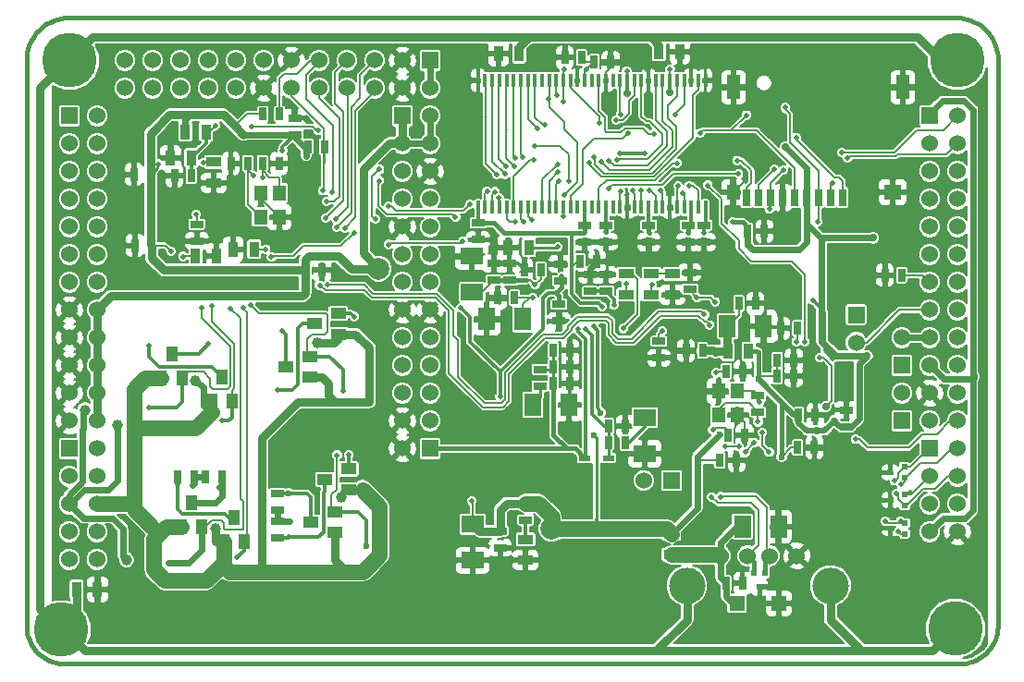
<source format=gbl>
G04 (created by PCBNEW-RS274X (2010-00-09 BZR 23xx)-stable) date sáb 03 mar 2012 12:08:15 COT*
G01*
G70*
G90*
%MOIN*%
G04 Gerber Fmt 3.4, Leading zero omitted, Abs format*
%FSLAX34Y34*%
G04 APERTURE LIST*
%ADD10C,0.006000*%
%ADD11C,0.015000*%
%ADD12C,0.196900*%
%ADD13R,0.055100X0.055100*%
%ADD14R,0.039300X0.023600*%
%ADD15R,0.026000X0.062000*%
%ADD16R,0.062000X0.054000*%
%ADD17R,0.046000X0.086000*%
%ADD18R,0.046000X0.054000*%
%ADD19R,0.055000X0.035000*%
%ADD20R,0.025000X0.045000*%
%ADD21R,0.045000X0.025000*%
%ADD22R,0.060000X0.060000*%
%ADD23C,0.060000*%
%ADD24R,0.060000X0.080000*%
%ADD25R,0.080000X0.060000*%
%ADD26R,0.035000X0.055000*%
%ADD27R,0.023600X0.019600*%
%ADD28R,0.019600X0.023600*%
%ADD29R,0.012600X0.046000*%
%ADD30R,0.047200X0.055100*%
%ADD31R,0.039300X0.055100*%
%ADD32R,0.055100X0.039300*%
%ADD33C,0.131000*%
%ADD34C,0.019700*%
%ADD35C,0.023600*%
%ADD36C,0.039400*%
%ADD37C,0.027600*%
%ADD38C,0.078700*%
%ADD39C,0.005900*%
%ADD40C,0.007900*%
%ADD41C,0.011800*%
%ADD42C,0.023600*%
%ADD43C,0.031500*%
%ADD44C,0.055100*%
%ADD45C,0.015700*%
%ADD46C,0.011400*%
%ADD47C,0.019700*%
G04 APERTURE END LIST*
G54D10*
G54D11*
X66520Y-56256D02*
X66520Y-56252D01*
X66358Y-56256D02*
X66520Y-56256D01*
X67953Y-53472D02*
X67953Y-54854D01*
X66547Y-56251D02*
X66665Y-56249D01*
X66783Y-56238D01*
X66900Y-56216D01*
X67014Y-56183D01*
X67125Y-56141D01*
X67232Y-56090D01*
X67334Y-56029D01*
X67431Y-55960D01*
X67521Y-55882D01*
X67604Y-55797D01*
X67679Y-55705D01*
X67746Y-55607D01*
X67804Y-55504D01*
X67853Y-55395D01*
X67892Y-55283D01*
X67922Y-55168D01*
X67941Y-55051D01*
X67950Y-54932D01*
X32953Y-53933D02*
X32953Y-54933D01*
X32955Y-53471D02*
X32955Y-53932D01*
X32959Y-53475D02*
X32955Y-53471D01*
X32952Y-54939D02*
X32961Y-55058D01*
X32980Y-55175D01*
X33010Y-55290D01*
X33049Y-55402D01*
X33098Y-55511D01*
X33156Y-55614D01*
X33223Y-55712D01*
X33298Y-55804D01*
X33381Y-55889D01*
X33471Y-55967D01*
X33568Y-56036D01*
X33670Y-56097D01*
X33777Y-56148D01*
X33888Y-56190D01*
X34002Y-56223D01*
X34119Y-56245D01*
X34237Y-56256D01*
X34355Y-56258D01*
X67955Y-53463D02*
X67955Y-34463D01*
X34357Y-56258D02*
X66357Y-56258D01*
X32955Y-34463D02*
X32955Y-53463D01*
X66455Y-32963D02*
X34455Y-32963D01*
X67955Y-34463D02*
X67949Y-34333D01*
X67932Y-34203D01*
X67903Y-34075D01*
X67864Y-33950D01*
X67814Y-33830D01*
X67754Y-33714D01*
X67683Y-33603D01*
X67604Y-33499D01*
X67515Y-33403D01*
X67419Y-33314D01*
X67315Y-33235D01*
X67205Y-33164D01*
X67088Y-33104D01*
X66968Y-33054D01*
X66843Y-33015D01*
X66715Y-32986D01*
X66585Y-32969D01*
X66455Y-32963D01*
X34455Y-32963D02*
X34325Y-32969D01*
X34195Y-32986D01*
X34067Y-33015D01*
X33942Y-33054D01*
X33822Y-33104D01*
X33706Y-33164D01*
X33595Y-33235D01*
X33491Y-33314D01*
X33395Y-33403D01*
X33306Y-33499D01*
X33227Y-33603D01*
X33156Y-33714D01*
X33096Y-33830D01*
X33046Y-33950D01*
X33007Y-34075D01*
X32978Y-34203D01*
X32961Y-34333D01*
X32955Y-34463D01*
G54D12*
X66425Y-54988D03*
X34500Y-34500D03*
X34197Y-55031D03*
X66500Y-34499D03*
G54D13*
X60055Y-54079D03*
X58559Y-54079D03*
G54D14*
X53059Y-48839D03*
X53925Y-48839D03*
G54D15*
X62356Y-39449D03*
X61926Y-39449D03*
X61496Y-39449D03*
X61056Y-39449D03*
X60626Y-39449D03*
X60196Y-39449D03*
X59756Y-39449D03*
X59326Y-39449D03*
X58896Y-39449D03*
G54D16*
X64166Y-39249D03*
G54D17*
X64526Y-35469D03*
X58426Y-35469D03*
G54D18*
X58416Y-39249D03*
G54D19*
X54563Y-42192D03*
X54563Y-42942D03*
G54D20*
X64493Y-42244D03*
X63893Y-42244D03*
G54D21*
X62496Y-47706D03*
X62496Y-47106D03*
G54D22*
X65500Y-36500D03*
G54D23*
X66500Y-36500D03*
X65500Y-37500D03*
X66500Y-37500D03*
X65500Y-38500D03*
X66500Y-38500D03*
X65500Y-39500D03*
X66500Y-39500D03*
X65500Y-40500D03*
X66500Y-40500D03*
X65500Y-41500D03*
X66500Y-41500D03*
X65500Y-42500D03*
X66500Y-42500D03*
X65500Y-43500D03*
X66500Y-43500D03*
X65500Y-44500D03*
X66500Y-44500D03*
X65500Y-45500D03*
X66500Y-45500D03*
X65500Y-46500D03*
X66500Y-46500D03*
X65500Y-47500D03*
X66500Y-47500D03*
G54D24*
X51200Y-46921D03*
X52500Y-46921D03*
G54D25*
X55236Y-47385D03*
X55236Y-48685D03*
G54D24*
X50839Y-43835D03*
X49539Y-43835D03*
G54D25*
X49008Y-42867D03*
X49008Y-41567D03*
G54D20*
X53401Y-34567D03*
X54001Y-34567D03*
X52957Y-34390D03*
X52357Y-34390D03*
G54D21*
X49228Y-40369D03*
X49228Y-40969D03*
X56791Y-40452D03*
X56791Y-41052D03*
X57366Y-40452D03*
X57366Y-41052D03*
X53055Y-40448D03*
X53055Y-41048D03*
X53835Y-40448D03*
X53835Y-41048D03*
X55378Y-40452D03*
X55378Y-41052D03*
X55740Y-44625D03*
X55740Y-45225D03*
G54D20*
X50536Y-43067D03*
X49936Y-43067D03*
G54D21*
X50024Y-51480D03*
X50024Y-52080D03*
X50945Y-50480D03*
X50945Y-51080D03*
X51453Y-45642D03*
X51453Y-46242D03*
G54D20*
X51936Y-44961D03*
X52536Y-44961D03*
X51944Y-45556D03*
X52544Y-45556D03*
X51944Y-46143D03*
X52544Y-46143D03*
X53928Y-48272D03*
X54528Y-48272D03*
X53928Y-47697D03*
X54528Y-47697D03*
X58936Y-40657D03*
X59536Y-40657D03*
G54D21*
X52185Y-42446D03*
X52185Y-41846D03*
X53831Y-42831D03*
X53831Y-42231D03*
X53264Y-42831D03*
X53264Y-42231D03*
X50373Y-42419D03*
X50373Y-41819D03*
G54D20*
X51489Y-42055D03*
X50889Y-42055D03*
G54D21*
X49799Y-42419D03*
X49799Y-41819D03*
X52146Y-43302D03*
X52146Y-43902D03*
G54D20*
X52913Y-41756D03*
X53513Y-41756D03*
G54D21*
X56854Y-42745D03*
X56854Y-42145D03*
G54D22*
X65500Y-48500D03*
G54D23*
X66500Y-48500D03*
X65500Y-49500D03*
X66500Y-49500D03*
X65500Y-50500D03*
X66500Y-50500D03*
X65500Y-51500D03*
X66500Y-51500D03*
G54D22*
X64500Y-47500D03*
G54D23*
X64500Y-46500D03*
G54D22*
X64500Y-45500D03*
G54D23*
X64500Y-44500D03*
G54D22*
X47500Y-48500D03*
G54D23*
X46500Y-48500D03*
G54D22*
X62851Y-43673D03*
G54D23*
X62851Y-44673D03*
G54D24*
X58212Y-44091D03*
X59512Y-44091D03*
G54D21*
X59311Y-46586D03*
X59311Y-47186D03*
G54D20*
X58765Y-45717D03*
X58165Y-45717D03*
X57940Y-48929D03*
X58540Y-48929D03*
X60779Y-47287D03*
X61379Y-47287D03*
X59999Y-45307D03*
X60599Y-45307D03*
X60747Y-48469D03*
X61347Y-48469D03*
X59999Y-45878D03*
X60599Y-45878D03*
X57320Y-44969D03*
X56720Y-44969D03*
X58228Y-48031D03*
X58828Y-48031D03*
X58621Y-43264D03*
X59221Y-43264D03*
G54D22*
X46500Y-36500D03*
G54D23*
X47500Y-36500D03*
X46500Y-37500D03*
X47500Y-37500D03*
X46500Y-38500D03*
X47500Y-38500D03*
X46500Y-39500D03*
X47500Y-39500D03*
X46500Y-40500D03*
X47500Y-40500D03*
X46500Y-41500D03*
X47500Y-41500D03*
X46500Y-42500D03*
X47500Y-42500D03*
X46500Y-43500D03*
X47500Y-43500D03*
X46500Y-44500D03*
X47500Y-44500D03*
X46500Y-45500D03*
X47500Y-45500D03*
X46500Y-46500D03*
X47500Y-46500D03*
X46500Y-47500D03*
X47500Y-47500D03*
G54D20*
X58149Y-53358D03*
X58749Y-53358D03*
G54D19*
X56197Y-51574D03*
X56197Y-52324D03*
X56224Y-42946D03*
X56224Y-42196D03*
G54D26*
X58219Y-44988D03*
X58969Y-44988D03*
G54D19*
X55472Y-42946D03*
X55472Y-42196D03*
G54D24*
X58748Y-51311D03*
X60048Y-51311D03*
G54D27*
X64590Y-49166D03*
X64590Y-49558D03*
X64080Y-49362D03*
G54D28*
X59170Y-52985D03*
X59562Y-52985D03*
X59366Y-53495D03*
G54D27*
X64594Y-51178D03*
X64594Y-51570D03*
X64084Y-51374D03*
X64594Y-50158D03*
X64594Y-50550D03*
X64084Y-50354D03*
G54D29*
X57416Y-39800D03*
X57416Y-35220D03*
X57160Y-39800D03*
X57160Y-35220D03*
X56904Y-39800D03*
X56904Y-35220D03*
X56648Y-39800D03*
X56648Y-35220D03*
X56392Y-39800D03*
X56392Y-35220D03*
X56136Y-39800D03*
X56136Y-35220D03*
X55880Y-39800D03*
X55880Y-35220D03*
X55624Y-39800D03*
X55624Y-35220D03*
X55368Y-39800D03*
X55368Y-35220D03*
X55112Y-39800D03*
X55112Y-35220D03*
X54856Y-39800D03*
X54856Y-35220D03*
X54600Y-39800D03*
X54600Y-35220D03*
X54344Y-39800D03*
X54344Y-35220D03*
X54088Y-39800D03*
X54088Y-35220D03*
X53832Y-39800D03*
X53832Y-35220D03*
X53576Y-39800D03*
X53576Y-35220D03*
X53320Y-39800D03*
X53320Y-35220D03*
X53064Y-39800D03*
X53064Y-35220D03*
X52808Y-39800D03*
X52808Y-35220D03*
X52552Y-39800D03*
X52552Y-35220D03*
X52296Y-39800D03*
X52296Y-35220D03*
X52040Y-39800D03*
X52040Y-35220D03*
X51784Y-39800D03*
X51784Y-35220D03*
X51528Y-39800D03*
X51528Y-35220D03*
X51272Y-39800D03*
X51272Y-35220D03*
X51016Y-39800D03*
X51016Y-35220D03*
X50760Y-39800D03*
X50760Y-35220D03*
X50504Y-39800D03*
X50504Y-35220D03*
X50248Y-39800D03*
X50248Y-35220D03*
X49992Y-39800D03*
X49992Y-35220D03*
X49736Y-39800D03*
X49736Y-35220D03*
X49480Y-39800D03*
X49480Y-35220D03*
X49224Y-39800D03*
X49224Y-35220D03*
G54D30*
X57898Y-47299D03*
X57898Y-46433D03*
X58567Y-46433D03*
X58567Y-47299D03*
G54D19*
X50938Y-51779D03*
X50938Y-52529D03*
G54D26*
X51064Y-41240D03*
X50314Y-41240D03*
G54D22*
X56193Y-49654D03*
G54D23*
X55193Y-49654D03*
G54D26*
X50710Y-34260D03*
X49960Y-34260D03*
X34763Y-53579D03*
X35513Y-53579D03*
X55743Y-34181D03*
X56493Y-34181D03*
X38673Y-37070D03*
X39423Y-37070D03*
G54D19*
X39705Y-38914D03*
X39705Y-38164D03*
G54D26*
X38895Y-38011D03*
X38145Y-38011D03*
G54D20*
X40919Y-38216D03*
X40319Y-38216D03*
X41457Y-38216D03*
X42057Y-38216D03*
X38891Y-38665D03*
X38291Y-38665D03*
X42996Y-42066D03*
X43596Y-42066D03*
X37423Y-38610D03*
X36823Y-38610D03*
X37458Y-41173D03*
X36858Y-41173D03*
G54D21*
X39095Y-41012D03*
X39095Y-40412D03*
G54D20*
X43688Y-37609D03*
X43088Y-37609D03*
G54D25*
X49032Y-51232D03*
X49032Y-52532D03*
G54D22*
X34500Y-36500D03*
G54D23*
X35500Y-36500D03*
X34500Y-37500D03*
X35500Y-37500D03*
X34500Y-38500D03*
X35500Y-38500D03*
X34500Y-39500D03*
X35500Y-39500D03*
X34500Y-40500D03*
X35500Y-40500D03*
X34500Y-41500D03*
X35500Y-41500D03*
X34500Y-42500D03*
X35500Y-42500D03*
X34500Y-43500D03*
X35500Y-43500D03*
X34500Y-44500D03*
X35500Y-44500D03*
X34500Y-45500D03*
X35500Y-45500D03*
X34500Y-46500D03*
X35500Y-46500D03*
X34500Y-47500D03*
X35500Y-47500D03*
G54D22*
X47500Y-34500D03*
G54D23*
X47500Y-35500D03*
X46500Y-34500D03*
X46500Y-35500D03*
X45500Y-34500D03*
X45500Y-35500D03*
X44500Y-34500D03*
X44500Y-35500D03*
X43500Y-34500D03*
X43500Y-35500D03*
X42500Y-34500D03*
X42500Y-35500D03*
X41500Y-34500D03*
X41500Y-35500D03*
X40500Y-34500D03*
X40500Y-35500D03*
X39500Y-34500D03*
X39500Y-35500D03*
X38500Y-34500D03*
X38500Y-35500D03*
X37500Y-34500D03*
X37500Y-35500D03*
X36500Y-34500D03*
X36500Y-35500D03*
G54D21*
X42615Y-37170D03*
X42615Y-36570D03*
G54D20*
X39393Y-49510D03*
X39993Y-49510D03*
X39012Y-49514D03*
X38412Y-49514D03*
G54D31*
X39272Y-51309D03*
X38524Y-51309D03*
X38898Y-50443D03*
X40803Y-51856D03*
X40055Y-51856D03*
X40429Y-50990D03*
G54D21*
X42000Y-51107D03*
X42000Y-51707D03*
X42000Y-50719D03*
X42000Y-50119D03*
G54D32*
X44571Y-49234D03*
X44571Y-49982D03*
X43705Y-49608D03*
X44063Y-50781D03*
X44063Y-51529D03*
X43197Y-51155D03*
G54D31*
X38561Y-45939D03*
X37813Y-45939D03*
X38187Y-45073D03*
X40363Y-46771D03*
X39615Y-46771D03*
X39989Y-45905D03*
G54D32*
X44195Y-43626D03*
X44195Y-44374D03*
X43329Y-44000D03*
X43148Y-45177D03*
X43148Y-45925D03*
X42282Y-45551D03*
G54D20*
X42074Y-36436D03*
X41474Y-36436D03*
G54D22*
X34490Y-48499D03*
G54D23*
X35490Y-48499D03*
X34490Y-49499D03*
X35490Y-49499D03*
X34490Y-50499D03*
X35490Y-50499D03*
X34490Y-51499D03*
X35490Y-51499D03*
X34490Y-52499D03*
X35490Y-52499D03*
G54D30*
X42057Y-39278D03*
X42057Y-40144D03*
X41388Y-40144D03*
X41388Y-39278D03*
G54D23*
X59729Y-52371D03*
X58941Y-52371D03*
X60713Y-52371D03*
G54D33*
X61920Y-53441D03*
X56750Y-53441D03*
G54D23*
X57957Y-52371D03*
G54D26*
X39047Y-41551D03*
X39797Y-41551D03*
X41159Y-41307D03*
X40409Y-41307D03*
G54D20*
X60737Y-44165D03*
X60137Y-44165D03*
G54D34*
X50557Y-40328D03*
X51220Y-38071D03*
X51627Y-36836D03*
X49827Y-39240D03*
X49551Y-39213D03*
X49902Y-38622D03*
X50197Y-38602D03*
X50236Y-38327D03*
X50531Y-38307D03*
X50571Y-38031D03*
X50846Y-37972D03*
X51157Y-40264D03*
X50864Y-40325D03*
X52118Y-38850D03*
X52088Y-38242D03*
X52339Y-39366D03*
X51772Y-35886D03*
X52067Y-35768D03*
X52283Y-35984D03*
X52323Y-34823D03*
X56828Y-39014D03*
X56610Y-39270D03*
X53941Y-38106D03*
X53665Y-38154D03*
X53406Y-37976D03*
X56319Y-36457D03*
X53228Y-38181D03*
X56438Y-39025D03*
X55394Y-39177D03*
X54350Y-39230D03*
X54197Y-36650D03*
X54616Y-37136D03*
X53602Y-36752D03*
X56390Y-38205D03*
X52108Y-38521D03*
X39060Y-40051D03*
X40756Y-43421D03*
X40547Y-52431D03*
X44569Y-48735D03*
X39646Y-43366D03*
X39989Y-47492D03*
X44762Y-43740D03*
X40311Y-43441D03*
X38071Y-52624D03*
X44142Y-48740D03*
G54D35*
X45201Y-52033D03*
G54D34*
X39268Y-43413D03*
X37380Y-47022D03*
X41031Y-43323D03*
X44352Y-46405D03*
X43730Y-40188D03*
X44105Y-40213D03*
X43757Y-39594D03*
X44430Y-40538D03*
X44130Y-40513D03*
G54D36*
X43421Y-44689D03*
X39760Y-51402D03*
X44307Y-50264D03*
X39039Y-46051D03*
G54D34*
X43955Y-39263D03*
X45664Y-38837D03*
X48412Y-40148D03*
X43627Y-39196D03*
X43518Y-42609D03*
X57560Y-44043D03*
X39753Y-36850D03*
G54D36*
X35067Y-47106D03*
X36217Y-47665D03*
X36555Y-52524D03*
G54D34*
X38937Y-49813D03*
G54D35*
X42421Y-51112D03*
G54D34*
X57685Y-47827D03*
G54D37*
X57783Y-45051D03*
G54D34*
X58858Y-48634D03*
X59177Y-48287D03*
X58142Y-48421D03*
X58630Y-48429D03*
X59713Y-48630D03*
X59472Y-47921D03*
X59311Y-47535D03*
X59362Y-46831D03*
X43809Y-42601D03*
X57380Y-43663D03*
X62001Y-38910D03*
X49978Y-39462D03*
X51378Y-36969D03*
X54217Y-38083D03*
X55791Y-39193D03*
X55088Y-39183D03*
X54799Y-39193D03*
X54358Y-36441D03*
X55561Y-37145D03*
X52297Y-40116D03*
X46005Y-39763D03*
X48930Y-39688D03*
X45675Y-38432D03*
X45538Y-40227D03*
X59724Y-39862D03*
X60236Y-38445D03*
X59331Y-39646D03*
X59902Y-38425D03*
X60689Y-37283D03*
X62362Y-39370D03*
X57508Y-39008D03*
X61004Y-44642D03*
X62532Y-38024D03*
X43455Y-37013D03*
X41055Y-36888D03*
X58607Y-38590D03*
X53938Y-39110D03*
X51276Y-37583D03*
X52489Y-38858D03*
X62327Y-37823D03*
X58563Y-38110D03*
X61461Y-40327D03*
X60295Y-36201D03*
X58898Y-36476D03*
X57224Y-37126D03*
X54461Y-44165D03*
G54D37*
X61755Y-46988D03*
G54D34*
X61543Y-45220D03*
X41780Y-41588D03*
X44755Y-40713D03*
X46005Y-41138D03*
X48680Y-41013D03*
X62830Y-48163D03*
X64230Y-49663D03*
X64805Y-50088D03*
X64455Y-51113D03*
X63905Y-51113D03*
X64380Y-51488D03*
X64480Y-49788D03*
X64305Y-50113D03*
X55504Y-42591D03*
G54D38*
X45642Y-42012D03*
G54D34*
X37705Y-38238D03*
X42180Y-37763D03*
X43030Y-37938D03*
X42528Y-42066D03*
X38162Y-41385D03*
X43047Y-36665D03*
G54D35*
X41727Y-40975D03*
G54D37*
X63405Y-45488D03*
G54D34*
X43902Y-42066D03*
X45005Y-37963D03*
X58386Y-38394D03*
G54D35*
X52635Y-47894D03*
G54D34*
X43469Y-38417D03*
X60737Y-49457D03*
X48602Y-44075D03*
X56909Y-37854D03*
X57205Y-35787D03*
X55642Y-46858D03*
G54D37*
X63134Y-34370D03*
G54D34*
X52165Y-44185D03*
X54638Y-36717D03*
X60094Y-44807D03*
X61220Y-45492D03*
X59650Y-43146D03*
G54D37*
X57299Y-34677D03*
X51673Y-34587D03*
G54D34*
X54764Y-43339D03*
X53705Y-44091D03*
X53776Y-46126D03*
X55134Y-45031D03*
X55748Y-43350D03*
X56843Y-44488D03*
X62028Y-43736D03*
X60512Y-49169D03*
X60701Y-47878D03*
X63232Y-47134D03*
X55295Y-34803D03*
X58429Y-34358D03*
X54555Y-42563D03*
X53130Y-34823D03*
X57965Y-50240D03*
X60689Y-44638D03*
X57642Y-50252D03*
X57803Y-45768D03*
X37352Y-44798D03*
X42163Y-44259D03*
X41982Y-46401D03*
X39514Y-44732D03*
X38413Y-49801D03*
X42405Y-51679D03*
G54D35*
X42402Y-50108D03*
G54D34*
X41120Y-38668D03*
X41575Y-41315D03*
X39327Y-38185D03*
X39913Y-49872D03*
X38595Y-41571D03*
X41463Y-38711D03*
X53098Y-44185D03*
X53390Y-44091D03*
G54D35*
X53394Y-48035D03*
X53642Y-47209D03*
G54D38*
X51881Y-51398D03*
G54D34*
X49000Y-50394D03*
G54D35*
X57925Y-47988D03*
G54D34*
X54122Y-43327D03*
X51201Y-43051D03*
X51276Y-42594D03*
X57114Y-43051D03*
X57772Y-43209D03*
G54D37*
X63237Y-45161D03*
G54D34*
X48599Y-43425D03*
X50016Y-46630D03*
G54D37*
X60303Y-37630D03*
X61417Y-47858D03*
G54D35*
X59319Y-45992D03*
X60165Y-48803D03*
G54D37*
X62063Y-47508D03*
G54D34*
X61299Y-43161D03*
X61984Y-45252D03*
X52094Y-41228D03*
G54D37*
X63465Y-40902D03*
G54D34*
X58406Y-40335D03*
X52244Y-42283D03*
X52047Y-42874D03*
X54587Y-34882D03*
X56142Y-34823D03*
X53693Y-43378D03*
X53051Y-40701D03*
X53831Y-40701D03*
X55382Y-40705D03*
X57366Y-40705D03*
X56791Y-40705D03*
G54D37*
X56146Y-35669D03*
X54591Y-35685D03*
G54D34*
X54346Y-37846D03*
X55244Y-37846D03*
X52824Y-44189D03*
X55858Y-44268D03*
G54D39*
X50557Y-40328D02*
X50352Y-40328D01*
X50248Y-40224D02*
X50248Y-39800D01*
X50352Y-40328D02*
X50248Y-40224D01*
G54D40*
X50504Y-38689D02*
X50504Y-39800D01*
X51102Y-38091D02*
X50504Y-38689D01*
X51200Y-38091D02*
X51102Y-38091D01*
X51220Y-38071D02*
X51200Y-38091D01*
X51627Y-36836D02*
X51556Y-36836D01*
X51272Y-36552D02*
X51272Y-35220D01*
X51556Y-36836D02*
X51272Y-36552D01*
X49736Y-39800D02*
X49736Y-39331D01*
X49736Y-39331D02*
X49827Y-39240D01*
X49481Y-39283D02*
X49481Y-39420D01*
X49481Y-39420D02*
X49481Y-39799D01*
G54D39*
X49551Y-39213D02*
X49481Y-39283D01*
G54D40*
X49481Y-39799D02*
X49480Y-39800D01*
X49498Y-36535D02*
X49498Y-38218D01*
X49498Y-38218D02*
X49902Y-38622D01*
X49498Y-36549D02*
X49498Y-36535D01*
X49498Y-36535D02*
X49498Y-35238D01*
X49498Y-35238D02*
X49480Y-35220D01*
G54D39*
X49498Y-36549D02*
X49481Y-36532D01*
G54D40*
X49738Y-36732D02*
X49738Y-38143D01*
X49738Y-38143D02*
X50197Y-38602D01*
X49738Y-36754D02*
X49738Y-36732D01*
X49738Y-36732D02*
X49738Y-35222D01*
X49738Y-35222D02*
X49736Y-35220D01*
G54D39*
X49737Y-36753D02*
X49738Y-36754D01*
G54D40*
X49978Y-36549D02*
X49978Y-38069D01*
X49978Y-38069D02*
X50236Y-38327D01*
X49978Y-36549D02*
X49978Y-35234D01*
X49978Y-35234D02*
X49992Y-35220D01*
G54D39*
X49978Y-36549D02*
X49993Y-36534D01*
G54D40*
X50246Y-36974D02*
X50246Y-38022D01*
X50246Y-38022D02*
X50531Y-38307D01*
X50246Y-36974D02*
X50246Y-35222D01*
X50246Y-35222D02*
X50248Y-35220D01*
G54D39*
X50249Y-36971D02*
X50246Y-36974D01*
G54D40*
X50498Y-36811D02*
X50498Y-37958D01*
X50498Y-37958D02*
X50571Y-38031D01*
X50498Y-36825D02*
X50498Y-36811D01*
X50498Y-36811D02*
X50498Y-35226D01*
X50498Y-35226D02*
X50504Y-35220D01*
G54D39*
X50505Y-36818D02*
X50498Y-36825D01*
G54D40*
X50773Y-36628D02*
X50773Y-37899D01*
X50773Y-37899D02*
X50846Y-37972D01*
X50773Y-36628D02*
X50773Y-35233D01*
X50773Y-35233D02*
X50760Y-35220D01*
G54D39*
X50761Y-36616D02*
X50773Y-36628D01*
X51016Y-40123D02*
X51016Y-39800D01*
X51157Y-40264D02*
X51016Y-40123D01*
X50760Y-39800D02*
X50760Y-40221D01*
X50760Y-40221D02*
X50864Y-40325D01*
G54D40*
X52118Y-38850D02*
X52118Y-38872D01*
X52040Y-38950D02*
X52040Y-39800D01*
X52118Y-38872D02*
X52040Y-38950D01*
X51528Y-39800D02*
X51528Y-38802D01*
X51528Y-38802D02*
X52088Y-38242D01*
G54D39*
X52337Y-36723D02*
X52337Y-36990D01*
X52808Y-38897D02*
X52339Y-39366D01*
X52808Y-37461D02*
X52808Y-38897D01*
X52337Y-36990D02*
X52808Y-37461D01*
X51784Y-35220D02*
X51784Y-35874D01*
X51784Y-35874D02*
X51772Y-35886D01*
X51784Y-35220D02*
X51784Y-36170D01*
X51784Y-36170D02*
X52337Y-36723D01*
X52337Y-36723D02*
X52339Y-36725D01*
G54D40*
X52040Y-35220D02*
X52040Y-35760D01*
X52048Y-35768D02*
X52067Y-35768D01*
X52040Y-35760D02*
X52048Y-35768D01*
X52296Y-35971D02*
X52296Y-35220D01*
X52283Y-35984D02*
X52296Y-35971D01*
G54D39*
X52323Y-34823D02*
X52296Y-34850D01*
X52296Y-34850D02*
X52296Y-35220D01*
X52297Y-35221D02*
X52296Y-35220D01*
G54D40*
X56828Y-39014D02*
X56974Y-39014D01*
X57160Y-39200D02*
X57160Y-39800D01*
X56974Y-39014D02*
X57160Y-39200D01*
G54D39*
X56648Y-39308D02*
X56648Y-39800D01*
X56610Y-39270D02*
X56648Y-39308D01*
X55622Y-36645D02*
X55622Y-35222D01*
X53941Y-38106D02*
X54130Y-38295D01*
X54130Y-38295D02*
X55324Y-38295D01*
X55324Y-38295D02*
X56045Y-37574D01*
X56045Y-37574D02*
X56045Y-37068D01*
X56045Y-37068D02*
X55622Y-36645D01*
X55622Y-35222D02*
X55624Y-35220D01*
X53959Y-38448D02*
X53665Y-38154D01*
X55877Y-35223D02*
X55881Y-35219D01*
X55881Y-35219D02*
X55880Y-35220D01*
X53959Y-38448D02*
X55394Y-38448D01*
X56218Y-37018D02*
X55877Y-36677D01*
X56218Y-37624D02*
X56218Y-37018D01*
X55394Y-38448D02*
X56218Y-37624D01*
X55877Y-36677D02*
X55877Y-35223D01*
G54D40*
X56374Y-37693D02*
X56374Y-36886D01*
G54D39*
X55496Y-38571D02*
X56374Y-37693D01*
X53772Y-38571D02*
X55496Y-38571D01*
X53445Y-38244D02*
X53772Y-38571D01*
X53445Y-38015D02*
X53445Y-38244D01*
X53406Y-37976D02*
X53445Y-38015D01*
G54D40*
X56392Y-35793D02*
X56392Y-35220D01*
X56063Y-36122D02*
X56392Y-35793D01*
X56063Y-36575D02*
X56063Y-36122D01*
X56374Y-36886D02*
X56063Y-36575D01*
G54D39*
X56374Y-35238D02*
X56392Y-35220D01*
G54D40*
X56648Y-36088D02*
X56319Y-36417D01*
X56319Y-36417D02*
X56319Y-36457D01*
X56648Y-36088D02*
X56648Y-35220D01*
G54D39*
X57110Y-35604D02*
X57113Y-35604D01*
X56969Y-35745D02*
X57110Y-35604D01*
X53228Y-38181D02*
X53228Y-38255D01*
X56969Y-37282D02*
X56969Y-36054D01*
X55554Y-38697D02*
X56969Y-37282D01*
X53670Y-38697D02*
X55554Y-38697D01*
X53228Y-38255D02*
X53670Y-38697D01*
X56969Y-36054D02*
X56969Y-35745D01*
X57160Y-35557D02*
X57160Y-35220D01*
X57113Y-35604D02*
X57160Y-35557D01*
X57157Y-35223D02*
X57160Y-35220D01*
X56392Y-39800D02*
X56392Y-39128D01*
G54D40*
X56438Y-39082D02*
X56392Y-39128D01*
X56438Y-39025D02*
X56438Y-39082D01*
X55394Y-39177D02*
X55417Y-39177D01*
X55624Y-39384D02*
X55624Y-39800D01*
X55417Y-39177D02*
X55624Y-39384D01*
G54D39*
X54344Y-39236D02*
X54344Y-39800D01*
X54350Y-39230D02*
X54344Y-39236D01*
X54426Y-36642D02*
X54205Y-36642D01*
X54650Y-36418D02*
X54426Y-36642D01*
G54D40*
X54856Y-35220D02*
X54856Y-35755D01*
X54856Y-35755D02*
X54650Y-35961D01*
G54D39*
X54650Y-35961D02*
X54650Y-36418D01*
X54205Y-36642D02*
X54197Y-36650D01*
X54848Y-35228D02*
X54856Y-35220D01*
X53451Y-37328D02*
X53405Y-37328D01*
X53451Y-37328D02*
X54424Y-37328D01*
X54424Y-37328D02*
X54616Y-37136D01*
X52552Y-39398D02*
X52552Y-39800D01*
X53005Y-38945D02*
X52552Y-39398D01*
X53005Y-37728D02*
X53005Y-38945D01*
X53405Y-37328D02*
X53005Y-37728D01*
G54D40*
X52552Y-35220D02*
X52552Y-35485D01*
X53602Y-36535D02*
X53602Y-36752D01*
X52552Y-35485D02*
X53602Y-36535D01*
G54D39*
X56390Y-38205D02*
X56218Y-38205D01*
X53576Y-39097D02*
X53576Y-39800D01*
X53851Y-38822D02*
X53576Y-39097D01*
X55601Y-38822D02*
X53851Y-38822D01*
X56218Y-38205D02*
X55601Y-38822D01*
G54D40*
X51784Y-39800D02*
X51784Y-38845D01*
X51784Y-38845D02*
X52108Y-38521D01*
G54D39*
X39095Y-40412D02*
X39095Y-40086D01*
X39095Y-40086D02*
X39060Y-40051D01*
G54D40*
X40803Y-51856D02*
X40803Y-51823D01*
X40906Y-43571D02*
X40756Y-43421D01*
X40906Y-51720D02*
X40906Y-43571D01*
X40803Y-51823D02*
X40906Y-51720D01*
G54D41*
X40547Y-52431D02*
X40803Y-52175D01*
X40803Y-52175D02*
X40803Y-51856D01*
X44571Y-48737D02*
X44571Y-49234D01*
X44569Y-48735D02*
X44571Y-48737D01*
G54D40*
X40363Y-46771D02*
X40363Y-46404D01*
X39646Y-43922D02*
X39646Y-43366D01*
X40436Y-44712D02*
X39646Y-43922D01*
X40436Y-46331D02*
X40436Y-44712D01*
X40363Y-46404D02*
X40436Y-46331D01*
G54D41*
X40363Y-46771D02*
X40363Y-47371D01*
X40242Y-47492D02*
X39989Y-47492D01*
X40363Y-47371D02*
X40242Y-47492D01*
X44195Y-43626D02*
X44636Y-43626D01*
X44750Y-43740D02*
X44762Y-43740D01*
X44636Y-43626D02*
X44750Y-43740D01*
G54D40*
X39272Y-51309D02*
X39392Y-51309D01*
X40665Y-43795D02*
X40311Y-43441D01*
X40665Y-50307D02*
X40665Y-43795D01*
X40748Y-50390D02*
X40665Y-50307D01*
X40748Y-51421D02*
X40748Y-50390D01*
X40752Y-51425D02*
X40748Y-51421D01*
X40103Y-51425D02*
X40752Y-51425D01*
X40063Y-51385D02*
X40103Y-51425D01*
X40063Y-51170D02*
X40063Y-51385D01*
X39976Y-51083D02*
X40063Y-51170D01*
X39618Y-51083D02*
X39976Y-51083D01*
X39392Y-51309D02*
X39618Y-51083D01*
G54D42*
X39272Y-51309D02*
X39272Y-52147D01*
X39272Y-52147D02*
X38795Y-52624D01*
X38795Y-52624D02*
X38071Y-52624D01*
G54D40*
X44142Y-48740D02*
X44134Y-48748D01*
X44134Y-48748D02*
X44134Y-49977D01*
X44134Y-49977D02*
X43945Y-50166D01*
X43945Y-50166D02*
X43945Y-50663D01*
X43945Y-50663D02*
X44063Y-50781D01*
G54D41*
X44063Y-50781D02*
X44882Y-50781D01*
X45201Y-51100D02*
X45201Y-52033D01*
X44882Y-50781D02*
X45201Y-51100D01*
G54D40*
X38561Y-45939D02*
X38600Y-45939D01*
X39268Y-43784D02*
X39268Y-43413D01*
X40295Y-44811D02*
X39268Y-43784D01*
X40295Y-46249D02*
X40295Y-44811D01*
X40205Y-46339D02*
X40295Y-46249D01*
X39662Y-46339D02*
X40205Y-46339D01*
X39575Y-46252D02*
X39662Y-46339D01*
X39575Y-45984D02*
X39575Y-46252D01*
X39319Y-45728D02*
X39575Y-45984D01*
X38811Y-45728D02*
X39319Y-45728D01*
X38600Y-45939D02*
X38811Y-45728D01*
G54D41*
X38561Y-45939D02*
X38561Y-46836D01*
X38375Y-47022D02*
X37380Y-47022D01*
X38561Y-46836D02*
X38375Y-47022D01*
G54D40*
X43148Y-45177D02*
X43148Y-45053D01*
X41326Y-43618D02*
X41031Y-43323D01*
X43716Y-43618D02*
X41326Y-43618D01*
X43783Y-43685D02*
X43716Y-43618D01*
X43783Y-44277D02*
X43783Y-43685D01*
X43686Y-44374D02*
X43783Y-44277D01*
X43241Y-44374D02*
X43686Y-44374D01*
X43067Y-44548D02*
X43241Y-44374D01*
X43067Y-44972D02*
X43067Y-44548D01*
X43148Y-45053D02*
X43067Y-44972D01*
G54D41*
X43148Y-45177D02*
X43877Y-45177D01*
X44352Y-45652D02*
X44352Y-46405D01*
X43877Y-45177D02*
X44352Y-45652D01*
G54D39*
X44080Y-34920D02*
X44500Y-34500D01*
X44080Y-36063D02*
X44080Y-34920D01*
X44380Y-36363D02*
X44080Y-36063D01*
X44380Y-39538D02*
X44380Y-36363D01*
X43730Y-40188D02*
X44380Y-39538D01*
X44530Y-35530D02*
X44500Y-35500D01*
X44530Y-39788D02*
X44530Y-35530D01*
X44105Y-40213D02*
X44530Y-39788D01*
X44234Y-38663D02*
X44234Y-36592D01*
X44184Y-39463D02*
X44234Y-39413D01*
X44234Y-39413D02*
X44234Y-38663D01*
X44032Y-39598D02*
X44045Y-39598D01*
X43761Y-39598D02*
X44032Y-39598D01*
X43757Y-39594D02*
X43761Y-39598D01*
X44045Y-39598D02*
X44180Y-39463D01*
X44180Y-39463D02*
X44184Y-39463D01*
X43500Y-35858D02*
X43500Y-35500D01*
X44234Y-36592D02*
X43500Y-35858D01*
X45500Y-35500D02*
X45500Y-35618D01*
X44805Y-40163D02*
X44430Y-40538D01*
X44805Y-36313D02*
X44805Y-40163D01*
X45500Y-35618D02*
X44805Y-36313D01*
X44980Y-35020D02*
X45500Y-34500D01*
X44980Y-35863D02*
X44980Y-35020D01*
X44655Y-36188D02*
X44980Y-35863D01*
X44655Y-39988D02*
X44655Y-36188D01*
X44130Y-40513D02*
X44655Y-39988D01*
G54D43*
X44074Y-46818D02*
X42718Y-46818D01*
X41417Y-48119D02*
X41417Y-52944D01*
X42718Y-46818D02*
X41417Y-48119D01*
X44195Y-44374D02*
X44195Y-44517D01*
X44023Y-44689D02*
X43421Y-44689D01*
X44195Y-44517D02*
X44023Y-44689D01*
X40055Y-51856D02*
X39762Y-51856D01*
X39760Y-51854D02*
X39760Y-51402D01*
X39762Y-51856D02*
X39760Y-51854D01*
G54D44*
X35490Y-50499D02*
X36134Y-50499D01*
X36134Y-50499D02*
X36644Y-50499D01*
G54D43*
X36644Y-50499D02*
X36841Y-50696D01*
X39615Y-46771D02*
X39615Y-47174D01*
G54D44*
X39026Y-47763D02*
X36841Y-47763D01*
X39615Y-47174D02*
X39026Y-47763D01*
X37813Y-45939D02*
X37239Y-45939D01*
X37239Y-45939D02*
X36841Y-46337D01*
X36841Y-46337D02*
X36841Y-47763D01*
G54D43*
X37454Y-51309D02*
X38524Y-51309D01*
G54D44*
X36841Y-47763D02*
X36841Y-50696D01*
X36841Y-50696D02*
X37454Y-51309D01*
G54D43*
X43148Y-45925D02*
X43601Y-45925D01*
X44811Y-44374D02*
X45305Y-44868D01*
X45305Y-44868D02*
X45305Y-46818D01*
X44195Y-44374D02*
X44811Y-44374D01*
X43601Y-45925D02*
X43829Y-46153D01*
X43829Y-46153D02*
X43829Y-46573D01*
X43829Y-46573D02*
X44074Y-46818D01*
X44074Y-46818D02*
X45305Y-46818D01*
X44063Y-51529D02*
X44063Y-52516D01*
X44063Y-52516D02*
X44491Y-52944D01*
G54D44*
X40055Y-51856D02*
X40055Y-52631D01*
X37991Y-51309D02*
X38524Y-51309D01*
X37538Y-51762D02*
X37991Y-51309D01*
X37538Y-52869D02*
X37538Y-51762D01*
X37927Y-53258D02*
X37538Y-52869D01*
X39428Y-53258D02*
X37927Y-53258D01*
X40055Y-52631D02*
X39428Y-53258D01*
G54D43*
X44571Y-49982D02*
X45049Y-49982D01*
X40055Y-52729D02*
X40055Y-51856D01*
G54D44*
X41417Y-52944D02*
X40270Y-52944D01*
X40270Y-52944D02*
X40055Y-52729D01*
X45080Y-52944D02*
X44491Y-52944D01*
X44491Y-52944D02*
X41417Y-52944D01*
X45668Y-52356D02*
X45080Y-52944D01*
X45668Y-50601D02*
X45668Y-52356D01*
X45049Y-49982D02*
X45668Y-50601D01*
G54D43*
X44866Y-49982D02*
X44571Y-49982D01*
G54D41*
X39615Y-46771D02*
X39506Y-46771D01*
X39506Y-46771D02*
X39330Y-46947D01*
G54D42*
X44571Y-49982D02*
X44389Y-49982D01*
X44389Y-49982D02*
X44307Y-50264D01*
X39330Y-46947D02*
X39330Y-46280D01*
X39330Y-46280D02*
X39039Y-46051D01*
G54D39*
X43500Y-34500D02*
X43182Y-34500D01*
X42074Y-35140D02*
X42074Y-36436D01*
X42215Y-34999D02*
X42074Y-35140D01*
X42683Y-34999D02*
X42215Y-34999D01*
X43182Y-34500D02*
X42683Y-34999D01*
X44005Y-38913D02*
X44005Y-39213D01*
X44005Y-39213D02*
X43955Y-39263D01*
X43500Y-34500D02*
X43500Y-34543D01*
X44005Y-36863D02*
X44005Y-38913D01*
X44005Y-38913D02*
X44005Y-38938D01*
X43030Y-35888D02*
X44005Y-36863D01*
X43030Y-35013D02*
X43030Y-35888D01*
X43500Y-34543D02*
X43030Y-35013D01*
X43688Y-37609D02*
X43688Y-38192D01*
X43688Y-38192D02*
X43680Y-38200D01*
X48302Y-40038D02*
X45927Y-40038D01*
X48412Y-40148D02*
X48302Y-40038D01*
X45644Y-39755D02*
X45927Y-40038D01*
X45644Y-38857D02*
X45644Y-39755D01*
X45664Y-38837D02*
X45644Y-38857D01*
X43627Y-39196D02*
X43627Y-39166D01*
X43627Y-39166D02*
X43680Y-39113D01*
X43680Y-39113D02*
X43680Y-38200D01*
X43680Y-38200D02*
X43680Y-36963D01*
X43680Y-36963D02*
X42500Y-35783D01*
X42500Y-35783D02*
X42500Y-35500D01*
X43518Y-42609D02*
X43534Y-42609D01*
X49396Y-47004D02*
X48480Y-46088D01*
X49396Y-47004D02*
X49730Y-47004D01*
X48177Y-45785D02*
X48480Y-46088D01*
X48177Y-43523D02*
X48177Y-45785D01*
X47693Y-43039D02*
X48177Y-43523D01*
X45382Y-43039D02*
X47693Y-43039D01*
X45134Y-42791D02*
X45382Y-43039D01*
X43716Y-42791D02*
X45134Y-42791D01*
X43534Y-42609D02*
X43716Y-42791D01*
X52591Y-44229D02*
X52308Y-44512D01*
X52308Y-44512D02*
X51642Y-44512D01*
X51642Y-44512D02*
X50343Y-45811D01*
X50343Y-45811D02*
X50343Y-46776D01*
X50343Y-46776D02*
X50115Y-47004D01*
X50115Y-47004D02*
X49730Y-47004D01*
X49730Y-47004D02*
X49729Y-47004D01*
X49729Y-47004D02*
X49721Y-47004D01*
X52591Y-44217D02*
X52591Y-44229D01*
X52591Y-44153D02*
X52591Y-44217D01*
X52860Y-43884D02*
X52591Y-44153D01*
X53831Y-43884D02*
X52860Y-43884D01*
X53921Y-43974D02*
X53831Y-43884D01*
X53921Y-44389D02*
X53921Y-43974D01*
X54212Y-44680D02*
X53921Y-44389D01*
X54824Y-44680D02*
X54212Y-44680D01*
X55800Y-43704D02*
X54824Y-44680D01*
X57153Y-43704D02*
X55800Y-43704D01*
X57382Y-43933D02*
X57153Y-43704D01*
X57450Y-43933D02*
X57382Y-43933D01*
X57560Y-44043D02*
X57450Y-43933D01*
G54D41*
X38895Y-38011D02*
X38895Y-38661D01*
X38895Y-38661D02*
X38891Y-38665D01*
X39423Y-37070D02*
X39423Y-37483D01*
X39423Y-37483D02*
X38895Y-38011D01*
G54D40*
X39533Y-37070D02*
X39423Y-37070D01*
X39753Y-36850D02*
X39533Y-37070D01*
G54D42*
X36217Y-47665D02*
X36217Y-49661D01*
X34521Y-50499D02*
X34490Y-50499D01*
X35028Y-49992D02*
X34521Y-50499D01*
X35886Y-49992D02*
X35028Y-49992D01*
X36217Y-49661D02*
X35886Y-49992D01*
X34490Y-50499D02*
X34490Y-50180D01*
X34490Y-50180D02*
X34972Y-49698D01*
X34972Y-49698D02*
X34972Y-47804D01*
X34972Y-47804D02*
X35004Y-47772D01*
X35004Y-47772D02*
X35004Y-47169D01*
X35004Y-47169D02*
X35067Y-47106D01*
X36217Y-47665D02*
X36228Y-47676D01*
X34999Y-51008D02*
X34490Y-50499D01*
X36051Y-51008D02*
X34999Y-51008D01*
X36425Y-51382D02*
X36051Y-51008D01*
X36425Y-52394D02*
X36425Y-51382D01*
X36555Y-52524D02*
X36425Y-52394D01*
X39393Y-49510D02*
X39016Y-49510D01*
X39016Y-49510D02*
X39012Y-49514D01*
X39012Y-49514D02*
X39012Y-49738D01*
X39012Y-49738D02*
X38937Y-49813D01*
X42000Y-50719D02*
X42000Y-51107D01*
X42000Y-51107D02*
X42416Y-51107D01*
X42416Y-51107D02*
X42421Y-51112D01*
G54D40*
X58177Y-47756D02*
X58177Y-47980D01*
X58177Y-47980D02*
X58228Y-48031D01*
X58083Y-47756D02*
X58177Y-47756D01*
X58177Y-47756D02*
X58170Y-47756D01*
X58083Y-47756D02*
X57756Y-47756D01*
X57756Y-47756D02*
X57685Y-47827D01*
X58621Y-43264D02*
X58621Y-43682D01*
X58621Y-43682D02*
X58212Y-44091D01*
G54D43*
X58212Y-44091D02*
X58212Y-44981D01*
G54D40*
X58212Y-44981D02*
X58219Y-44988D01*
G54D43*
X57320Y-44969D02*
X57701Y-44969D01*
G54D40*
X57701Y-44969D02*
X57783Y-45051D01*
G54D43*
X58219Y-44988D02*
X57846Y-44988D01*
G54D45*
X57846Y-44988D02*
X57783Y-45051D01*
G54D40*
X58858Y-48606D02*
X58858Y-48634D01*
X59177Y-48287D02*
X58858Y-48606D01*
G54D39*
X58622Y-48421D02*
X58142Y-48421D01*
X58630Y-48429D02*
X58622Y-48421D01*
X59472Y-48389D02*
X59472Y-47921D01*
X59713Y-48630D02*
X59472Y-48389D01*
X59311Y-47535D02*
X59311Y-47186D01*
X57898Y-47299D02*
X57898Y-47094D01*
X57898Y-47094D02*
X58126Y-46866D01*
X58126Y-46866D02*
X58991Y-46866D01*
X58991Y-46866D02*
X59311Y-47186D01*
X59311Y-46780D02*
X59311Y-46586D01*
X59362Y-46831D02*
X59311Y-46780D01*
X58567Y-46433D02*
X59158Y-46433D01*
X59158Y-46433D02*
X59311Y-46586D01*
X48507Y-45915D02*
X48507Y-44590D01*
X45129Y-42601D02*
X43809Y-42601D01*
X45445Y-42917D02*
X45129Y-42601D01*
X47743Y-42917D02*
X45445Y-42917D01*
X48346Y-43520D02*
X47743Y-42917D01*
X48346Y-44429D02*
X48346Y-43520D01*
X48507Y-44590D02*
X48346Y-44429D01*
X57355Y-43663D02*
X57380Y-43663D01*
X57255Y-43563D02*
X57355Y-43663D01*
X55730Y-43563D02*
X57255Y-43563D01*
X54755Y-44538D02*
X55730Y-43563D01*
X54255Y-44538D02*
X54755Y-44538D01*
X54055Y-44338D02*
X54255Y-44538D01*
X54055Y-43888D02*
X54055Y-44338D01*
X53905Y-43738D02*
X54055Y-43888D01*
X52805Y-43738D02*
X53905Y-43738D01*
X52470Y-44073D02*
X52805Y-43738D01*
X52470Y-44173D02*
X52470Y-44073D01*
X52255Y-44388D02*
X52470Y-44173D01*
X51573Y-44388D02*
X52255Y-44388D01*
X50205Y-45756D02*
X51573Y-44388D01*
X50205Y-46730D02*
X50205Y-45756D01*
X50072Y-46863D02*
X50205Y-46730D01*
X49455Y-46863D02*
X50072Y-46863D01*
X48505Y-45913D02*
X48507Y-45915D01*
X48507Y-45915D02*
X49455Y-46863D01*
X61926Y-38985D02*
X61926Y-39449D01*
X62001Y-38910D02*
X61926Y-38985D01*
X61926Y-39236D02*
X61926Y-39449D01*
X61949Y-39213D02*
X61926Y-39236D01*
X49992Y-39800D02*
X49992Y-39476D01*
X49992Y-39476D02*
X49978Y-39462D01*
X51016Y-36607D02*
X51378Y-36969D01*
X51016Y-35220D02*
X51016Y-36607D01*
X55110Y-36518D02*
X55110Y-35222D01*
X55872Y-37152D02*
X55413Y-36693D01*
X55413Y-36693D02*
X55285Y-36693D01*
X55285Y-36693D02*
X55110Y-36518D01*
X55872Y-37526D02*
X55872Y-37152D01*
X55110Y-35222D02*
X55112Y-35220D01*
X55331Y-38067D02*
X55872Y-37526D01*
X54233Y-38067D02*
X55331Y-38067D01*
X54217Y-38083D02*
X54233Y-38067D01*
X55872Y-37526D02*
X55875Y-37523D01*
G54D40*
X55791Y-39193D02*
X55793Y-39193D01*
X55880Y-39280D02*
X55880Y-39800D01*
X55793Y-39193D02*
X55880Y-39280D01*
G54D39*
X55112Y-39800D02*
X55112Y-39207D01*
X55112Y-39207D02*
X55088Y-39183D01*
X55110Y-39798D02*
X55112Y-39800D01*
G54D40*
X54799Y-39193D02*
X54799Y-39249D01*
X54856Y-39306D02*
X54856Y-39800D01*
X54799Y-39249D02*
X54856Y-39306D01*
X54840Y-39784D02*
X54856Y-39800D01*
G54D39*
X54344Y-35220D02*
X54344Y-36427D01*
X54344Y-36427D02*
X54358Y-36441D01*
X54051Y-37087D02*
X53847Y-37087D01*
X55373Y-37145D02*
X55169Y-36941D01*
X55169Y-36941D02*
X54516Y-36941D01*
X54516Y-36941D02*
X54370Y-37087D01*
X54370Y-37087D02*
X54051Y-37087D01*
X55561Y-37145D02*
X55373Y-37145D01*
X53576Y-36323D02*
X53576Y-35220D01*
X53791Y-36538D02*
X53576Y-36323D01*
X53791Y-37031D02*
X53791Y-36538D01*
X53847Y-37087D02*
X53791Y-37031D01*
X52297Y-40116D02*
X52297Y-39801D01*
X52297Y-39801D02*
X52296Y-39800D01*
X52297Y-40116D02*
X52296Y-40115D01*
G54D43*
X61920Y-53441D02*
X61920Y-54675D01*
X61920Y-54675D02*
X63044Y-55799D01*
X56750Y-53441D02*
X56750Y-54694D01*
X56750Y-54694D02*
X55645Y-55799D01*
X34763Y-53579D02*
X34763Y-54465D01*
X34763Y-54465D02*
X34197Y-55031D01*
X34197Y-55031D02*
X34287Y-55031D01*
X65614Y-55799D02*
X66425Y-54988D01*
X35055Y-55799D02*
X55645Y-55799D01*
X55645Y-55799D02*
X63044Y-55799D01*
X63044Y-55799D02*
X65614Y-55799D01*
X34287Y-55031D02*
X35055Y-55799D01*
X33447Y-52447D02*
X33447Y-54281D01*
X34422Y-34500D02*
X33447Y-35475D01*
X33447Y-35475D02*
X33447Y-52447D01*
X34500Y-34500D02*
X34422Y-34500D01*
X33447Y-54281D02*
X34197Y-55031D01*
X55743Y-34181D02*
X55743Y-33951D01*
X55743Y-33951D02*
X55455Y-33663D01*
X50710Y-34260D02*
X50710Y-34008D01*
X50710Y-34008D02*
X51055Y-33663D01*
X66000Y-34499D02*
X65891Y-34499D01*
X35337Y-33663D02*
X34500Y-34500D01*
X65055Y-33663D02*
X55455Y-33663D01*
X55455Y-33663D02*
X51055Y-33663D01*
X51055Y-33663D02*
X35337Y-33663D01*
X65891Y-34499D02*
X65055Y-33663D01*
G54D39*
X46105Y-39763D02*
X46005Y-39763D01*
X46255Y-39913D02*
X46105Y-39763D01*
X48705Y-39913D02*
X46255Y-39913D01*
X48930Y-39688D02*
X48705Y-39913D01*
X45534Y-40227D02*
X45538Y-40227D01*
X45414Y-40107D02*
X45534Y-40227D01*
X45414Y-38693D02*
X45414Y-40107D01*
X45675Y-38432D02*
X45414Y-38693D01*
G54D40*
X59756Y-39449D02*
X59756Y-38925D01*
X59756Y-38925D02*
X60236Y-38445D01*
X59756Y-39830D02*
X59756Y-39449D01*
X59724Y-39862D02*
X59756Y-39830D01*
G54D39*
X59783Y-38898D02*
X60236Y-38445D01*
X59783Y-39422D02*
X59756Y-39449D01*
X59326Y-39449D02*
X59326Y-39001D01*
X59326Y-39001D02*
X59902Y-38425D01*
X59326Y-39641D02*
X59326Y-39449D01*
X59331Y-39646D02*
X59326Y-39641D01*
X60689Y-37283D02*
X60689Y-37338D01*
X62356Y-38855D02*
X62356Y-39449D01*
X62229Y-38728D02*
X62356Y-38855D01*
X62079Y-38728D02*
X62229Y-38728D01*
X60689Y-37338D02*
X62079Y-38728D01*
X62356Y-39376D02*
X62356Y-39449D01*
X62362Y-39370D02*
X62356Y-39376D01*
X57508Y-39008D02*
X57992Y-39492D01*
X57992Y-39492D02*
X57992Y-40374D01*
X57992Y-40374D02*
X58618Y-41000D01*
X58618Y-41000D02*
X58618Y-41283D01*
X58618Y-41283D02*
X59079Y-41744D01*
X59079Y-41744D02*
X60520Y-41744D01*
X60520Y-41744D02*
X61004Y-42228D01*
X61004Y-42228D02*
X61004Y-44642D01*
X66102Y-37898D02*
X66500Y-37500D01*
X64339Y-37898D02*
X66102Y-37898D01*
X64280Y-37957D02*
X64339Y-37898D01*
X62599Y-37957D02*
X64280Y-37957D01*
X62532Y-38024D02*
X62599Y-37957D01*
X43405Y-37013D02*
X43455Y-37013D01*
X43280Y-36888D02*
X43405Y-37013D01*
X41055Y-36888D02*
X43280Y-36888D01*
X58607Y-38590D02*
X58604Y-38587D01*
X58604Y-38587D02*
X56260Y-38587D01*
X56260Y-38587D02*
X55863Y-38984D01*
X55863Y-38984D02*
X54064Y-38984D01*
X54064Y-38984D02*
X53938Y-39110D01*
X52178Y-37583D02*
X51276Y-37583D01*
X52489Y-37894D02*
X52178Y-37583D01*
X52489Y-38858D02*
X52489Y-37894D01*
X64764Y-37284D02*
X64764Y-37279D01*
X64217Y-37831D02*
X64764Y-37284D01*
X65987Y-37013D02*
X66500Y-36500D01*
X65030Y-37013D02*
X65987Y-37013D01*
X64764Y-37279D02*
X65030Y-37013D01*
X62335Y-37831D02*
X64217Y-37831D01*
X62327Y-37823D02*
X62335Y-37831D01*
G54D40*
X58563Y-38110D02*
X58713Y-38110D01*
X58896Y-39085D02*
X58896Y-39449D01*
X59072Y-38909D02*
X58896Y-39085D01*
X59072Y-38469D02*
X59072Y-38909D01*
X58713Y-38110D02*
X59072Y-38469D01*
G54D39*
X61496Y-40292D02*
X61496Y-39449D01*
X61461Y-40327D02*
X61496Y-40292D01*
X60403Y-36367D02*
X60295Y-36259D01*
X60295Y-36259D02*
X60295Y-36201D01*
X60403Y-36367D02*
X60403Y-36368D01*
X60394Y-36359D02*
X60403Y-36368D01*
X60403Y-36368D02*
X60453Y-36418D01*
X60453Y-36418D02*
X60453Y-37459D01*
X60453Y-37459D02*
X61496Y-38502D01*
X61496Y-38502D02*
X61496Y-39449D01*
X60626Y-39449D02*
X60626Y-38390D01*
X59264Y-37028D02*
X58287Y-37028D01*
X60626Y-38390D02*
X59264Y-37028D01*
X57322Y-37028D02*
X58189Y-37028D01*
X57224Y-37126D02*
X57322Y-37028D01*
X58346Y-37028D02*
X58287Y-37028D01*
X58287Y-37028D02*
X58189Y-37028D01*
X58898Y-36476D02*
X58346Y-37028D01*
X54969Y-43657D02*
X54461Y-44165D01*
X54969Y-42383D02*
X54969Y-43657D01*
X54778Y-42192D02*
X54969Y-42383D01*
X54563Y-42192D02*
X54778Y-42192D01*
G54D42*
X65500Y-44500D02*
X64500Y-44500D01*
G54D39*
X65500Y-43500D02*
X64393Y-43500D01*
X63220Y-44673D02*
X62851Y-44673D01*
X64393Y-43500D02*
X63220Y-44673D01*
G54D40*
X62851Y-44673D02*
X62851Y-44629D01*
G54D39*
X62851Y-44673D02*
X62851Y-44665D01*
X64493Y-42244D02*
X65244Y-42244D01*
X65244Y-42244D02*
X65500Y-42500D01*
G54D40*
X61959Y-46784D02*
X61959Y-45510D01*
X61755Y-46988D02*
X61959Y-46784D01*
G54D39*
X61543Y-45220D02*
X61669Y-45220D01*
X61669Y-45220D02*
X61959Y-45510D01*
X61959Y-45510D02*
X61965Y-45516D01*
X44275Y-41193D02*
X44755Y-40713D01*
X42925Y-41193D02*
X44275Y-41193D01*
X42555Y-41563D02*
X42925Y-41193D01*
X41805Y-41563D02*
X42555Y-41563D01*
X41780Y-41588D02*
X41805Y-41563D01*
X44755Y-40713D02*
X44755Y-40738D01*
X46055Y-41088D02*
X46005Y-41138D01*
X48605Y-41088D02*
X46055Y-41088D01*
X48680Y-41013D02*
X48605Y-41088D01*
G54D40*
X66500Y-47500D02*
X66243Y-47500D01*
X62955Y-48163D02*
X62830Y-48163D01*
X63255Y-48463D02*
X62955Y-48163D01*
X64755Y-48463D02*
X63255Y-48463D01*
X65230Y-47988D02*
X64755Y-48463D01*
X65755Y-47988D02*
X65230Y-47988D01*
X66243Y-47500D02*
X65755Y-47988D01*
G54D39*
X64355Y-49401D02*
X64590Y-49166D01*
X64355Y-49538D02*
X64355Y-49401D01*
X64230Y-49663D02*
X64355Y-49538D01*
X64590Y-49166D02*
X64802Y-49166D01*
X64802Y-49166D02*
X65468Y-48500D01*
X65468Y-48500D02*
X65500Y-48500D01*
X64735Y-50158D02*
X64594Y-50158D01*
X64805Y-50088D02*
X64735Y-50158D01*
X64594Y-50158D02*
X64842Y-50158D01*
X64842Y-50158D02*
X65500Y-49500D01*
X64520Y-51178D02*
X64594Y-51178D01*
X64455Y-51113D02*
X64520Y-51178D01*
X63970Y-51178D02*
X64594Y-51178D01*
X63905Y-51113D02*
X63970Y-51178D01*
X64462Y-51570D02*
X64594Y-51570D01*
X64380Y-51488D02*
X64462Y-51570D01*
X64590Y-49558D02*
X64590Y-49678D01*
X64590Y-49678D02*
X64480Y-49788D01*
X66500Y-48500D02*
X66293Y-48500D01*
X66293Y-48500D02*
X65780Y-49013D01*
X65780Y-49013D02*
X65180Y-49013D01*
X65180Y-49013D02*
X64635Y-49558D01*
X64635Y-49558D02*
X64590Y-49558D01*
X64355Y-50311D02*
X64594Y-50550D01*
X64355Y-50163D02*
X64355Y-50311D01*
X64305Y-50113D02*
X64355Y-50163D01*
X64594Y-50550D02*
X64668Y-50550D01*
X66168Y-49500D02*
X66500Y-49500D01*
X65705Y-49963D02*
X66168Y-49500D01*
X65255Y-49963D02*
X65705Y-49963D01*
X64668Y-50550D02*
X65255Y-49963D01*
X55472Y-42623D02*
X55472Y-42946D01*
X55504Y-42591D02*
X55472Y-42623D01*
G54D43*
X37453Y-43002D02*
X35998Y-43002D01*
X35998Y-43002D02*
X35500Y-43500D01*
X35500Y-47500D02*
X35500Y-46500D01*
X35500Y-46500D02*
X35500Y-45500D01*
X35500Y-45500D02*
X35500Y-44500D01*
X42996Y-42066D02*
X42528Y-42066D01*
X42996Y-42066D02*
X42996Y-41689D01*
X42996Y-41689D02*
X43146Y-41539D01*
X43146Y-41539D02*
X44188Y-41539D01*
X44188Y-41539D02*
X44661Y-42012D01*
X44661Y-42012D02*
X45642Y-42012D01*
X42996Y-42066D02*
X42996Y-42890D01*
X42884Y-43002D02*
X37453Y-43002D01*
X37453Y-43002D02*
X37448Y-43002D01*
X42996Y-42890D02*
X42884Y-43002D01*
X45087Y-40784D02*
X45087Y-41457D01*
X45087Y-38431D02*
X46018Y-37500D01*
X46018Y-37500D02*
X46500Y-37500D01*
X45087Y-40784D02*
X45087Y-38431D01*
X45087Y-41457D02*
X45642Y-42012D01*
X35500Y-44500D02*
X35500Y-43500D01*
X35500Y-43500D02*
X35606Y-43500D01*
G54D39*
X43088Y-37609D02*
X43088Y-37880D01*
X43088Y-37880D02*
X43030Y-37938D01*
X41474Y-36436D02*
X40892Y-36436D01*
X40892Y-36436D02*
X40460Y-36868D01*
G54D42*
X40762Y-37170D02*
X42615Y-37170D01*
G54D43*
X38855Y-36463D02*
X40055Y-36463D01*
X40055Y-36463D02*
X40460Y-36868D01*
X40460Y-36868D02*
X40762Y-37170D01*
G54D46*
X37655Y-38378D02*
X37423Y-38610D01*
X37655Y-38188D02*
X37655Y-38378D01*
X37705Y-38238D02*
X37655Y-38188D01*
G54D41*
X42180Y-37763D02*
X42180Y-37605D01*
X42180Y-37605D02*
X42615Y-37170D01*
G54D42*
X42615Y-37170D02*
X42615Y-37273D01*
X43030Y-37688D02*
X43030Y-37938D01*
X42615Y-37273D02*
X43030Y-37688D01*
X38673Y-37070D02*
X38673Y-36645D01*
X38673Y-36645D02*
X38855Y-36463D01*
G54D43*
X37423Y-37665D02*
X37423Y-37145D01*
X37423Y-38610D02*
X37423Y-37665D01*
X38105Y-36463D02*
X38855Y-36463D01*
X37423Y-37145D02*
X38105Y-36463D01*
G54D42*
X47500Y-35500D02*
X47500Y-34500D01*
X47500Y-37500D02*
X47500Y-36500D01*
X47500Y-37500D02*
X46500Y-37500D01*
G54D43*
X46500Y-36500D02*
X46500Y-37500D01*
G54D42*
X37458Y-41588D02*
X37458Y-41619D01*
G54D43*
X37458Y-41173D02*
X37458Y-41588D01*
X37905Y-42066D02*
X42528Y-42066D01*
X37458Y-41619D02*
X37905Y-42066D01*
G54D39*
X37950Y-41173D02*
X37458Y-41173D01*
X38162Y-41385D02*
X37950Y-41173D01*
G54D43*
X37423Y-38610D02*
X37423Y-41138D01*
G54D42*
X37423Y-41138D02*
X37458Y-41173D01*
G54D40*
X42615Y-36570D02*
X42952Y-36570D01*
X42952Y-36570D02*
X43047Y-36665D01*
G54D41*
X42057Y-40144D02*
X42057Y-40645D01*
X42057Y-40645D02*
X41727Y-40975D01*
G54D39*
X41388Y-39278D02*
X41388Y-39475D01*
X41388Y-39475D02*
X42057Y-40144D01*
G54D46*
X43596Y-42066D02*
X43902Y-42066D01*
X43902Y-42066D02*
X43905Y-42063D01*
G54D40*
X58386Y-38394D02*
X58485Y-38394D01*
X58824Y-38841D02*
X58416Y-39249D01*
X58824Y-38501D02*
X58824Y-38841D01*
X58673Y-38350D02*
X58824Y-38501D01*
X58529Y-38350D02*
X58673Y-38350D01*
X58485Y-38394D02*
X58529Y-38350D01*
G54D41*
X50373Y-41819D02*
X50653Y-41819D01*
X50653Y-41819D02*
X50889Y-42055D01*
X52500Y-46921D02*
X52500Y-47759D01*
X52500Y-47759D02*
X52635Y-47894D01*
G54D40*
X43469Y-38417D02*
X43473Y-38417D01*
G54D41*
X48602Y-44075D02*
X48602Y-44055D01*
G54D40*
X58828Y-48031D02*
X58828Y-47560D01*
X58828Y-47560D02*
X58567Y-47299D01*
G54D43*
X52354Y-47067D02*
X52500Y-46921D01*
G54D46*
X52146Y-44166D02*
X52146Y-43902D01*
G54D39*
X52165Y-44185D02*
X52146Y-44166D01*
G54D45*
X60599Y-45307D02*
X60599Y-45878D01*
X51870Y-34390D02*
X52357Y-34390D01*
X51673Y-34587D02*
X51870Y-34390D01*
G54D42*
X53264Y-42231D02*
X53264Y-42005D01*
X53264Y-42005D02*
X53513Y-41756D01*
G54D40*
X53832Y-35220D02*
X53832Y-34908D01*
X54001Y-34739D02*
X54001Y-34567D01*
X53832Y-34908D02*
X54001Y-34739D01*
X55368Y-34876D02*
X55368Y-35220D01*
X55295Y-34803D02*
X55368Y-34876D01*
X58426Y-35469D02*
X58426Y-34361D01*
X58426Y-34361D02*
X58429Y-34358D01*
G54D39*
X54563Y-42942D02*
X54563Y-42571D01*
X54563Y-42571D02*
X54555Y-42563D01*
G54D41*
X54528Y-48272D02*
X54669Y-48272D01*
X55236Y-47705D02*
X55236Y-47385D01*
X54669Y-48272D02*
X55236Y-47705D01*
G54D46*
X51453Y-46242D02*
X51453Y-46668D01*
X51453Y-46668D02*
X51200Y-46921D01*
G54D41*
X50945Y-51080D02*
X50945Y-51772D01*
X50945Y-51772D02*
X50938Y-51779D01*
G54D39*
X55472Y-42196D02*
X56224Y-42196D01*
G54D40*
X53401Y-34567D02*
X53134Y-34567D01*
X53134Y-34567D02*
X52957Y-34390D01*
X53401Y-34567D02*
X53386Y-34567D01*
X53386Y-34567D02*
X53130Y-34823D01*
X53064Y-35220D02*
X53064Y-34889D01*
X53064Y-34889D02*
X53130Y-34823D01*
X59630Y-52272D02*
X59729Y-52371D01*
X59630Y-50626D02*
X59630Y-52272D01*
X59217Y-50213D02*
X59630Y-50626D01*
X57992Y-50213D02*
X59217Y-50213D01*
X57965Y-50240D02*
X57992Y-50213D01*
G54D45*
X59562Y-52985D02*
X59562Y-52538D01*
X59562Y-52538D02*
X59729Y-52371D01*
G54D39*
X60737Y-44590D02*
X60737Y-44165D01*
X60689Y-44638D02*
X60737Y-44590D01*
G54D40*
X59327Y-51985D02*
X58941Y-52371D01*
X59327Y-50720D02*
X59327Y-51985D01*
X59072Y-50465D02*
X59327Y-50720D01*
X57855Y-50465D02*
X59072Y-50465D01*
X57642Y-50252D02*
X57855Y-50465D01*
G54D45*
X59170Y-52985D02*
X59170Y-52600D01*
X59170Y-52600D02*
X58941Y-52371D01*
G54D42*
X58748Y-51311D02*
X58548Y-51311D01*
X57957Y-51902D02*
X57957Y-52371D01*
X58548Y-51311D02*
X57957Y-51902D01*
X58559Y-54079D02*
X58414Y-54079D01*
X58149Y-53814D02*
X58149Y-53358D01*
X58414Y-54079D02*
X58149Y-53814D01*
X57957Y-52371D02*
X57957Y-53166D01*
X57957Y-53166D02*
X58149Y-53358D01*
G54D44*
X56197Y-52324D02*
X57910Y-52324D01*
X57910Y-52324D02*
X57957Y-52371D01*
G54D39*
X57854Y-45717D02*
X58165Y-45717D01*
X57803Y-45768D02*
X57854Y-45717D01*
G54D41*
X37722Y-45543D02*
X39627Y-45543D01*
X39627Y-45543D02*
X39989Y-45905D01*
X37352Y-45173D02*
X37352Y-44798D01*
X37706Y-45527D02*
X37722Y-45543D01*
X37722Y-45543D02*
X37352Y-45173D01*
X42282Y-45551D02*
X42282Y-44378D01*
X42282Y-44378D02*
X42163Y-44259D01*
X43329Y-44000D02*
X42891Y-44000D01*
X42522Y-46401D02*
X41982Y-46401D01*
X42742Y-46181D02*
X42522Y-46401D01*
X42742Y-44149D02*
X42742Y-46181D01*
X42891Y-44000D02*
X42742Y-44149D01*
X38187Y-45073D02*
X39173Y-45073D01*
X39173Y-45073D02*
X39514Y-44732D01*
X38412Y-49514D02*
X38412Y-49800D01*
X38412Y-49800D02*
X38413Y-49801D01*
X40429Y-50990D02*
X40244Y-50990D01*
X40244Y-50990D02*
X40102Y-50848D01*
X40102Y-50848D02*
X38564Y-50848D01*
X38564Y-50848D02*
X38413Y-50697D01*
X38413Y-50697D02*
X38413Y-49801D01*
X43705Y-49608D02*
X43705Y-50044D01*
X43480Y-51679D02*
X42405Y-51679D01*
X43650Y-51509D02*
X43480Y-51679D01*
X43650Y-50099D02*
X43650Y-51509D01*
X43705Y-50044D02*
X43650Y-50099D01*
X42377Y-51707D02*
X42000Y-51707D01*
X42405Y-51679D02*
X42377Y-51707D01*
X42391Y-50119D02*
X42000Y-50119D01*
X42402Y-50108D02*
X42391Y-50119D01*
X43197Y-51155D02*
X43197Y-50262D01*
X43054Y-50119D02*
X42000Y-50119D01*
X43197Y-50262D02*
X43054Y-50119D01*
G54D39*
X40919Y-38467D02*
X40919Y-38216D01*
X41120Y-38668D02*
X40919Y-38467D01*
X40919Y-38216D02*
X40919Y-39675D01*
X40919Y-39675D02*
X41388Y-40144D01*
X41567Y-41307D02*
X41159Y-41307D01*
X41575Y-41315D02*
X41567Y-41307D01*
X39348Y-38164D02*
X39705Y-38164D01*
X39327Y-38185D02*
X39348Y-38164D01*
G54D42*
X39913Y-49872D02*
X39993Y-49792D01*
X39993Y-49792D02*
X39993Y-49510D01*
X38898Y-50443D02*
X39772Y-50443D01*
X39772Y-50443D02*
X39993Y-50222D01*
X39993Y-50222D02*
X39993Y-49510D01*
G54D39*
X38615Y-41551D02*
X39047Y-41551D01*
X38595Y-41571D02*
X38615Y-41551D01*
X41457Y-38705D02*
X41457Y-38216D01*
X41463Y-38711D02*
X41457Y-38705D01*
X41457Y-38216D02*
X41457Y-38469D01*
X42057Y-38738D02*
X42057Y-39278D01*
X42030Y-38711D02*
X42057Y-38738D01*
X41699Y-38711D02*
X42030Y-38711D01*
X41457Y-38469D02*
X41699Y-38711D01*
G54D41*
X53928Y-47697D02*
X53777Y-47697D01*
X53099Y-44185D02*
X53098Y-44185D01*
X53343Y-44429D02*
X53099Y-44185D01*
X53343Y-47263D02*
X53343Y-44429D01*
X53777Y-47697D02*
X53343Y-47263D01*
G54D46*
X53928Y-48272D02*
X53928Y-47697D01*
X53925Y-48839D02*
X53925Y-48275D01*
X53925Y-48275D02*
X53928Y-48272D01*
G54D41*
X53484Y-51057D02*
X53484Y-51115D01*
X53390Y-44091D02*
X53390Y-44102D01*
X53532Y-47004D02*
X53642Y-47209D01*
X53532Y-44244D02*
X53532Y-47004D01*
X53390Y-44102D02*
X53532Y-44244D01*
G54D46*
X53484Y-48125D02*
X53484Y-51057D01*
G54D41*
X53394Y-48035D02*
X53484Y-48125D01*
X53484Y-51115D02*
X53201Y-51398D01*
G54D42*
X57134Y-48976D02*
X57134Y-50637D01*
X57134Y-50637D02*
X56197Y-51574D01*
G54D44*
X51881Y-51398D02*
X53201Y-51398D01*
X53201Y-51398D02*
X56021Y-51398D01*
X56021Y-51398D02*
X56197Y-51574D01*
X51881Y-51398D02*
X51882Y-51397D01*
X51882Y-51397D02*
X51882Y-50965D01*
X51882Y-50965D02*
X51397Y-50480D01*
X51397Y-50480D02*
X50945Y-50480D01*
G54D40*
X49032Y-50426D02*
X49032Y-51232D01*
X49000Y-50394D02*
X49032Y-50426D01*
G54D42*
X65500Y-45500D02*
X65517Y-45500D01*
X67105Y-45863D02*
X67055Y-45863D01*
X67105Y-45938D02*
X67105Y-45863D01*
X67055Y-45988D02*
X67105Y-45938D01*
X66005Y-45988D02*
X67055Y-45988D01*
X65517Y-45500D02*
X66005Y-45988D01*
X65500Y-36500D02*
X65500Y-36418D01*
X65987Y-51013D02*
X65500Y-51500D01*
X66755Y-51013D02*
X65987Y-51013D01*
X67055Y-50713D02*
X66755Y-51013D01*
X67055Y-36288D02*
X67055Y-45863D01*
X67055Y-45863D02*
X67055Y-50713D01*
X66730Y-35963D02*
X67055Y-36288D01*
X65955Y-35963D02*
X66730Y-35963D01*
X65500Y-36418D02*
X65955Y-35963D01*
G54D43*
X50024Y-51480D02*
X49280Y-51480D01*
X49280Y-51480D02*
X49032Y-51232D01*
X50024Y-51480D02*
X50024Y-51313D01*
X50249Y-50480D02*
X50945Y-50480D01*
X50024Y-50705D02*
X50249Y-50480D01*
X50024Y-51313D02*
X50024Y-50705D01*
G54D40*
X57940Y-48929D02*
X57181Y-48929D01*
X57181Y-48929D02*
X57134Y-48976D01*
X57134Y-48976D02*
X57134Y-48976D01*
G54D42*
X57134Y-48779D02*
X57134Y-48976D01*
X57925Y-47988D02*
X57134Y-48779D01*
G54D41*
X53264Y-42831D02*
X53831Y-42831D01*
X53831Y-42831D02*
X54122Y-43122D01*
X54122Y-43122D02*
X54122Y-43327D01*
G54D39*
X50536Y-43067D02*
X51185Y-43067D01*
X51185Y-43067D02*
X51201Y-43051D01*
X50839Y-43835D02*
X50839Y-43298D01*
X51086Y-43051D02*
X51201Y-43051D01*
X50839Y-43298D02*
X51086Y-43051D01*
X51489Y-42055D02*
X51489Y-42381D01*
X51489Y-42381D02*
X51276Y-42594D01*
G54D45*
X49799Y-42419D02*
X50373Y-42419D01*
G54D40*
X51101Y-42419D02*
X50948Y-42419D01*
X51276Y-42594D02*
X51101Y-42419D01*
X49008Y-42867D02*
X49351Y-42867D01*
X49351Y-42867D02*
X49799Y-42419D01*
G54D45*
X49799Y-42419D02*
X50948Y-42419D01*
G54D40*
X56854Y-42745D02*
X56854Y-42791D01*
X56854Y-42791D02*
X57114Y-43051D01*
X57614Y-43051D02*
X57114Y-43051D01*
X57772Y-43209D02*
X57614Y-43051D01*
G54D47*
X60779Y-47287D02*
X60614Y-47287D01*
X60614Y-47287D02*
X59319Y-45992D01*
G54D42*
X61605Y-40902D02*
X61605Y-44638D01*
X62128Y-45161D02*
X63237Y-45161D01*
X61605Y-44638D02*
X62128Y-45161D01*
X62662Y-47706D02*
X62496Y-47706D01*
X63237Y-45161D02*
X62955Y-45443D01*
X62955Y-45443D02*
X62955Y-47413D01*
X62955Y-47413D02*
X62662Y-47706D01*
G54D41*
X48926Y-44642D02*
X50016Y-45732D01*
X48926Y-43752D02*
X48926Y-44642D01*
X48599Y-43425D02*
X48926Y-43752D01*
X52047Y-42874D02*
X51749Y-42874D01*
X50016Y-45732D02*
X50016Y-46630D01*
X51560Y-44188D02*
X50016Y-45732D01*
X51560Y-43063D02*
X51560Y-44188D01*
X51749Y-42874D02*
X51560Y-43063D01*
G54D42*
X61056Y-38383D02*
X61056Y-39449D01*
X60303Y-37630D02*
X61056Y-38383D01*
G54D47*
X61417Y-47858D02*
X61713Y-47858D01*
X61713Y-47858D02*
X62063Y-47508D01*
X60779Y-47287D02*
X60779Y-47571D01*
X61066Y-47858D02*
X61417Y-47858D01*
X60779Y-47571D02*
X61066Y-47858D01*
G54D40*
X60747Y-48469D02*
X60499Y-48469D01*
X60499Y-48469D02*
X60165Y-48803D01*
X59999Y-45878D02*
X59433Y-45878D01*
X59433Y-45878D02*
X59319Y-45992D01*
X59999Y-45307D02*
X59999Y-45878D01*
G54D45*
X58969Y-44988D02*
X59276Y-44988D01*
X59319Y-45031D02*
X59319Y-45992D01*
X59276Y-44988D02*
X59319Y-45031D01*
X59319Y-45992D02*
X60165Y-46838D01*
X60165Y-46838D02*
X60165Y-48803D01*
G54D47*
X62261Y-47706D02*
X62496Y-47706D01*
X62063Y-47508D02*
X62261Y-47706D01*
G54D46*
X61693Y-43555D02*
X61299Y-43161D01*
X61693Y-44961D02*
X61693Y-43555D01*
X61984Y-45252D02*
X61693Y-44961D01*
G54D42*
X58936Y-40657D02*
X58936Y-41153D01*
X61055Y-40224D02*
X61056Y-40224D01*
X61055Y-41067D02*
X61055Y-40224D01*
X60787Y-41335D02*
X61055Y-41067D01*
X59118Y-41335D02*
X60787Y-41335D01*
X58936Y-41153D02*
X59118Y-41335D01*
G54D46*
X51064Y-41240D02*
X52082Y-41240D01*
G54D40*
X52082Y-41240D02*
X52094Y-41228D01*
G54D45*
X52244Y-42283D02*
X52244Y-42677D01*
X52244Y-42677D02*
X52047Y-42874D01*
G54D42*
X61056Y-39449D02*
X61056Y-40224D01*
X61056Y-40224D02*
X61056Y-40398D01*
X61560Y-40902D02*
X61605Y-40902D01*
X61605Y-40902D02*
X63465Y-40902D01*
X61056Y-40398D02*
X61560Y-40902D01*
G54D45*
X61056Y-39905D02*
X61056Y-39449D01*
X58936Y-40657D02*
X58936Y-40507D01*
X58764Y-40335D02*
X58406Y-40335D01*
X58936Y-40507D02*
X58764Y-40335D01*
G54D39*
X52185Y-42342D02*
X52185Y-42446D01*
X52244Y-42283D02*
X52185Y-42342D01*
G54D45*
X52146Y-43302D02*
X52146Y-42973D01*
X52146Y-42973D02*
X52047Y-42874D01*
G54D40*
X54600Y-34895D02*
X54600Y-35220D01*
X54587Y-34882D02*
X54600Y-34895D01*
G54D39*
X56136Y-34829D02*
X56136Y-35220D01*
X56142Y-34823D02*
X56136Y-34829D01*
X52913Y-41756D02*
X52788Y-41756D01*
X52788Y-41756D02*
X52583Y-41961D01*
G54D41*
X52583Y-42918D02*
X52583Y-41961D01*
X52583Y-41961D02*
X52583Y-40728D01*
X52908Y-43243D02*
X52583Y-42918D01*
X53558Y-43243D02*
X52908Y-43243D01*
X53693Y-43378D02*
X53558Y-43243D01*
G54D45*
X49228Y-40369D02*
X49795Y-40369D01*
X53024Y-40728D02*
X53051Y-40701D01*
X50154Y-40728D02*
X52583Y-40728D01*
X52583Y-40728D02*
X53024Y-40728D01*
X49795Y-40369D02*
X50154Y-40728D01*
G54D41*
X49224Y-39800D02*
X49224Y-40365D01*
X49224Y-40365D02*
X49228Y-40369D01*
G54D45*
X53055Y-40697D02*
X53055Y-40448D01*
X53051Y-40701D02*
X53055Y-40697D01*
X53835Y-40697D02*
X53835Y-40448D01*
X53831Y-40701D02*
X53835Y-40697D01*
X55378Y-40701D02*
X55378Y-40452D01*
X55382Y-40705D02*
X55378Y-40701D01*
G54D41*
X57366Y-40452D02*
X57366Y-40705D01*
G54D45*
X56791Y-40705D02*
X56791Y-40452D01*
G54D41*
X53064Y-39800D02*
X53064Y-40439D01*
X53064Y-40439D02*
X53055Y-40448D01*
X53832Y-39800D02*
X53832Y-40445D01*
X53832Y-40445D02*
X53835Y-40448D01*
X55368Y-39800D02*
X55368Y-40442D01*
X55368Y-40442D02*
X55378Y-40452D01*
X56904Y-39800D02*
X56904Y-40339D01*
X56904Y-40339D02*
X56791Y-40452D01*
X57416Y-39800D02*
X57416Y-40402D01*
X57416Y-40402D02*
X57366Y-40452D01*
X56136Y-35220D02*
X56136Y-35659D01*
X56136Y-35659D02*
X56146Y-35669D01*
X54600Y-35676D02*
X54600Y-35220D01*
X54591Y-35685D02*
X54600Y-35676D01*
X54346Y-37846D02*
X55244Y-37846D01*
G54D45*
X51944Y-46143D02*
X51944Y-48027D01*
X51944Y-48027D02*
X52417Y-48500D01*
X47500Y-48500D02*
X52417Y-48500D01*
X52417Y-48500D02*
X52720Y-48500D01*
X52720Y-48500D02*
X53059Y-48839D01*
G54D41*
X52824Y-44189D02*
X52824Y-44273D01*
X53095Y-48803D02*
X53059Y-48839D01*
X53095Y-44544D02*
X53095Y-48803D01*
X52824Y-44273D02*
X53095Y-44544D01*
G54D46*
X51944Y-45556D02*
X51944Y-44969D01*
X51944Y-44969D02*
X51936Y-44961D01*
X51453Y-45642D02*
X51842Y-45642D01*
X51842Y-45642D02*
X51928Y-45556D01*
X51928Y-45556D02*
X51944Y-45556D01*
X51944Y-45556D02*
X51944Y-46143D01*
X51936Y-44961D02*
X51936Y-45548D01*
X51936Y-45548D02*
X51842Y-45642D01*
G54D40*
X55740Y-44386D02*
X55740Y-44625D01*
X55858Y-44268D02*
X55740Y-44386D01*
G54D10*
G36*
X66753Y-56061D02*
X67013Y-56018D01*
X67415Y-55767D01*
X67579Y-55537D01*
X67573Y-34761D01*
X67425Y-35118D01*
X67117Y-35425D01*
X66716Y-35591D01*
X66282Y-35591D01*
X65881Y-35424D01*
X65574Y-35116D01*
X65408Y-34715D01*
X65408Y-34390D01*
X64945Y-33928D01*
X56897Y-33928D01*
X56897Y-34054D01*
X56840Y-34111D01*
X56563Y-34111D01*
X56423Y-34111D01*
X56146Y-34111D01*
X56089Y-34054D01*
X56089Y-33928D01*
X56026Y-33928D01*
X56026Y-34478D01*
X56009Y-34518D01*
X55979Y-34548D01*
X55939Y-34564D01*
X55546Y-34564D01*
X55506Y-34547D01*
X55476Y-34517D01*
X55460Y-34477D01*
X55460Y-34042D01*
X55345Y-33928D01*
X51164Y-33928D01*
X50993Y-34099D01*
X50993Y-34557D01*
X50976Y-34597D01*
X50946Y-34627D01*
X50906Y-34643D01*
X50513Y-34643D01*
X50473Y-34626D01*
X50443Y-34596D01*
X50427Y-34556D01*
X50427Y-33963D01*
X50441Y-33928D01*
X50359Y-33928D01*
X50364Y-33939D01*
X50364Y-34133D01*
X50307Y-34190D01*
X50030Y-34190D01*
X49890Y-34190D01*
X49613Y-34190D01*
X49556Y-34133D01*
X49556Y-33939D01*
X49560Y-33928D01*
X35446Y-33928D01*
X35445Y-33929D01*
X35592Y-34284D01*
X35592Y-34718D01*
X35425Y-35119D01*
X35117Y-35426D01*
X34716Y-35592D01*
X34282Y-35592D01*
X33895Y-35431D01*
X33891Y-53976D01*
X33981Y-53939D01*
X34409Y-53939D01*
X34409Y-52906D01*
X34259Y-52844D01*
X34145Y-52730D01*
X34083Y-52580D01*
X34083Y-52418D01*
X34145Y-52268D01*
X34259Y-52154D01*
X34409Y-52092D01*
X34409Y-51906D01*
X34259Y-51844D01*
X34145Y-51730D01*
X34083Y-51580D01*
X34083Y-51418D01*
X34145Y-51268D01*
X34259Y-51154D01*
X34409Y-51092D01*
X34571Y-51092D01*
X34721Y-51154D01*
X34835Y-51268D01*
X34897Y-51418D01*
X34897Y-51580D01*
X34835Y-51730D01*
X34721Y-51844D01*
X34571Y-51906D01*
X34409Y-51906D01*
X34409Y-52092D01*
X34571Y-52092D01*
X34721Y-52154D01*
X34835Y-52268D01*
X34897Y-52418D01*
X34897Y-52580D01*
X34835Y-52730D01*
X34721Y-52844D01*
X34571Y-52906D01*
X34409Y-52906D01*
X34409Y-53939D01*
X34415Y-53939D01*
X34498Y-53973D01*
X34498Y-53917D01*
X34496Y-53915D01*
X34480Y-53875D01*
X34480Y-53282D01*
X34497Y-53242D01*
X34527Y-53212D01*
X34567Y-53196D01*
X34960Y-53196D01*
X35000Y-53213D01*
X35030Y-53243D01*
X35046Y-53283D01*
X35046Y-53876D01*
X35029Y-53916D01*
X35028Y-53917D01*
X35028Y-54318D01*
X35123Y-54414D01*
X35289Y-54815D01*
X35289Y-55249D01*
X35170Y-55534D01*
X35293Y-55534D01*
X35293Y-54083D01*
X35209Y-54048D01*
X35144Y-53984D01*
X35109Y-53900D01*
X35109Y-53706D01*
X35166Y-53649D01*
X35409Y-53649D01*
X35409Y-53509D01*
X35166Y-53509D01*
X35109Y-53452D01*
X35109Y-53258D01*
X35144Y-53174D01*
X35209Y-53110D01*
X35293Y-53075D01*
X35386Y-53075D01*
X35409Y-53098D01*
X35409Y-52906D01*
X35259Y-52844D01*
X35145Y-52730D01*
X35083Y-52580D01*
X35083Y-52418D01*
X35145Y-52268D01*
X35259Y-52154D01*
X35409Y-52092D01*
X35571Y-52092D01*
X35721Y-52154D01*
X35835Y-52268D01*
X35897Y-52418D01*
X35897Y-52580D01*
X35835Y-52730D01*
X35721Y-52844D01*
X35571Y-52906D01*
X35409Y-52906D01*
X35409Y-53098D01*
X35443Y-53132D01*
X35443Y-53509D01*
X35409Y-53509D01*
X35409Y-53649D01*
X35443Y-53649D01*
X35443Y-54026D01*
X35386Y-54083D01*
X35293Y-54083D01*
X35293Y-55534D01*
X35640Y-55534D01*
X35640Y-54083D01*
X35583Y-54026D01*
X35583Y-53649D01*
X35583Y-53509D01*
X35583Y-53132D01*
X35640Y-53075D01*
X35733Y-53075D01*
X35817Y-53110D01*
X35882Y-53174D01*
X35917Y-53258D01*
X35917Y-53452D01*
X35860Y-53509D01*
X35583Y-53509D01*
X35583Y-53649D01*
X35860Y-53649D01*
X35917Y-53706D01*
X35917Y-53900D01*
X35882Y-53984D01*
X35817Y-54048D01*
X35733Y-54083D01*
X35640Y-54083D01*
X35640Y-55534D01*
X46121Y-55534D01*
X46121Y-48780D01*
X46035Y-48752D01*
X45992Y-48651D01*
X45973Y-48446D01*
X46035Y-48248D01*
X46121Y-48220D01*
X46121Y-47780D01*
X46035Y-47752D01*
X45992Y-47651D01*
X45973Y-47446D01*
X46035Y-47248D01*
X46121Y-47220D01*
X46401Y-47500D01*
X46121Y-47780D01*
X46121Y-48220D01*
X46401Y-48500D01*
X46121Y-48780D01*
X46121Y-55534D01*
X46446Y-55534D01*
X46446Y-49027D01*
X46419Y-49018D01*
X46248Y-48965D01*
X46220Y-48879D01*
X46500Y-48599D01*
X46500Y-48401D01*
X46220Y-48121D01*
X46248Y-48035D01*
X46342Y-47994D01*
X46248Y-47965D01*
X46220Y-47879D01*
X46500Y-47599D01*
X46500Y-47401D01*
X46220Y-47121D01*
X46248Y-47035D01*
X46349Y-46992D01*
X46419Y-46985D01*
X46419Y-46907D01*
X46269Y-46845D01*
X46155Y-46731D01*
X46093Y-46581D01*
X46093Y-46419D01*
X46155Y-46269D01*
X46269Y-46155D01*
X46419Y-46093D01*
X46419Y-45907D01*
X46269Y-45845D01*
X46155Y-45731D01*
X46093Y-45581D01*
X46093Y-45419D01*
X46155Y-45269D01*
X46269Y-45155D01*
X46419Y-45093D01*
X46419Y-44907D01*
X46269Y-44845D01*
X46155Y-44731D01*
X46093Y-44581D01*
X46093Y-44419D01*
X46121Y-44351D01*
X46121Y-43780D01*
X46035Y-43752D01*
X45992Y-43651D01*
X45973Y-43446D01*
X46035Y-43248D01*
X46121Y-43220D01*
X46401Y-43500D01*
X46121Y-43780D01*
X46121Y-44351D01*
X46155Y-44269D01*
X46269Y-44155D01*
X46419Y-44093D01*
X46446Y-44093D01*
X46446Y-44027D01*
X46248Y-43965D01*
X46220Y-43879D01*
X46500Y-43599D01*
X46780Y-43879D01*
X46752Y-43965D01*
X46651Y-44008D01*
X46446Y-44027D01*
X46446Y-44093D01*
X46581Y-44093D01*
X46731Y-44155D01*
X46845Y-44269D01*
X46907Y-44419D01*
X46907Y-44581D01*
X46845Y-44731D01*
X46731Y-44845D01*
X46581Y-44907D01*
X46419Y-44907D01*
X46419Y-45093D01*
X46581Y-45093D01*
X46731Y-45155D01*
X46845Y-45269D01*
X46907Y-45419D01*
X46907Y-45581D01*
X46845Y-45731D01*
X46731Y-45845D01*
X46581Y-45907D01*
X46419Y-45907D01*
X46419Y-46093D01*
X46581Y-46093D01*
X46731Y-46155D01*
X46845Y-46269D01*
X46907Y-46419D01*
X46907Y-46581D01*
X46845Y-46731D01*
X46731Y-46845D01*
X46581Y-46907D01*
X46419Y-46907D01*
X46419Y-46985D01*
X46554Y-46973D01*
X46752Y-47035D01*
X46780Y-47121D01*
X46500Y-47401D01*
X46500Y-47599D01*
X46780Y-47879D01*
X46752Y-47965D01*
X46657Y-48005D01*
X46752Y-48035D01*
X46780Y-48121D01*
X46500Y-48401D01*
X46500Y-48599D01*
X46780Y-48879D01*
X46752Y-48965D01*
X46651Y-49008D01*
X46446Y-49027D01*
X46446Y-55534D01*
X46879Y-55534D01*
X46879Y-48780D01*
X46599Y-48500D01*
X46879Y-48220D01*
X46879Y-47780D01*
X46599Y-47500D01*
X46879Y-47220D01*
X46965Y-47248D01*
X47008Y-47349D01*
X47027Y-47554D01*
X46965Y-47752D01*
X46879Y-47780D01*
X46879Y-48220D01*
X46965Y-48248D01*
X47008Y-48349D01*
X47027Y-48554D01*
X46965Y-48752D01*
X46879Y-48780D01*
X46879Y-55534D01*
X48586Y-55534D01*
X48586Y-53061D01*
X48502Y-53026D01*
X48438Y-52961D01*
X48403Y-52877D01*
X48403Y-52659D01*
X48460Y-52602D01*
X48460Y-52462D01*
X48403Y-52405D01*
X48403Y-52187D01*
X48438Y-52103D01*
X48502Y-52038D01*
X48586Y-52003D01*
X48905Y-52003D01*
X48962Y-52060D01*
X48962Y-52462D01*
X48460Y-52462D01*
X48460Y-52602D01*
X48962Y-52602D01*
X48962Y-53004D01*
X48905Y-53061D01*
X48586Y-53061D01*
X48586Y-55534D01*
X49159Y-55534D01*
X49159Y-53061D01*
X49102Y-53004D01*
X49102Y-52602D01*
X49604Y-52602D01*
X49661Y-52659D01*
X49661Y-52877D01*
X49626Y-52961D01*
X49562Y-53026D01*
X49478Y-53061D01*
X49159Y-53061D01*
X49159Y-55534D01*
X50617Y-55534D01*
X50617Y-52933D01*
X50533Y-52898D01*
X50469Y-52833D01*
X50434Y-52749D01*
X50434Y-52656D01*
X50491Y-52599D01*
X50491Y-52459D01*
X50434Y-52402D01*
X50434Y-52343D01*
X50379Y-52399D01*
X50295Y-52434D01*
X50151Y-52434D01*
X50094Y-52377D01*
X50094Y-52142D01*
X50421Y-52142D01*
X50478Y-52199D01*
X50478Y-52215D01*
X50533Y-52160D01*
X50617Y-52125D01*
X50811Y-52125D01*
X50868Y-52182D01*
X50868Y-52459D01*
X50491Y-52459D01*
X50491Y-52599D01*
X50868Y-52599D01*
X50868Y-52876D01*
X50811Y-52933D01*
X50617Y-52933D01*
X50617Y-55534D01*
X51065Y-55534D01*
X51065Y-52933D01*
X51008Y-52876D01*
X51008Y-52599D01*
X51008Y-52459D01*
X51008Y-52182D01*
X51065Y-52125D01*
X51259Y-52125D01*
X51343Y-52160D01*
X51407Y-52225D01*
X51442Y-52309D01*
X51442Y-52402D01*
X51385Y-52459D01*
X51008Y-52459D01*
X51008Y-52599D01*
X51385Y-52599D01*
X51442Y-52656D01*
X51442Y-52749D01*
X51407Y-52833D01*
X51343Y-52898D01*
X51259Y-52933D01*
X51065Y-52933D01*
X51065Y-55534D01*
X55535Y-55534D01*
X56485Y-54584D01*
X56485Y-54156D01*
X56318Y-54087D01*
X56104Y-53872D01*
X55988Y-53592D01*
X55988Y-53289D01*
X56104Y-53009D01*
X56319Y-52795D01*
X56531Y-52707D01*
X56197Y-52707D01*
X56050Y-52678D01*
X55943Y-52607D01*
X55900Y-52607D01*
X55860Y-52590D01*
X55830Y-52560D01*
X55814Y-52520D01*
X55814Y-52127D01*
X55831Y-52087D01*
X55861Y-52057D01*
X55901Y-52041D01*
X55943Y-52041D01*
X56050Y-51970D01*
X56156Y-51949D01*
X56050Y-51928D01*
X55945Y-51857D01*
X55900Y-51857D01*
X55860Y-51840D01*
X55830Y-51810D01*
X55818Y-51781D01*
X52205Y-51781D01*
X52164Y-51822D01*
X51980Y-51898D01*
X51781Y-51898D01*
X51597Y-51822D01*
X51457Y-51681D01*
X51381Y-51497D01*
X51381Y-51298D01*
X51457Y-51114D01*
X51473Y-51097D01*
X51238Y-50863D01*
X51229Y-50863D01*
X51232Y-50864D01*
X51262Y-50894D01*
X51278Y-50934D01*
X51278Y-51227D01*
X51261Y-51267D01*
X51231Y-51297D01*
X51191Y-51313D01*
X51112Y-51313D01*
X51112Y-51496D01*
X51235Y-51496D01*
X51275Y-51513D01*
X51305Y-51543D01*
X51321Y-51583D01*
X51321Y-51976D01*
X51304Y-52016D01*
X51274Y-52046D01*
X51234Y-52062D01*
X50641Y-52062D01*
X50601Y-52045D01*
X50571Y-52015D01*
X50555Y-51975D01*
X50555Y-51582D01*
X50572Y-51542D01*
X50602Y-51512D01*
X50642Y-51496D01*
X50778Y-51496D01*
X50778Y-51313D01*
X50698Y-51313D01*
X50658Y-51296D01*
X50628Y-51266D01*
X50612Y-51226D01*
X50612Y-50933D01*
X50629Y-50893D01*
X50659Y-50863D01*
X50699Y-50847D01*
X50863Y-50847D01*
X50798Y-50834D01*
X50674Y-50751D01*
X50669Y-50745D01*
X50358Y-50745D01*
X50289Y-50814D01*
X50289Y-51254D01*
X50311Y-51264D01*
X50341Y-51294D01*
X50357Y-51334D01*
X50357Y-51627D01*
X50340Y-51667D01*
X50310Y-51697D01*
X50270Y-51713D01*
X50142Y-51713D01*
X50125Y-51725D01*
X50024Y-51745D01*
X49916Y-51745D01*
X49954Y-51783D01*
X49954Y-51755D01*
X50094Y-51755D01*
X50094Y-51783D01*
X50151Y-51726D01*
X50295Y-51726D01*
X50379Y-51761D01*
X50443Y-51826D01*
X50478Y-51910D01*
X50478Y-51961D01*
X50421Y-52018D01*
X50094Y-52018D01*
X50094Y-52010D01*
X49954Y-52010D01*
X49954Y-52018D01*
X49954Y-52142D01*
X49954Y-52150D01*
X49954Y-52377D01*
X49897Y-52434D01*
X49753Y-52434D01*
X49669Y-52399D01*
X49661Y-52390D01*
X49661Y-52405D01*
X49604Y-52462D01*
X49102Y-52462D01*
X49102Y-52060D01*
X49159Y-52003D01*
X49478Y-52003D01*
X49562Y-52038D01*
X49599Y-52075D01*
X49599Y-52010D01*
X49618Y-52010D01*
X49570Y-51961D01*
X49570Y-51910D01*
X49605Y-51826D01*
X49669Y-51761D01*
X49707Y-51745D01*
X49280Y-51745D01*
X49179Y-51725D01*
X49092Y-51667D01*
X49065Y-51640D01*
X48610Y-51640D01*
X48570Y-51623D01*
X48540Y-51593D01*
X48524Y-51553D01*
X48524Y-50910D01*
X48541Y-50870D01*
X48571Y-50840D01*
X48611Y-50824D01*
X48885Y-50824D01*
X48885Y-50569D01*
X48883Y-50569D01*
X48825Y-50511D01*
X48794Y-50435D01*
X48794Y-50353D01*
X48825Y-50277D01*
X48883Y-50219D01*
X48959Y-50188D01*
X49041Y-50188D01*
X49117Y-50219D01*
X49175Y-50277D01*
X49206Y-50353D01*
X49206Y-50435D01*
X49179Y-50501D01*
X49179Y-50824D01*
X49454Y-50824D01*
X49494Y-50841D01*
X49524Y-50871D01*
X49540Y-50911D01*
X49540Y-51215D01*
X49759Y-51215D01*
X49759Y-50705D01*
X49775Y-50619D01*
X49779Y-50603D01*
X49837Y-50518D01*
X50061Y-50293D01*
X50147Y-50235D01*
X50163Y-50231D01*
X50249Y-50215D01*
X50669Y-50215D01*
X50674Y-50209D01*
X50798Y-50126D01*
X50945Y-50097D01*
X51397Y-50097D01*
X51544Y-50126D01*
X51668Y-50209D01*
X52149Y-50691D01*
X52153Y-50694D01*
X52236Y-50818D01*
X52265Y-50964D01*
X52264Y-50964D01*
X52265Y-50965D01*
X52265Y-51015D01*
X53319Y-51015D01*
X53319Y-49046D01*
X53316Y-49049D01*
X53276Y-49065D01*
X52841Y-49065D01*
X52801Y-49048D01*
X52771Y-49018D01*
X52755Y-48978D01*
X52755Y-48798D01*
X52642Y-48686D01*
X47908Y-48686D01*
X47908Y-48822D01*
X47891Y-48862D01*
X47861Y-48892D01*
X47821Y-48908D01*
X47178Y-48908D01*
X47138Y-48891D01*
X47108Y-48861D01*
X47092Y-48821D01*
X47092Y-48178D01*
X47109Y-48138D01*
X47139Y-48108D01*
X47179Y-48092D01*
X47419Y-48092D01*
X47419Y-47907D01*
X47269Y-47845D01*
X47155Y-47731D01*
X47093Y-47581D01*
X47093Y-47419D01*
X47155Y-47269D01*
X47269Y-47155D01*
X47419Y-47093D01*
X47419Y-46907D01*
X47269Y-46845D01*
X47155Y-46731D01*
X47093Y-46581D01*
X47093Y-46419D01*
X47155Y-46269D01*
X47269Y-46155D01*
X47419Y-46093D01*
X47419Y-45907D01*
X47269Y-45845D01*
X47155Y-45731D01*
X47093Y-45581D01*
X47093Y-45419D01*
X47155Y-45269D01*
X47269Y-45155D01*
X47419Y-45093D01*
X47419Y-44907D01*
X47269Y-44845D01*
X47155Y-44731D01*
X47093Y-44581D01*
X47093Y-44419D01*
X47121Y-44351D01*
X47121Y-43780D01*
X47035Y-43752D01*
X46994Y-43657D01*
X46965Y-43752D01*
X46879Y-43780D01*
X46599Y-43500D01*
X46879Y-43220D01*
X46965Y-43248D01*
X47005Y-43342D01*
X47035Y-43248D01*
X47121Y-43220D01*
X47401Y-43500D01*
X47121Y-43780D01*
X47121Y-44351D01*
X47155Y-44269D01*
X47269Y-44155D01*
X47419Y-44093D01*
X47446Y-44093D01*
X47446Y-44027D01*
X47248Y-43965D01*
X47220Y-43879D01*
X47500Y-43599D01*
X47780Y-43879D01*
X47752Y-43965D01*
X47651Y-44008D01*
X47446Y-44027D01*
X47446Y-44093D01*
X47581Y-44093D01*
X47731Y-44155D01*
X47845Y-44269D01*
X47907Y-44419D01*
X47907Y-44581D01*
X47845Y-44731D01*
X47731Y-44845D01*
X47581Y-44907D01*
X47419Y-44907D01*
X47419Y-45093D01*
X47581Y-45093D01*
X47731Y-45155D01*
X47845Y-45269D01*
X47907Y-45419D01*
X47907Y-45581D01*
X47845Y-45731D01*
X47731Y-45845D01*
X47581Y-45907D01*
X47419Y-45907D01*
X47419Y-46093D01*
X47581Y-46093D01*
X47731Y-46155D01*
X47845Y-46269D01*
X47907Y-46419D01*
X47907Y-46581D01*
X47845Y-46731D01*
X47731Y-46845D01*
X47581Y-46907D01*
X47419Y-46907D01*
X47419Y-47093D01*
X47581Y-47093D01*
X47731Y-47155D01*
X47845Y-47269D01*
X47907Y-47419D01*
X47907Y-47581D01*
X47845Y-47731D01*
X47731Y-47845D01*
X47581Y-47907D01*
X47419Y-47907D01*
X47419Y-48092D01*
X47822Y-48092D01*
X47862Y-48109D01*
X47892Y-48139D01*
X47908Y-48179D01*
X47908Y-48314D01*
X51967Y-48314D01*
X51812Y-48159D01*
X51772Y-48098D01*
X51757Y-48027D01*
X51758Y-48022D01*
X51758Y-46459D01*
X51757Y-46459D01*
X51747Y-46449D01*
X51739Y-46459D01*
X51699Y-46475D01*
X51618Y-46475D01*
X51618Y-46668D01*
X51617Y-46668D01*
X51618Y-46669D01*
X51615Y-46679D01*
X51608Y-46716D01*
X51608Y-47343D01*
X51591Y-47383D01*
X51561Y-47413D01*
X51521Y-47429D01*
X50878Y-47429D01*
X50838Y-47412D01*
X50808Y-47382D01*
X50792Y-47342D01*
X50792Y-46499D01*
X50809Y-46459D01*
X50839Y-46429D01*
X50879Y-46413D01*
X51129Y-46413D01*
X51120Y-46388D01*
X51120Y-46095D01*
X51137Y-46055D01*
X51167Y-46025D01*
X51207Y-46009D01*
X51700Y-46009D01*
X51711Y-46013D01*
X51711Y-45896D01*
X51724Y-45864D01*
X51699Y-45875D01*
X51206Y-45875D01*
X51166Y-45858D01*
X51136Y-45828D01*
X51120Y-45788D01*
X51120Y-45495D01*
X51137Y-45455D01*
X51167Y-45425D01*
X51207Y-45409D01*
X51700Y-45409D01*
X51711Y-45413D01*
X51711Y-45309D01*
X51728Y-45269D01*
X51734Y-45262D01*
X51719Y-45247D01*
X51703Y-45207D01*
X51703Y-44714D01*
X51720Y-44674D01*
X51745Y-44649D01*
X51698Y-44649D01*
X50480Y-45868D01*
X50479Y-46776D01*
X50470Y-46828D01*
X50440Y-46873D01*
X50212Y-47101D01*
X50168Y-47131D01*
X50115Y-47141D01*
X49396Y-47141D01*
X49344Y-47131D01*
X49298Y-47100D01*
X48080Y-45882D01*
X48050Y-45838D01*
X48040Y-45785D01*
X48040Y-43580D01*
X48023Y-43563D01*
X47965Y-43752D01*
X47879Y-43780D01*
X47599Y-43500D01*
X47779Y-43319D01*
X47680Y-43220D01*
X47500Y-43401D01*
X47275Y-43176D01*
X46725Y-43176D01*
X46500Y-43401D01*
X46275Y-43176D01*
X45382Y-43176D01*
X45381Y-43175D01*
X45381Y-43176D01*
X45368Y-43173D01*
X45330Y-43166D01*
X45328Y-43165D01*
X45317Y-43157D01*
X45285Y-43136D01*
X45283Y-43133D01*
X45077Y-42928D01*
X43716Y-42928D01*
X43664Y-42918D01*
X43618Y-42887D01*
X43545Y-42815D01*
X43477Y-42815D01*
X43401Y-42784D01*
X43343Y-42726D01*
X43312Y-42650D01*
X43312Y-42568D01*
X43343Y-42492D01*
X43347Y-42487D01*
X43342Y-42485D01*
X43277Y-42421D01*
X43261Y-42382D01*
X43261Y-42890D01*
X43241Y-42991D01*
X43221Y-43020D01*
X43183Y-43078D01*
X43071Y-43189D01*
X42986Y-43247D01*
X42969Y-43250D01*
X42884Y-43267D01*
X41230Y-43267D01*
X41237Y-43282D01*
X41237Y-43321D01*
X41386Y-43471D01*
X43716Y-43471D01*
X43773Y-43482D01*
X43812Y-43508D01*
X43812Y-43408D01*
X43829Y-43368D01*
X43859Y-43338D01*
X43899Y-43322D01*
X44492Y-43322D01*
X44532Y-43339D01*
X44562Y-43369D01*
X44578Y-43409D01*
X44578Y-43459D01*
X44636Y-43459D01*
X44700Y-43472D01*
X44754Y-43508D01*
X44780Y-43534D01*
X44803Y-43534D01*
X44879Y-43565D01*
X44937Y-43623D01*
X44968Y-43699D01*
X44968Y-43781D01*
X44937Y-43857D01*
X44879Y-43915D01*
X44803Y-43946D01*
X44721Y-43946D01*
X44645Y-43915D01*
X44587Y-43857D01*
X44578Y-43834D01*
X44578Y-43844D01*
X44561Y-43884D01*
X44531Y-43914D01*
X44491Y-43930D01*
X43930Y-43930D01*
X43930Y-44070D01*
X44492Y-44070D01*
X44532Y-44087D01*
X44553Y-44109D01*
X44811Y-44109D01*
X44896Y-44125D01*
X44913Y-44129D01*
X44998Y-44187D01*
X45492Y-44680D01*
X45550Y-44767D01*
X45570Y-44868D01*
X45570Y-46818D01*
X45550Y-46919D01*
X45492Y-47005D01*
X45406Y-47063D01*
X45305Y-47083D01*
X42827Y-47083D01*
X41682Y-48228D01*
X41682Y-49936D01*
X41684Y-49932D01*
X41714Y-49902D01*
X41754Y-49886D01*
X42247Y-49886D01*
X42287Y-49903D01*
X42292Y-49908D01*
X42357Y-49882D01*
X42447Y-49882D01*
X42530Y-49916D01*
X42566Y-49952D01*
X43054Y-49952D01*
X43118Y-49965D01*
X43172Y-50001D01*
X43315Y-50144D01*
X43351Y-50198D01*
X43364Y-50262D01*
X43364Y-50851D01*
X43483Y-50851D01*
X43483Y-50099D01*
X43496Y-50035D01*
X43532Y-49981D01*
X43538Y-49974D01*
X43538Y-49912D01*
X43408Y-49912D01*
X43368Y-49895D01*
X43338Y-49865D01*
X43322Y-49825D01*
X43322Y-49390D01*
X43339Y-49350D01*
X43369Y-49320D01*
X43409Y-49304D01*
X43987Y-49304D01*
X43987Y-48877D01*
X43967Y-48857D01*
X43936Y-48781D01*
X43936Y-48699D01*
X43967Y-48623D01*
X44025Y-48565D01*
X44101Y-48534D01*
X44183Y-48534D01*
X44259Y-48565D01*
X44317Y-48623D01*
X44348Y-48699D01*
X44348Y-48781D01*
X44317Y-48857D01*
X44281Y-48893D01*
X44281Y-48930D01*
X44404Y-48930D01*
X44404Y-48862D01*
X44394Y-48852D01*
X44363Y-48776D01*
X44363Y-48694D01*
X44394Y-48618D01*
X44452Y-48560D01*
X44528Y-48529D01*
X44610Y-48529D01*
X44686Y-48560D01*
X44744Y-48618D01*
X44775Y-48694D01*
X44775Y-48776D01*
X44744Y-48852D01*
X44738Y-48858D01*
X44738Y-48930D01*
X44868Y-48930D01*
X44908Y-48947D01*
X44938Y-48977D01*
X44954Y-49017D01*
X44954Y-49452D01*
X44937Y-49492D01*
X44907Y-49522D01*
X44867Y-49538D01*
X44281Y-49538D01*
X44281Y-49678D01*
X44827Y-49678D01*
X44903Y-49628D01*
X45049Y-49599D01*
X45195Y-49628D01*
X45320Y-49711D01*
X45939Y-50330D01*
X46022Y-50454D01*
X46051Y-50601D01*
X46051Y-52356D01*
X46022Y-52503D01*
X45939Y-52627D01*
X45935Y-52629D01*
X45351Y-53215D01*
X45227Y-53298D01*
X45080Y-53327D01*
X40270Y-53327D01*
X40123Y-53298D01*
X40007Y-53220D01*
X39699Y-53529D01*
X39575Y-53612D01*
X39428Y-53641D01*
X37927Y-53641D01*
X37780Y-53612D01*
X37656Y-53529D01*
X37267Y-53140D01*
X37184Y-53016D01*
X37155Y-52869D01*
X37155Y-51762D01*
X37184Y-51615D01*
X37200Y-51590D01*
X37183Y-51579D01*
X36570Y-50967D01*
X36513Y-50882D01*
X36244Y-50882D01*
X36582Y-51220D01*
X36585Y-51222D01*
X36633Y-51294D01*
X36634Y-51296D01*
X36646Y-51359D01*
X36651Y-51381D01*
X36650Y-51381D01*
X36651Y-51382D01*
X36651Y-52234D01*
X36728Y-52267D01*
X36813Y-52352D01*
X36859Y-52464D01*
X36859Y-52585D01*
X36812Y-52697D01*
X36727Y-52782D01*
X36615Y-52828D01*
X36494Y-52828D01*
X36382Y-52781D01*
X36297Y-52696D01*
X36251Y-52584D01*
X36251Y-52533D01*
X36216Y-52481D01*
X36199Y-52394D01*
X36199Y-51475D01*
X35957Y-51234D01*
X35800Y-51234D01*
X35835Y-51268D01*
X35897Y-51418D01*
X35897Y-51580D01*
X35835Y-51730D01*
X35721Y-51844D01*
X35571Y-51906D01*
X35409Y-51906D01*
X35259Y-51844D01*
X35145Y-51730D01*
X35083Y-51580D01*
X35083Y-51418D01*
X35145Y-51268D01*
X35178Y-51234D01*
X34999Y-51234D01*
X34998Y-51233D01*
X34998Y-51234D01*
X34976Y-51229D01*
X34913Y-51217D01*
X34911Y-51216D01*
X34839Y-51168D01*
X34837Y-51165D01*
X34575Y-50904D01*
X34571Y-50906D01*
X34409Y-50906D01*
X34259Y-50844D01*
X34145Y-50730D01*
X34083Y-50580D01*
X34083Y-50418D01*
X34145Y-50268D01*
X34259Y-50154D01*
X34269Y-50149D01*
X34281Y-50093D01*
X34330Y-50020D01*
X34444Y-49906D01*
X34409Y-49906D01*
X34259Y-49844D01*
X34145Y-49730D01*
X34083Y-49580D01*
X34083Y-49418D01*
X34145Y-49268D01*
X34259Y-49154D01*
X34409Y-49092D01*
X34571Y-49092D01*
X34721Y-49154D01*
X34746Y-49179D01*
X34746Y-48907D01*
X34168Y-48907D01*
X34128Y-48890D01*
X34098Y-48860D01*
X34082Y-48820D01*
X34082Y-48177D01*
X34099Y-48137D01*
X34121Y-48115D01*
X34121Y-47780D01*
X34035Y-47752D01*
X33992Y-47651D01*
X33973Y-47446D01*
X34035Y-47248D01*
X34121Y-47220D01*
X34121Y-46780D01*
X34035Y-46752D01*
X33992Y-46651D01*
X33973Y-46446D01*
X34035Y-46248D01*
X34121Y-46220D01*
X34121Y-45780D01*
X34035Y-45752D01*
X33992Y-45651D01*
X33973Y-45446D01*
X34035Y-45248D01*
X34121Y-45220D01*
X34121Y-44780D01*
X34035Y-44752D01*
X33992Y-44651D01*
X33973Y-44446D01*
X34035Y-44248D01*
X34121Y-44220D01*
X34121Y-43780D01*
X34035Y-43752D01*
X33992Y-43651D01*
X33973Y-43446D01*
X34035Y-43248D01*
X34121Y-43220D01*
X34401Y-43500D01*
X34121Y-43780D01*
X34121Y-44220D01*
X34401Y-44500D01*
X34121Y-44780D01*
X34121Y-45220D01*
X34401Y-45500D01*
X34121Y-45780D01*
X34121Y-46220D01*
X34401Y-46500D01*
X34121Y-46780D01*
X34121Y-47220D01*
X34401Y-47500D01*
X34121Y-47780D01*
X34121Y-48115D01*
X34129Y-48107D01*
X34169Y-48091D01*
X34746Y-48091D01*
X34746Y-47967D01*
X34651Y-48008D01*
X34446Y-48027D01*
X34419Y-48018D01*
X34248Y-47965D01*
X34220Y-47879D01*
X34500Y-47599D01*
X34599Y-47500D01*
X34500Y-47401D01*
X34220Y-47121D01*
X34248Y-47035D01*
X34342Y-46994D01*
X34248Y-46965D01*
X34220Y-46879D01*
X34500Y-46599D01*
X34500Y-46401D01*
X34220Y-46121D01*
X34248Y-46035D01*
X34342Y-45994D01*
X34248Y-45965D01*
X34220Y-45879D01*
X34500Y-45599D01*
X34500Y-45401D01*
X34220Y-45121D01*
X34248Y-45035D01*
X34342Y-44994D01*
X34248Y-44965D01*
X34220Y-44879D01*
X34500Y-44599D01*
X34500Y-44401D01*
X34220Y-44121D01*
X34248Y-44035D01*
X34342Y-43994D01*
X34248Y-43965D01*
X34220Y-43879D01*
X34500Y-43599D01*
X34500Y-43401D01*
X34220Y-43121D01*
X34248Y-43035D01*
X34349Y-42992D01*
X34419Y-42985D01*
X34419Y-42907D01*
X34269Y-42845D01*
X34155Y-42731D01*
X34093Y-42581D01*
X34093Y-42419D01*
X34155Y-42269D01*
X34269Y-42155D01*
X34419Y-42093D01*
X34419Y-41907D01*
X34269Y-41845D01*
X34155Y-41731D01*
X34093Y-41581D01*
X34093Y-41419D01*
X34155Y-41269D01*
X34269Y-41155D01*
X34419Y-41093D01*
X34419Y-40907D01*
X34269Y-40845D01*
X34155Y-40731D01*
X34093Y-40581D01*
X34093Y-40419D01*
X34155Y-40269D01*
X34269Y-40155D01*
X34419Y-40093D01*
X34419Y-39907D01*
X34269Y-39845D01*
X34155Y-39731D01*
X34093Y-39581D01*
X34093Y-39419D01*
X34155Y-39269D01*
X34269Y-39155D01*
X34419Y-39093D01*
X34419Y-38907D01*
X34269Y-38845D01*
X34155Y-38731D01*
X34093Y-38581D01*
X34093Y-38419D01*
X34155Y-38269D01*
X34269Y-38155D01*
X34419Y-38093D01*
X34419Y-37907D01*
X34269Y-37845D01*
X34155Y-37731D01*
X34093Y-37581D01*
X34093Y-37419D01*
X34155Y-37269D01*
X34178Y-37245D01*
X34178Y-36908D01*
X34138Y-36891D01*
X34108Y-36861D01*
X34092Y-36821D01*
X34092Y-36178D01*
X34109Y-36138D01*
X34139Y-36108D01*
X34179Y-36092D01*
X34822Y-36092D01*
X34862Y-36109D01*
X34892Y-36139D01*
X34908Y-36179D01*
X34908Y-36822D01*
X34891Y-36862D01*
X34861Y-36892D01*
X34821Y-36908D01*
X34178Y-36908D01*
X34178Y-37245D01*
X34269Y-37155D01*
X34419Y-37093D01*
X34581Y-37093D01*
X34731Y-37155D01*
X34845Y-37269D01*
X34907Y-37419D01*
X34907Y-37581D01*
X34845Y-37731D01*
X34731Y-37845D01*
X34581Y-37907D01*
X34419Y-37907D01*
X34419Y-38093D01*
X34581Y-38093D01*
X34731Y-38155D01*
X34845Y-38269D01*
X34907Y-38419D01*
X34907Y-38581D01*
X34845Y-38731D01*
X34731Y-38845D01*
X34581Y-38907D01*
X34419Y-38907D01*
X34419Y-39093D01*
X34581Y-39093D01*
X34731Y-39155D01*
X34845Y-39269D01*
X34907Y-39419D01*
X34907Y-39581D01*
X34845Y-39731D01*
X34731Y-39845D01*
X34581Y-39907D01*
X34419Y-39907D01*
X34419Y-40093D01*
X34581Y-40093D01*
X34731Y-40155D01*
X34845Y-40269D01*
X34907Y-40419D01*
X34907Y-40581D01*
X34845Y-40731D01*
X34731Y-40845D01*
X34581Y-40907D01*
X34419Y-40907D01*
X34419Y-41093D01*
X34581Y-41093D01*
X34731Y-41155D01*
X34845Y-41269D01*
X34907Y-41419D01*
X34907Y-41581D01*
X34845Y-41731D01*
X34731Y-41845D01*
X34581Y-41907D01*
X34419Y-41907D01*
X34419Y-42093D01*
X34581Y-42093D01*
X34731Y-42155D01*
X34845Y-42269D01*
X34907Y-42419D01*
X34907Y-42581D01*
X34845Y-42731D01*
X34731Y-42845D01*
X34581Y-42907D01*
X34419Y-42907D01*
X34419Y-42985D01*
X34554Y-42973D01*
X34752Y-43035D01*
X34780Y-43121D01*
X34500Y-43401D01*
X34500Y-43599D01*
X34780Y-43879D01*
X34752Y-43965D01*
X34657Y-44005D01*
X34752Y-44035D01*
X34780Y-44121D01*
X34500Y-44401D01*
X34500Y-44599D01*
X34780Y-44879D01*
X34752Y-44965D01*
X34657Y-45005D01*
X34752Y-45035D01*
X34780Y-45121D01*
X34500Y-45401D01*
X34500Y-45599D01*
X34780Y-45879D01*
X34752Y-45965D01*
X34657Y-46005D01*
X34752Y-46035D01*
X34780Y-46121D01*
X34500Y-46401D01*
X34500Y-46599D01*
X34599Y-46500D01*
X34879Y-46220D01*
X34879Y-45780D01*
X34599Y-45500D01*
X34879Y-45220D01*
X34879Y-44780D01*
X34599Y-44500D01*
X34879Y-44220D01*
X34879Y-43780D01*
X34599Y-43500D01*
X34879Y-43220D01*
X34965Y-43248D01*
X35008Y-43349D01*
X35027Y-43554D01*
X34965Y-43752D01*
X34879Y-43780D01*
X34879Y-44220D01*
X34965Y-44248D01*
X35008Y-44349D01*
X35027Y-44554D01*
X34965Y-44752D01*
X34879Y-44780D01*
X34879Y-45220D01*
X34965Y-45248D01*
X35008Y-45349D01*
X35027Y-45554D01*
X34965Y-45752D01*
X34879Y-45780D01*
X34879Y-46220D01*
X34965Y-46248D01*
X35008Y-46349D01*
X35027Y-46554D01*
X34965Y-46752D01*
X34879Y-46780D01*
X34909Y-46810D01*
X34879Y-46840D01*
X34810Y-46909D01*
X34780Y-46879D01*
X34752Y-46965D01*
X34657Y-47005D01*
X34752Y-47035D01*
X34763Y-47068D01*
X34763Y-47045D01*
X34810Y-46933D01*
X34879Y-46863D01*
X34895Y-46848D01*
X35007Y-46802D01*
X35128Y-46802D01*
X35235Y-46846D01*
X35235Y-46811D01*
X35155Y-46731D01*
X35093Y-46581D01*
X35093Y-46419D01*
X35155Y-46269D01*
X35235Y-46189D01*
X35235Y-45811D01*
X35155Y-45731D01*
X35093Y-45581D01*
X35093Y-45419D01*
X35155Y-45269D01*
X35235Y-45189D01*
X35235Y-44811D01*
X35155Y-44731D01*
X35093Y-44581D01*
X35093Y-44419D01*
X35155Y-44269D01*
X35235Y-44189D01*
X35235Y-43811D01*
X35155Y-43731D01*
X35093Y-43581D01*
X35093Y-43419D01*
X35155Y-43269D01*
X35269Y-43155D01*
X35419Y-43093D01*
X35419Y-42907D01*
X35269Y-42845D01*
X35155Y-42731D01*
X35093Y-42581D01*
X35093Y-42419D01*
X35155Y-42269D01*
X35269Y-42155D01*
X35419Y-42093D01*
X35419Y-41907D01*
X35269Y-41845D01*
X35155Y-41731D01*
X35093Y-41581D01*
X35093Y-41419D01*
X35155Y-41269D01*
X35269Y-41155D01*
X35419Y-41093D01*
X35419Y-40907D01*
X35269Y-40845D01*
X35155Y-40731D01*
X35093Y-40581D01*
X35093Y-40419D01*
X35155Y-40269D01*
X35269Y-40155D01*
X35419Y-40093D01*
X35419Y-39907D01*
X35269Y-39845D01*
X35155Y-39731D01*
X35093Y-39581D01*
X35093Y-39419D01*
X35155Y-39269D01*
X35269Y-39155D01*
X35419Y-39093D01*
X35419Y-38907D01*
X35269Y-38845D01*
X35155Y-38731D01*
X35093Y-38581D01*
X35093Y-38419D01*
X35155Y-38269D01*
X35269Y-38155D01*
X35419Y-38093D01*
X35419Y-37907D01*
X35269Y-37845D01*
X35155Y-37731D01*
X35093Y-37581D01*
X35093Y-37419D01*
X35155Y-37269D01*
X35269Y-37155D01*
X35419Y-37093D01*
X35419Y-36907D01*
X35269Y-36845D01*
X35155Y-36731D01*
X35093Y-36581D01*
X35093Y-36419D01*
X35155Y-36269D01*
X35269Y-36155D01*
X35419Y-36093D01*
X35581Y-36093D01*
X35731Y-36155D01*
X35845Y-36269D01*
X35907Y-36419D01*
X35907Y-36581D01*
X35845Y-36731D01*
X35731Y-36845D01*
X35581Y-36907D01*
X35419Y-36907D01*
X35419Y-37093D01*
X35581Y-37093D01*
X35731Y-37155D01*
X35845Y-37269D01*
X35907Y-37419D01*
X35907Y-37581D01*
X35845Y-37731D01*
X35731Y-37845D01*
X35581Y-37907D01*
X35419Y-37907D01*
X35419Y-38093D01*
X35581Y-38093D01*
X35731Y-38155D01*
X35845Y-38269D01*
X35907Y-38419D01*
X35907Y-38581D01*
X35845Y-38731D01*
X35731Y-38845D01*
X35581Y-38907D01*
X35419Y-38907D01*
X35419Y-39093D01*
X35581Y-39093D01*
X35731Y-39155D01*
X35845Y-39269D01*
X35907Y-39419D01*
X35907Y-39581D01*
X35845Y-39731D01*
X35731Y-39845D01*
X35581Y-39907D01*
X35419Y-39907D01*
X35419Y-40093D01*
X35581Y-40093D01*
X35731Y-40155D01*
X35845Y-40269D01*
X35907Y-40419D01*
X35907Y-40581D01*
X35845Y-40731D01*
X35731Y-40845D01*
X35581Y-40907D01*
X35419Y-40907D01*
X35419Y-41093D01*
X35581Y-41093D01*
X35731Y-41155D01*
X35845Y-41269D01*
X35907Y-41419D01*
X35907Y-41581D01*
X35845Y-41731D01*
X35731Y-41845D01*
X35581Y-41907D01*
X35419Y-41907D01*
X35419Y-42093D01*
X35581Y-42093D01*
X35731Y-42155D01*
X35845Y-42269D01*
X35907Y-42419D01*
X35907Y-42581D01*
X35845Y-42731D01*
X35731Y-42845D01*
X35581Y-42907D01*
X35419Y-42907D01*
X35419Y-43093D01*
X35532Y-43093D01*
X35810Y-42815D01*
X35867Y-42776D01*
X35897Y-42757D01*
X35998Y-42737D01*
X36419Y-42737D01*
X36419Y-35907D01*
X36269Y-35845D01*
X36155Y-35731D01*
X36093Y-35581D01*
X36093Y-35419D01*
X36155Y-35269D01*
X36269Y-35155D01*
X36419Y-35093D01*
X36419Y-34907D01*
X36269Y-34845D01*
X36155Y-34731D01*
X36093Y-34581D01*
X36093Y-34419D01*
X36155Y-34269D01*
X36269Y-34155D01*
X36419Y-34093D01*
X36581Y-34093D01*
X36731Y-34155D01*
X36845Y-34269D01*
X36907Y-34419D01*
X36907Y-34581D01*
X36845Y-34731D01*
X36731Y-34845D01*
X36581Y-34907D01*
X36419Y-34907D01*
X36419Y-35093D01*
X36581Y-35093D01*
X36731Y-35155D01*
X36845Y-35269D01*
X36907Y-35419D01*
X36907Y-35581D01*
X36845Y-35731D01*
X36731Y-35845D01*
X36581Y-35907D01*
X36419Y-35907D01*
X36419Y-42737D01*
X36688Y-42737D01*
X36688Y-41627D01*
X36604Y-41592D01*
X36539Y-41528D01*
X36504Y-41444D01*
X36504Y-41300D01*
X36561Y-41243D01*
X36561Y-41103D01*
X36504Y-41046D01*
X36504Y-40902D01*
X36539Y-40818D01*
X36604Y-40754D01*
X36653Y-40733D01*
X36653Y-39064D01*
X36569Y-39029D01*
X36504Y-38965D01*
X36469Y-38881D01*
X36469Y-38737D01*
X36526Y-38680D01*
X36526Y-38540D01*
X36469Y-38483D01*
X36469Y-38339D01*
X36504Y-38255D01*
X36569Y-38191D01*
X36653Y-38156D01*
X36704Y-38156D01*
X36761Y-38213D01*
X36761Y-38540D01*
X36526Y-38540D01*
X36526Y-38680D01*
X36761Y-38680D01*
X36761Y-39007D01*
X36704Y-39064D01*
X36653Y-39064D01*
X36653Y-40733D01*
X36688Y-40719D01*
X36739Y-40719D01*
X36796Y-40776D01*
X36796Y-41103D01*
X36561Y-41103D01*
X36561Y-41243D01*
X36796Y-41243D01*
X36796Y-41570D01*
X36739Y-41627D01*
X36688Y-41627D01*
X36688Y-42737D01*
X42731Y-42737D01*
X42731Y-42331D01*
X37905Y-42331D01*
X37819Y-42314D01*
X37803Y-42311D01*
X37718Y-42253D01*
X37271Y-41806D01*
X37213Y-41721D01*
X37194Y-41619D01*
X37196Y-41605D01*
X37193Y-41588D01*
X37193Y-41489D01*
X37177Y-41528D01*
X37112Y-41592D01*
X37028Y-41627D01*
X36977Y-41627D01*
X36920Y-41570D01*
X36920Y-41243D01*
X36928Y-41243D01*
X36928Y-41103D01*
X36920Y-41103D01*
X36920Y-40776D01*
X36977Y-40719D01*
X37028Y-40719D01*
X37112Y-40754D01*
X37158Y-40799D01*
X37158Y-38926D01*
X37142Y-38965D01*
X37077Y-39029D01*
X36993Y-39064D01*
X36942Y-39064D01*
X36885Y-39007D01*
X36885Y-38680D01*
X36893Y-38680D01*
X36893Y-38540D01*
X36885Y-38540D01*
X36885Y-38213D01*
X36942Y-38156D01*
X36993Y-38156D01*
X37077Y-38191D01*
X37142Y-38255D01*
X37158Y-38293D01*
X37158Y-37145D01*
X37174Y-37059D01*
X37178Y-37043D01*
X37236Y-36958D01*
X37419Y-36774D01*
X37419Y-35907D01*
X37269Y-35845D01*
X37155Y-35731D01*
X37093Y-35581D01*
X37093Y-35419D01*
X37155Y-35269D01*
X37269Y-35155D01*
X37419Y-35093D01*
X37419Y-34907D01*
X37269Y-34845D01*
X37155Y-34731D01*
X37093Y-34581D01*
X37093Y-34419D01*
X37155Y-34269D01*
X37269Y-34155D01*
X37419Y-34093D01*
X37581Y-34093D01*
X37731Y-34155D01*
X37845Y-34269D01*
X37907Y-34419D01*
X37907Y-34581D01*
X37845Y-34731D01*
X37731Y-34845D01*
X37581Y-34907D01*
X37419Y-34907D01*
X37419Y-35093D01*
X37581Y-35093D01*
X37731Y-35155D01*
X37845Y-35269D01*
X37907Y-35419D01*
X37907Y-35581D01*
X37845Y-35731D01*
X37731Y-35845D01*
X37581Y-35907D01*
X37419Y-35907D01*
X37419Y-36774D01*
X37917Y-36276D01*
X37975Y-36237D01*
X38004Y-36218D01*
X38105Y-36198D01*
X38419Y-36198D01*
X38419Y-35907D01*
X38269Y-35845D01*
X38155Y-35731D01*
X38093Y-35581D01*
X38093Y-35419D01*
X38155Y-35269D01*
X38269Y-35155D01*
X38419Y-35093D01*
X38419Y-34907D01*
X38269Y-34845D01*
X38155Y-34731D01*
X38093Y-34581D01*
X38093Y-34419D01*
X38155Y-34269D01*
X38269Y-34155D01*
X38419Y-34093D01*
X38581Y-34093D01*
X38731Y-34155D01*
X38845Y-34269D01*
X38907Y-34419D01*
X38907Y-34581D01*
X38845Y-34731D01*
X38731Y-34845D01*
X38581Y-34907D01*
X38419Y-34907D01*
X38419Y-35093D01*
X38581Y-35093D01*
X38731Y-35155D01*
X38845Y-35269D01*
X38907Y-35419D01*
X38907Y-35581D01*
X38845Y-35731D01*
X38731Y-35845D01*
X38581Y-35907D01*
X38419Y-35907D01*
X38419Y-36198D01*
X39419Y-36198D01*
X39419Y-35907D01*
X39269Y-35845D01*
X39155Y-35731D01*
X39093Y-35581D01*
X39093Y-35419D01*
X39155Y-35269D01*
X39269Y-35155D01*
X39419Y-35093D01*
X39419Y-34907D01*
X39269Y-34845D01*
X39155Y-34731D01*
X39093Y-34581D01*
X39093Y-34419D01*
X39155Y-34269D01*
X39269Y-34155D01*
X39419Y-34093D01*
X39581Y-34093D01*
X39731Y-34155D01*
X39845Y-34269D01*
X39907Y-34419D01*
X39907Y-34581D01*
X39845Y-34731D01*
X39731Y-34845D01*
X39581Y-34907D01*
X39419Y-34907D01*
X39419Y-35093D01*
X39581Y-35093D01*
X39731Y-35155D01*
X39845Y-35269D01*
X39907Y-35419D01*
X39907Y-35581D01*
X39845Y-35731D01*
X39731Y-35845D01*
X39581Y-35907D01*
X39419Y-35907D01*
X39419Y-36198D01*
X40055Y-36198D01*
X40140Y-36214D01*
X40157Y-36218D01*
X40242Y-36276D01*
X40419Y-36452D01*
X40419Y-35907D01*
X40269Y-35845D01*
X40155Y-35731D01*
X40093Y-35581D01*
X40093Y-35419D01*
X40155Y-35269D01*
X40269Y-35155D01*
X40419Y-35093D01*
X40419Y-34907D01*
X40269Y-34845D01*
X40155Y-34731D01*
X40093Y-34581D01*
X40093Y-34419D01*
X40155Y-34269D01*
X40269Y-34155D01*
X40419Y-34093D01*
X40581Y-34093D01*
X40731Y-34155D01*
X40845Y-34269D01*
X40907Y-34419D01*
X40907Y-34581D01*
X40845Y-34731D01*
X40731Y-34845D01*
X40581Y-34907D01*
X40419Y-34907D01*
X40419Y-35093D01*
X40581Y-35093D01*
X40731Y-35155D01*
X40845Y-35269D01*
X40907Y-35419D01*
X40907Y-35581D01*
X40845Y-35731D01*
X40731Y-35845D01*
X40581Y-35907D01*
X40419Y-35907D01*
X40419Y-36452D01*
X40550Y-36583D01*
X40794Y-36340D01*
X40794Y-36339D01*
X40795Y-36339D01*
X40816Y-36324D01*
X40838Y-36310D01*
X40838Y-36309D01*
X40840Y-36309D01*
X40878Y-36301D01*
X40891Y-36299D01*
X41121Y-36299D01*
X41121Y-35780D01*
X41035Y-35752D01*
X40992Y-35651D01*
X40973Y-35446D01*
X41035Y-35248D01*
X41121Y-35220D01*
X41401Y-35500D01*
X41121Y-35780D01*
X41121Y-36299D01*
X41241Y-36299D01*
X41241Y-36189D01*
X41258Y-36149D01*
X41288Y-36119D01*
X41328Y-36103D01*
X41446Y-36103D01*
X41446Y-36027D01*
X41419Y-36018D01*
X41248Y-35965D01*
X41220Y-35879D01*
X41500Y-35599D01*
X41500Y-35401D01*
X41220Y-35121D01*
X41248Y-35035D01*
X41349Y-34992D01*
X41419Y-34985D01*
X41419Y-34907D01*
X41269Y-34845D01*
X41155Y-34731D01*
X41093Y-34581D01*
X41093Y-34419D01*
X41155Y-34269D01*
X41269Y-34155D01*
X41419Y-34093D01*
X41581Y-34093D01*
X41731Y-34155D01*
X41845Y-34269D01*
X41907Y-34419D01*
X41907Y-34581D01*
X41845Y-34731D01*
X41731Y-34845D01*
X41581Y-34907D01*
X41419Y-34907D01*
X41419Y-34985D01*
X41554Y-34973D01*
X41752Y-35035D01*
X41780Y-35121D01*
X41500Y-35401D01*
X41500Y-35599D01*
X41780Y-35879D01*
X41752Y-35965D01*
X41651Y-36008D01*
X41446Y-36027D01*
X41446Y-36103D01*
X41621Y-36103D01*
X41661Y-36120D01*
X41691Y-36150D01*
X41707Y-36190D01*
X41707Y-36683D01*
X41690Y-36723D01*
X41661Y-36751D01*
X41886Y-36751D01*
X41857Y-36722D01*
X41841Y-36682D01*
X41841Y-36189D01*
X41858Y-36149D01*
X41888Y-36119D01*
X41928Y-36103D01*
X41937Y-36103D01*
X41937Y-35761D01*
X41879Y-35780D01*
X41599Y-35500D01*
X41879Y-35220D01*
X41937Y-35238D01*
X41937Y-35140D01*
X41947Y-35087D01*
X41977Y-35043D01*
X42121Y-34899D01*
X42121Y-34780D01*
X42035Y-34752D01*
X41992Y-34651D01*
X41973Y-34446D01*
X42035Y-34248D01*
X42121Y-34220D01*
X42401Y-34500D01*
X42121Y-34780D01*
X42121Y-34899D01*
X42163Y-34872D01*
X42215Y-34862D01*
X42237Y-34862D01*
X42500Y-34599D01*
X42500Y-34401D01*
X42220Y-34121D01*
X42248Y-34035D01*
X42349Y-33992D01*
X42554Y-33973D01*
X42752Y-34035D01*
X42780Y-34121D01*
X42500Y-34401D01*
X42500Y-34599D01*
X42599Y-34500D01*
X42879Y-34220D01*
X42965Y-34248D01*
X43008Y-34349D01*
X43019Y-34468D01*
X43085Y-34403D01*
X43105Y-34389D01*
X43155Y-34269D01*
X43269Y-34155D01*
X43419Y-34093D01*
X43581Y-34093D01*
X43731Y-34155D01*
X43845Y-34269D01*
X43907Y-34419D01*
X43907Y-34581D01*
X43845Y-34731D01*
X43731Y-34845D01*
X43581Y-34907D01*
X43419Y-34907D01*
X43355Y-34880D01*
X43167Y-35069D01*
X43167Y-35257D01*
X43269Y-35155D01*
X43419Y-35093D01*
X43581Y-35093D01*
X43731Y-35155D01*
X43845Y-35269D01*
X43907Y-35419D01*
X43907Y-35581D01*
X43845Y-35731D01*
X43731Y-35845D01*
X43695Y-35859D01*
X43953Y-36117D01*
X43953Y-36116D01*
X43943Y-36063D01*
X43943Y-34920D01*
X43953Y-34867D01*
X43983Y-34823D01*
X44131Y-34674D01*
X44093Y-34581D01*
X44093Y-34419D01*
X44155Y-34269D01*
X44269Y-34155D01*
X44419Y-34093D01*
X44581Y-34093D01*
X44731Y-34155D01*
X44845Y-34269D01*
X44907Y-34419D01*
X44907Y-34581D01*
X44845Y-34731D01*
X44731Y-34845D01*
X44581Y-34907D01*
X44419Y-34907D01*
X44325Y-34868D01*
X44217Y-34977D01*
X44217Y-35207D01*
X44269Y-35155D01*
X44419Y-35093D01*
X44581Y-35093D01*
X44731Y-35155D01*
X44843Y-35267D01*
X44843Y-35020D01*
X44853Y-34967D01*
X44883Y-34923D01*
X45131Y-34674D01*
X45093Y-34581D01*
X45093Y-34419D01*
X45155Y-34269D01*
X45269Y-34155D01*
X45419Y-34093D01*
X45581Y-34093D01*
X45731Y-34155D01*
X45845Y-34269D01*
X45907Y-34419D01*
X45907Y-34581D01*
X45845Y-34731D01*
X45731Y-34845D01*
X45581Y-34907D01*
X45419Y-34907D01*
X45325Y-34868D01*
X45117Y-35077D01*
X45117Y-35360D01*
X45155Y-35269D01*
X45269Y-35155D01*
X45419Y-35093D01*
X45581Y-35093D01*
X45731Y-35155D01*
X45845Y-35269D01*
X45907Y-35419D01*
X45907Y-35581D01*
X45845Y-35731D01*
X45731Y-35845D01*
X45581Y-35907D01*
X45419Y-35907D01*
X45408Y-35902D01*
X44942Y-36369D01*
X44942Y-38201D01*
X45830Y-37313D01*
X45887Y-37274D01*
X45917Y-37255D01*
X46018Y-37235D01*
X46188Y-37235D01*
X46235Y-37189D01*
X46235Y-36908D01*
X46178Y-36908D01*
X46138Y-36891D01*
X46108Y-36861D01*
X46092Y-36821D01*
X46092Y-36178D01*
X46109Y-36138D01*
X46121Y-36125D01*
X46121Y-35780D01*
X46035Y-35752D01*
X45992Y-35651D01*
X45973Y-35446D01*
X46035Y-35248D01*
X46121Y-35220D01*
X46121Y-34780D01*
X46035Y-34752D01*
X45992Y-34651D01*
X45973Y-34446D01*
X46035Y-34248D01*
X46121Y-34220D01*
X46401Y-34500D01*
X46121Y-34780D01*
X46121Y-35220D01*
X46401Y-35500D01*
X46121Y-35780D01*
X46121Y-36125D01*
X46139Y-36108D01*
X46179Y-36092D01*
X46446Y-36092D01*
X46446Y-36027D01*
X46248Y-35965D01*
X46220Y-35879D01*
X46500Y-35599D01*
X46500Y-35401D01*
X46220Y-35121D01*
X46248Y-35035D01*
X46342Y-34994D01*
X46248Y-34965D01*
X46220Y-34879D01*
X46500Y-34599D01*
X46500Y-34401D01*
X46220Y-34121D01*
X46248Y-34035D01*
X46349Y-33992D01*
X46554Y-33973D01*
X46752Y-34035D01*
X46780Y-34121D01*
X46500Y-34401D01*
X46500Y-34599D01*
X46780Y-34879D01*
X46752Y-34965D01*
X46657Y-35005D01*
X46752Y-35035D01*
X46780Y-35121D01*
X46500Y-35401D01*
X46500Y-35599D01*
X46780Y-35879D01*
X46752Y-35965D01*
X46651Y-36008D01*
X46446Y-36027D01*
X46446Y-36092D01*
X46822Y-36092D01*
X46862Y-36109D01*
X46879Y-36126D01*
X46879Y-35780D01*
X46599Y-35500D01*
X46879Y-35220D01*
X46879Y-34780D01*
X46599Y-34500D01*
X46879Y-34220D01*
X46965Y-34248D01*
X47008Y-34349D01*
X47027Y-34554D01*
X46965Y-34752D01*
X46879Y-34780D01*
X46879Y-35220D01*
X46965Y-35248D01*
X47008Y-35349D01*
X47027Y-35554D01*
X46965Y-35752D01*
X46879Y-35780D01*
X46879Y-36126D01*
X46892Y-36139D01*
X46908Y-36179D01*
X46908Y-36822D01*
X46891Y-36862D01*
X46861Y-36892D01*
X46821Y-36908D01*
X46765Y-36908D01*
X46765Y-37189D01*
X46845Y-37269D01*
X46847Y-37274D01*
X47152Y-37274D01*
X47155Y-37269D01*
X47269Y-37155D01*
X47274Y-37152D01*
X47274Y-36847D01*
X47269Y-36845D01*
X47155Y-36731D01*
X47093Y-36581D01*
X47093Y-36419D01*
X47155Y-36269D01*
X47269Y-36155D01*
X47419Y-36093D01*
X47419Y-35907D01*
X47269Y-35845D01*
X47155Y-35731D01*
X47093Y-35581D01*
X47093Y-35419D01*
X47155Y-35269D01*
X47269Y-35155D01*
X47274Y-35152D01*
X47274Y-34908D01*
X47178Y-34908D01*
X47138Y-34891D01*
X47108Y-34861D01*
X47092Y-34821D01*
X47092Y-34178D01*
X47109Y-34138D01*
X47139Y-34108D01*
X47179Y-34092D01*
X47822Y-34092D01*
X47862Y-34109D01*
X47892Y-34139D01*
X47908Y-34179D01*
X47908Y-34822D01*
X47891Y-34862D01*
X47861Y-34892D01*
X47821Y-34908D01*
X47726Y-34908D01*
X47726Y-35152D01*
X47731Y-35155D01*
X47845Y-35269D01*
X47907Y-35419D01*
X47907Y-35581D01*
X47845Y-35731D01*
X47731Y-35845D01*
X47581Y-35907D01*
X47419Y-35907D01*
X47419Y-36093D01*
X47581Y-36093D01*
X47731Y-36155D01*
X47845Y-36269D01*
X47907Y-36419D01*
X47907Y-36581D01*
X47845Y-36731D01*
X47731Y-36845D01*
X47726Y-36847D01*
X47726Y-37152D01*
X47731Y-37155D01*
X47845Y-37269D01*
X47907Y-37419D01*
X47907Y-37581D01*
X47845Y-37731D01*
X47731Y-37845D01*
X47581Y-37907D01*
X47419Y-37907D01*
X47269Y-37845D01*
X47155Y-37731D01*
X47152Y-37726D01*
X46847Y-37726D01*
X46845Y-37731D01*
X46731Y-37845D01*
X46581Y-37907D01*
X46419Y-37907D01*
X46269Y-37845D01*
X46188Y-37765D01*
X46127Y-37765D01*
X45666Y-38226D01*
X45716Y-38226D01*
X45792Y-38257D01*
X45850Y-38315D01*
X45881Y-38391D01*
X45881Y-38473D01*
X45850Y-38549D01*
X45792Y-38607D01*
X45719Y-38636D01*
X45781Y-38662D01*
X45839Y-38720D01*
X45870Y-38796D01*
X45870Y-38878D01*
X45839Y-38954D01*
X45781Y-39012D01*
X45781Y-39698D01*
X45800Y-39717D01*
X45830Y-39646D01*
X45888Y-39588D01*
X45964Y-39557D01*
X46046Y-39557D01*
X46093Y-39576D01*
X46093Y-39419D01*
X46155Y-39269D01*
X46269Y-39155D01*
X46419Y-39093D01*
X46419Y-38907D01*
X46269Y-38845D01*
X46155Y-38731D01*
X46093Y-38581D01*
X46093Y-38419D01*
X46155Y-38269D01*
X46269Y-38155D01*
X46419Y-38093D01*
X46581Y-38093D01*
X46731Y-38155D01*
X46845Y-38269D01*
X46907Y-38419D01*
X46907Y-38581D01*
X46845Y-38731D01*
X46731Y-38845D01*
X46581Y-38907D01*
X46419Y-38907D01*
X46419Y-39093D01*
X46581Y-39093D01*
X46731Y-39155D01*
X46845Y-39269D01*
X46907Y-39419D01*
X46907Y-39581D01*
X46845Y-39731D01*
X46800Y-39776D01*
X47200Y-39776D01*
X47155Y-39731D01*
X47093Y-39581D01*
X47093Y-39419D01*
X47121Y-39351D01*
X47121Y-38780D01*
X47035Y-38752D01*
X46992Y-38651D01*
X46973Y-38446D01*
X47035Y-38248D01*
X47121Y-38220D01*
X47401Y-38500D01*
X47121Y-38780D01*
X47121Y-39351D01*
X47155Y-39269D01*
X47269Y-39155D01*
X47419Y-39093D01*
X47446Y-39093D01*
X47446Y-39027D01*
X47248Y-38965D01*
X47220Y-38879D01*
X47500Y-38599D01*
X47500Y-38401D01*
X47220Y-38121D01*
X47248Y-38035D01*
X47349Y-37992D01*
X47554Y-37973D01*
X47752Y-38035D01*
X47780Y-38121D01*
X47500Y-38401D01*
X47500Y-38599D01*
X47780Y-38879D01*
X47752Y-38965D01*
X47651Y-39008D01*
X47446Y-39027D01*
X47446Y-39093D01*
X47581Y-39093D01*
X47731Y-39155D01*
X47845Y-39269D01*
X47879Y-39351D01*
X47879Y-38780D01*
X47599Y-38500D01*
X47879Y-38220D01*
X47965Y-38248D01*
X48008Y-38349D01*
X48027Y-38554D01*
X47965Y-38752D01*
X47879Y-38780D01*
X47879Y-39351D01*
X47907Y-39419D01*
X47907Y-39581D01*
X47845Y-39731D01*
X47799Y-39776D01*
X48648Y-39776D01*
X48724Y-39700D01*
X48724Y-39647D01*
X48755Y-39571D01*
X48813Y-39513D01*
X48889Y-39482D01*
X48971Y-39482D01*
X49047Y-39513D01*
X49061Y-39527D01*
X49070Y-39508D01*
X49100Y-39478D01*
X49116Y-39471D01*
X49116Y-35679D01*
X49032Y-35644D01*
X48967Y-35580D01*
X48932Y-35496D01*
X48932Y-35347D01*
X48989Y-35290D01*
X48989Y-35150D01*
X48932Y-35093D01*
X48932Y-34944D01*
X48967Y-34860D01*
X49032Y-34796D01*
X49116Y-34761D01*
X49136Y-34761D01*
X49193Y-34818D01*
X49193Y-35150D01*
X48989Y-35150D01*
X48989Y-35290D01*
X49193Y-35290D01*
X49193Y-35622D01*
X49136Y-35679D01*
X49116Y-35679D01*
X49116Y-39471D01*
X49140Y-39462D01*
X49309Y-39462D01*
X49334Y-39472D01*
X49334Y-39283D01*
X49345Y-39227D01*
X49345Y-39172D01*
X49376Y-39096D01*
X49434Y-39038D01*
X49510Y-39007D01*
X49592Y-39007D01*
X49668Y-39038D01*
X49702Y-39072D01*
X49710Y-39065D01*
X49786Y-39034D01*
X49868Y-39034D01*
X49944Y-39065D01*
X50002Y-39123D01*
X50033Y-39199D01*
X50033Y-39261D01*
X50095Y-39287D01*
X50153Y-39345D01*
X50184Y-39421D01*
X50184Y-39462D01*
X50333Y-39462D01*
X50357Y-39472D01*
X50357Y-38734D01*
X50314Y-38777D01*
X50238Y-38808D01*
X50156Y-38808D01*
X50080Y-38777D01*
X50059Y-38756D01*
X50019Y-38797D01*
X49943Y-38828D01*
X49861Y-38828D01*
X49785Y-38797D01*
X49727Y-38739D01*
X49696Y-38663D01*
X49696Y-38624D01*
X49394Y-38322D01*
X49362Y-38275D01*
X49351Y-38218D01*
X49351Y-36569D01*
X49344Y-36532D01*
X49351Y-36494D01*
X49351Y-35671D01*
X49332Y-35679D01*
X49312Y-35679D01*
X49255Y-35622D01*
X49255Y-35290D01*
X49294Y-35290D01*
X49294Y-35150D01*
X49255Y-35150D01*
X49255Y-34818D01*
X49312Y-34761D01*
X49332Y-34761D01*
X49416Y-34796D01*
X49481Y-34860D01*
X49490Y-34882D01*
X49565Y-34882D01*
X49605Y-34899D01*
X49607Y-34901D01*
X49612Y-34898D01*
X49652Y-34882D01*
X49740Y-34882D01*
X49740Y-34764D01*
X49656Y-34729D01*
X49591Y-34665D01*
X49556Y-34581D01*
X49556Y-34387D01*
X49613Y-34330D01*
X49890Y-34330D01*
X49890Y-34707D01*
X49833Y-34764D01*
X49740Y-34764D01*
X49740Y-34882D01*
X49821Y-34882D01*
X49861Y-34899D01*
X49863Y-34901D01*
X49868Y-34898D01*
X49908Y-34882D01*
X50077Y-34882D01*
X50087Y-34886D01*
X50087Y-34764D01*
X50030Y-34707D01*
X50030Y-34330D01*
X50307Y-34330D01*
X50364Y-34387D01*
X50364Y-34581D01*
X50329Y-34665D01*
X50264Y-34729D01*
X50180Y-34764D01*
X50087Y-34764D01*
X50087Y-34886D01*
X50117Y-34899D01*
X50119Y-34902D01*
X50124Y-34898D01*
X50164Y-34882D01*
X50333Y-34882D01*
X50373Y-34899D01*
X50375Y-34901D01*
X50380Y-34898D01*
X50420Y-34882D01*
X50589Y-34882D01*
X50629Y-34899D01*
X50631Y-34901D01*
X50636Y-34898D01*
X50676Y-34882D01*
X50845Y-34882D01*
X50885Y-34899D01*
X50887Y-34901D01*
X50892Y-34898D01*
X50932Y-34882D01*
X51101Y-34882D01*
X51141Y-34899D01*
X51143Y-34902D01*
X51148Y-34898D01*
X51188Y-34882D01*
X51357Y-34882D01*
X51397Y-34899D01*
X51399Y-34901D01*
X51404Y-34898D01*
X51444Y-34882D01*
X51613Y-34882D01*
X51653Y-34899D01*
X51655Y-34901D01*
X51660Y-34898D01*
X51700Y-34882D01*
X51869Y-34882D01*
X51909Y-34899D01*
X51911Y-34901D01*
X51916Y-34898D01*
X51956Y-34882D01*
X52124Y-34882D01*
X52117Y-34864D01*
X52117Y-34814D01*
X52103Y-34809D01*
X52038Y-34745D01*
X52003Y-34661D01*
X52003Y-34517D01*
X52060Y-34460D01*
X52060Y-34320D01*
X52003Y-34263D01*
X52003Y-34119D01*
X52038Y-34035D01*
X52103Y-33971D01*
X52187Y-33936D01*
X52238Y-33936D01*
X52295Y-33993D01*
X52295Y-34320D01*
X52060Y-34320D01*
X52060Y-34460D01*
X52287Y-34460D01*
X52295Y-34460D01*
X52419Y-34460D01*
X52419Y-34320D01*
X52419Y-33993D01*
X52476Y-33936D01*
X52527Y-33936D01*
X52611Y-33971D01*
X52676Y-34035D01*
X52711Y-34119D01*
X52711Y-34263D01*
X52654Y-34320D01*
X52419Y-34320D01*
X52419Y-34460D01*
X52427Y-34460D01*
X52654Y-34460D01*
X52711Y-34517D01*
X52711Y-34661D01*
X52676Y-34745D01*
X52630Y-34790D01*
X52700Y-34761D01*
X52720Y-34761D01*
X52777Y-34818D01*
X52777Y-35150D01*
X52738Y-35150D01*
X52738Y-35290D01*
X52777Y-35290D01*
X52839Y-35290D01*
X52878Y-35290D01*
X52878Y-35150D01*
X52839Y-35150D01*
X52839Y-34818D01*
X52896Y-34761D01*
X52916Y-34761D01*
X52930Y-34766D01*
X52948Y-34723D01*
X52810Y-34723D01*
X52770Y-34706D01*
X52740Y-34676D01*
X52724Y-34636D01*
X52724Y-34143D01*
X52741Y-34103D01*
X52771Y-34073D01*
X52811Y-34057D01*
X53104Y-34057D01*
X53144Y-34074D01*
X53174Y-34104D01*
X53190Y-34144D01*
X53190Y-34275D01*
X53215Y-34250D01*
X53255Y-34234D01*
X53548Y-34234D01*
X53588Y-34251D01*
X53618Y-34281D01*
X53634Y-34321D01*
X53634Y-34801D01*
X53640Y-34796D01*
X53647Y-34793D01*
X53647Y-34694D01*
X53704Y-34637D01*
X53704Y-34497D01*
X53647Y-34440D01*
X53647Y-34296D01*
X53682Y-34212D01*
X53747Y-34148D01*
X53831Y-34113D01*
X53882Y-34113D01*
X53939Y-34170D01*
X53939Y-34497D01*
X53704Y-34497D01*
X53704Y-34637D01*
X53931Y-34637D01*
X53939Y-34637D01*
X54063Y-34637D01*
X54063Y-34497D01*
X54063Y-34170D01*
X54120Y-34113D01*
X54171Y-34113D01*
X54255Y-34148D01*
X54320Y-34212D01*
X54355Y-34296D01*
X54355Y-34440D01*
X54298Y-34497D01*
X54063Y-34497D01*
X54063Y-34637D01*
X54071Y-34637D01*
X54298Y-34637D01*
X54355Y-34694D01*
X54355Y-34838D01*
X54336Y-34882D01*
X54381Y-34882D01*
X54381Y-34841D01*
X54412Y-34765D01*
X54470Y-34707D01*
X54546Y-34676D01*
X54628Y-34676D01*
X54704Y-34707D01*
X54762Y-34765D01*
X54793Y-34841D01*
X54793Y-34882D01*
X54941Y-34882D01*
X54981Y-34899D01*
X54983Y-34901D01*
X54988Y-34898D01*
X55028Y-34882D01*
X55101Y-34882D01*
X55111Y-34860D01*
X55176Y-34796D01*
X55260Y-34761D01*
X55280Y-34761D01*
X55337Y-34818D01*
X55337Y-35150D01*
X55298Y-35150D01*
X55298Y-35290D01*
X55337Y-35290D01*
X55337Y-35622D01*
X55280Y-35679D01*
X55260Y-35679D01*
X55247Y-35673D01*
X55247Y-36461D01*
X55342Y-36556D01*
X55413Y-36556D01*
X55466Y-36566D01*
X55485Y-36578D01*
X55485Y-35675D01*
X55476Y-35679D01*
X55456Y-35679D01*
X55399Y-35622D01*
X55399Y-35290D01*
X55438Y-35290D01*
X55438Y-35150D01*
X55399Y-35150D01*
X55399Y-34818D01*
X55456Y-34761D01*
X55476Y-34761D01*
X55560Y-34796D01*
X55625Y-34860D01*
X55634Y-34882D01*
X55709Y-34882D01*
X55749Y-34899D01*
X55751Y-34901D01*
X55756Y-34898D01*
X55796Y-34882D01*
X55943Y-34882D01*
X55936Y-34864D01*
X55936Y-34782D01*
X55967Y-34706D01*
X56025Y-34648D01*
X56101Y-34617D01*
X56155Y-34617D01*
X56124Y-34586D01*
X56089Y-34502D01*
X56089Y-34308D01*
X56146Y-34251D01*
X56423Y-34251D01*
X56423Y-34628D01*
X56366Y-34685D01*
X56295Y-34685D01*
X56317Y-34706D01*
X56348Y-34782D01*
X56348Y-34864D01*
X56340Y-34882D01*
X56477Y-34882D01*
X56517Y-34899D01*
X56519Y-34901D01*
X56524Y-34898D01*
X56564Y-34882D01*
X56620Y-34882D01*
X56620Y-34685D01*
X56563Y-34628D01*
X56563Y-34251D01*
X56840Y-34251D01*
X56897Y-34308D01*
X56897Y-34502D01*
X56862Y-34586D01*
X56797Y-34650D01*
X56713Y-34685D01*
X56620Y-34685D01*
X56620Y-34882D01*
X56637Y-34882D01*
X56647Y-34860D01*
X56712Y-34796D01*
X56796Y-34761D01*
X56816Y-34761D01*
X56873Y-34818D01*
X56873Y-35150D01*
X56834Y-35150D01*
X56834Y-35290D01*
X56873Y-35290D01*
X56935Y-35290D01*
X56974Y-35290D01*
X56974Y-35150D01*
X56935Y-35150D01*
X56935Y-34818D01*
X56992Y-34761D01*
X57012Y-34761D01*
X57096Y-34796D01*
X57159Y-34859D01*
X57224Y-34796D01*
X57308Y-34761D01*
X57328Y-34761D01*
X57385Y-34818D01*
X57385Y-35150D01*
X57346Y-35150D01*
X57346Y-35290D01*
X57385Y-35290D01*
X57385Y-35622D01*
X57328Y-35679D01*
X57308Y-35679D01*
X57254Y-35656D01*
X57210Y-35701D01*
X57200Y-35707D01*
X57106Y-35802D01*
X57106Y-36952D01*
X57107Y-36951D01*
X57183Y-36920D01*
X57241Y-36920D01*
X57270Y-36901D01*
X57322Y-36891D01*
X57504Y-36891D01*
X57504Y-35679D01*
X57447Y-35622D01*
X57447Y-35290D01*
X57447Y-35150D01*
X57447Y-34818D01*
X57504Y-34761D01*
X57524Y-34761D01*
X57608Y-34796D01*
X57673Y-34860D01*
X57708Y-34944D01*
X57708Y-35093D01*
X57651Y-35150D01*
X57447Y-35150D01*
X57447Y-35290D01*
X57651Y-35290D01*
X57708Y-35347D01*
X57708Y-35496D01*
X57673Y-35580D01*
X57608Y-35644D01*
X57524Y-35679D01*
X57504Y-35679D01*
X57504Y-36891D01*
X58151Y-36891D01*
X58151Y-36128D01*
X58067Y-36093D01*
X58002Y-36029D01*
X57967Y-35945D01*
X57967Y-35596D01*
X58024Y-35539D01*
X58024Y-35399D01*
X57967Y-35342D01*
X57967Y-34993D01*
X58002Y-34909D01*
X58067Y-34845D01*
X58151Y-34810D01*
X58299Y-34810D01*
X58356Y-34867D01*
X58356Y-35399D01*
X58024Y-35399D01*
X58024Y-35539D01*
X58356Y-35539D01*
X58356Y-36071D01*
X58299Y-36128D01*
X58151Y-36128D01*
X58151Y-36891D01*
X58289Y-36891D01*
X58553Y-36627D01*
X58553Y-36128D01*
X58496Y-36071D01*
X58496Y-35539D01*
X58496Y-35399D01*
X58496Y-34867D01*
X58553Y-34810D01*
X58701Y-34810D01*
X58785Y-34845D01*
X58850Y-34909D01*
X58885Y-34993D01*
X58885Y-35342D01*
X58828Y-35399D01*
X58496Y-35399D01*
X58496Y-35539D01*
X58828Y-35539D01*
X58885Y-35596D01*
X58885Y-35945D01*
X58850Y-36029D01*
X58785Y-36093D01*
X58701Y-36128D01*
X58553Y-36128D01*
X58553Y-36627D01*
X58692Y-36488D01*
X58692Y-36435D01*
X58723Y-36359D01*
X58781Y-36301D01*
X58857Y-36270D01*
X58939Y-36270D01*
X59015Y-36301D01*
X59073Y-36359D01*
X59104Y-36435D01*
X59104Y-36517D01*
X59073Y-36593D01*
X59015Y-36651D01*
X58939Y-36682D01*
X58885Y-36682D01*
X58676Y-36891D01*
X59264Y-36891D01*
X59317Y-36901D01*
X59361Y-36931D01*
X59467Y-37037D01*
X59467Y-35606D01*
X59358Y-35561D01*
X59274Y-35477D01*
X59229Y-35368D01*
X59229Y-35250D01*
X59274Y-35141D01*
X59358Y-35057D01*
X59467Y-35012D01*
X59585Y-35012D01*
X59694Y-35057D01*
X59778Y-35141D01*
X59823Y-35250D01*
X59823Y-35368D01*
X59778Y-35477D01*
X59694Y-35561D01*
X59585Y-35606D01*
X59467Y-35606D01*
X59467Y-37037D01*
X60058Y-37628D01*
X60058Y-37582D01*
X60095Y-37491D01*
X60164Y-37422D01*
X60254Y-37385D01*
X60316Y-37385D01*
X60316Y-36474D01*
X60306Y-36465D01*
X60304Y-36462D01*
X60297Y-36456D01*
X60292Y-36450D01*
X60246Y-36403D01*
X60178Y-36376D01*
X60120Y-36318D01*
X60089Y-36242D01*
X60089Y-36160D01*
X60120Y-36084D01*
X60178Y-36026D01*
X60254Y-35995D01*
X60336Y-35995D01*
X60412Y-36026D01*
X60470Y-36084D01*
X60501Y-36160D01*
X60501Y-36242D01*
X60492Y-36263D01*
X60497Y-36268D01*
X60500Y-36270D01*
X60502Y-36273D01*
X60547Y-36319D01*
X60550Y-36321D01*
X60571Y-36353D01*
X60579Y-36364D01*
X60580Y-36366D01*
X60587Y-36404D01*
X60590Y-36417D01*
X60589Y-36417D01*
X60590Y-36418D01*
X60590Y-37100D01*
X60648Y-37077D01*
X60730Y-37077D01*
X60806Y-37108D01*
X60864Y-37166D01*
X60895Y-37242D01*
X60895Y-37324D01*
X60887Y-37342D01*
X62135Y-38591D01*
X62229Y-38591D01*
X62282Y-38601D01*
X62326Y-38631D01*
X62450Y-38756D01*
X62453Y-38758D01*
X62483Y-38803D01*
X62493Y-38855D01*
X62493Y-39031D01*
X62508Y-39031D01*
X62548Y-39048D01*
X62578Y-39078D01*
X62594Y-39118D01*
X62594Y-39781D01*
X62577Y-39821D01*
X62547Y-39851D01*
X62507Y-39867D01*
X62204Y-39867D01*
X62164Y-39850D01*
X62140Y-39826D01*
X62117Y-39851D01*
X62077Y-39867D01*
X61774Y-39867D01*
X61734Y-39850D01*
X61710Y-39826D01*
X61687Y-39851D01*
X61647Y-39867D01*
X61633Y-39867D01*
X61633Y-40207D01*
X61636Y-40210D01*
X61667Y-40286D01*
X61667Y-40368D01*
X61636Y-40444D01*
X61578Y-40502D01*
X61507Y-40530D01*
X61653Y-40676D01*
X63369Y-40676D01*
X63416Y-40657D01*
X63513Y-40657D01*
X63604Y-40694D01*
X63673Y-40763D01*
X63710Y-40853D01*
X63710Y-40950D01*
X63673Y-41041D01*
X63604Y-41110D01*
X63514Y-41147D01*
X63417Y-41147D01*
X63370Y-41128D01*
X61831Y-41128D01*
X61831Y-43470D01*
X61845Y-43492D01*
X61858Y-43555D01*
X61858Y-44571D01*
X62221Y-44934D01*
X62537Y-44935D01*
X62506Y-44904D01*
X62444Y-44754D01*
X62444Y-44592D01*
X62506Y-44442D01*
X62529Y-44419D01*
X62529Y-44081D01*
X62489Y-44064D01*
X62459Y-44034D01*
X62443Y-43994D01*
X62443Y-43351D01*
X62460Y-43311D01*
X62490Y-43281D01*
X62530Y-43265D01*
X63173Y-43265D01*
X63213Y-43282D01*
X63243Y-43312D01*
X63259Y-43352D01*
X63259Y-43995D01*
X63242Y-44035D01*
X63212Y-44065D01*
X63172Y-44081D01*
X62529Y-44081D01*
X62529Y-44419D01*
X62620Y-44328D01*
X62770Y-44266D01*
X62932Y-44266D01*
X63082Y-44328D01*
X63196Y-44442D01*
X63213Y-44485D01*
X63723Y-43975D01*
X63723Y-42698D01*
X63639Y-42663D01*
X63574Y-42599D01*
X63539Y-42515D01*
X63539Y-42371D01*
X63596Y-42314D01*
X63596Y-42174D01*
X63539Y-42117D01*
X63539Y-41973D01*
X63574Y-41889D01*
X63639Y-41825D01*
X63723Y-41790D01*
X63774Y-41790D01*
X63811Y-41826D01*
X63811Y-39748D01*
X63727Y-39713D01*
X63662Y-39649D01*
X63627Y-39565D01*
X63627Y-39376D01*
X63684Y-39319D01*
X63684Y-39179D01*
X63627Y-39122D01*
X63627Y-38933D01*
X63662Y-38849D01*
X63727Y-38785D01*
X63811Y-38750D01*
X64039Y-38750D01*
X64096Y-38807D01*
X64096Y-39179D01*
X63684Y-39179D01*
X63684Y-39319D01*
X64096Y-39319D01*
X64096Y-39691D01*
X64039Y-39748D01*
X63811Y-39748D01*
X63811Y-41826D01*
X63831Y-41847D01*
X63831Y-42174D01*
X63596Y-42174D01*
X63596Y-42314D01*
X63831Y-42314D01*
X63831Y-42641D01*
X63774Y-42698D01*
X63723Y-42698D01*
X63723Y-43975D01*
X64012Y-43686D01*
X64012Y-42698D01*
X63955Y-42641D01*
X63955Y-42314D01*
X63955Y-42174D01*
X63955Y-41847D01*
X64012Y-41790D01*
X64063Y-41790D01*
X64147Y-41825D01*
X64212Y-41889D01*
X64247Y-41973D01*
X64247Y-42117D01*
X64190Y-42174D01*
X63955Y-42174D01*
X63955Y-42314D01*
X64190Y-42314D01*
X64247Y-42371D01*
X64247Y-42515D01*
X64212Y-42599D01*
X64147Y-42663D01*
X64063Y-42698D01*
X64012Y-42698D01*
X64012Y-43686D01*
X64294Y-43405D01*
X64296Y-43403D01*
X64328Y-43381D01*
X64339Y-43374D01*
X64339Y-43373D01*
X64341Y-43373D01*
X64379Y-43365D01*
X64392Y-43363D01*
X65116Y-43363D01*
X65155Y-43269D01*
X65269Y-43155D01*
X65419Y-43093D01*
X65419Y-42907D01*
X65269Y-42845D01*
X65155Y-42731D01*
X65093Y-42581D01*
X65093Y-42419D01*
X65108Y-42381D01*
X64726Y-42381D01*
X64726Y-42491D01*
X64709Y-42531D01*
X64679Y-42561D01*
X64639Y-42577D01*
X64346Y-42577D01*
X64306Y-42560D01*
X64276Y-42530D01*
X64260Y-42490D01*
X64260Y-41997D01*
X64277Y-41957D01*
X64293Y-41941D01*
X64293Y-39748D01*
X64236Y-39691D01*
X64236Y-39319D01*
X64236Y-39179D01*
X64236Y-38807D01*
X64293Y-38750D01*
X64521Y-38750D01*
X64605Y-38785D01*
X64670Y-38849D01*
X64705Y-38933D01*
X64705Y-39122D01*
X64648Y-39179D01*
X64236Y-39179D01*
X64236Y-39319D01*
X64648Y-39319D01*
X64705Y-39376D01*
X64705Y-39565D01*
X64670Y-39649D01*
X64605Y-39713D01*
X64521Y-39748D01*
X64293Y-39748D01*
X64293Y-41941D01*
X64307Y-41927D01*
X64347Y-41911D01*
X64640Y-41911D01*
X64680Y-41928D01*
X64710Y-41958D01*
X64726Y-41998D01*
X64726Y-42107D01*
X65244Y-42107D01*
X65297Y-42117D01*
X65321Y-42133D01*
X65419Y-42093D01*
X65419Y-41907D01*
X65269Y-41845D01*
X65155Y-41731D01*
X65093Y-41581D01*
X65093Y-41419D01*
X65155Y-41269D01*
X65269Y-41155D01*
X65419Y-41093D01*
X65419Y-40907D01*
X65269Y-40845D01*
X65155Y-40731D01*
X65093Y-40581D01*
X65093Y-40419D01*
X65155Y-40269D01*
X65269Y-40155D01*
X65419Y-40093D01*
X65419Y-39907D01*
X65269Y-39845D01*
X65155Y-39731D01*
X65093Y-39581D01*
X65093Y-39419D01*
X65155Y-39269D01*
X65269Y-39155D01*
X65419Y-39093D01*
X65419Y-38907D01*
X65269Y-38845D01*
X65155Y-38731D01*
X65093Y-38581D01*
X65093Y-38419D01*
X65155Y-38269D01*
X65269Y-38155D01*
X65419Y-38093D01*
X65581Y-38093D01*
X65731Y-38155D01*
X65845Y-38269D01*
X65907Y-38419D01*
X65907Y-38581D01*
X65845Y-38731D01*
X65731Y-38845D01*
X65581Y-38907D01*
X65419Y-38907D01*
X65419Y-39093D01*
X65581Y-39093D01*
X65731Y-39155D01*
X65845Y-39269D01*
X65907Y-39419D01*
X65907Y-39581D01*
X65845Y-39731D01*
X65731Y-39845D01*
X65581Y-39907D01*
X65419Y-39907D01*
X65419Y-40093D01*
X65581Y-40093D01*
X65731Y-40155D01*
X65845Y-40269D01*
X65907Y-40419D01*
X65907Y-40581D01*
X65845Y-40731D01*
X65731Y-40845D01*
X65581Y-40907D01*
X65419Y-40907D01*
X65419Y-41093D01*
X65581Y-41093D01*
X65731Y-41155D01*
X65845Y-41269D01*
X65907Y-41419D01*
X65907Y-41581D01*
X65845Y-41731D01*
X65731Y-41845D01*
X65581Y-41907D01*
X65419Y-41907D01*
X65419Y-42093D01*
X65581Y-42093D01*
X65731Y-42155D01*
X65845Y-42269D01*
X65907Y-42419D01*
X65907Y-42581D01*
X65845Y-42731D01*
X65731Y-42845D01*
X65581Y-42907D01*
X65419Y-42907D01*
X65419Y-43093D01*
X65581Y-43093D01*
X65731Y-43155D01*
X65845Y-43269D01*
X65907Y-43419D01*
X65907Y-43581D01*
X65845Y-43731D01*
X65731Y-43845D01*
X65581Y-43907D01*
X65419Y-43907D01*
X65269Y-43845D01*
X65155Y-43731D01*
X65116Y-43637D01*
X64449Y-43637D01*
X63317Y-44770D01*
X63273Y-44800D01*
X63236Y-44806D01*
X63196Y-44904D01*
X63181Y-44918D01*
X63188Y-44916D01*
X63285Y-44916D01*
X63376Y-44953D01*
X63445Y-45022D01*
X63482Y-45112D01*
X63482Y-45209D01*
X63445Y-45300D01*
X63376Y-45369D01*
X63328Y-45388D01*
X63181Y-45536D01*
X63181Y-47413D01*
X63164Y-47499D01*
X63115Y-47573D01*
X62824Y-47863D01*
X62812Y-47893D01*
X62782Y-47923D01*
X62742Y-47939D01*
X62249Y-47939D01*
X62209Y-47922D01*
X62183Y-47896D01*
X62182Y-47896D01*
X62114Y-47851D01*
X62062Y-47799D01*
X61859Y-48004D01*
X61792Y-48048D01*
X61713Y-48064D01*
X61615Y-48064D01*
X61666Y-48114D01*
X61701Y-48198D01*
X61701Y-48342D01*
X61644Y-48399D01*
X61409Y-48399D01*
X61409Y-48103D01*
X61369Y-48103D01*
X61279Y-48066D01*
X61285Y-48072D01*
X61285Y-48399D01*
X61050Y-48399D01*
X60993Y-48342D01*
X60993Y-48198D01*
X61028Y-48114D01*
X61078Y-48064D01*
X61066Y-48064D01*
X61065Y-48063D01*
X61065Y-48064D01*
X60987Y-48048D01*
X60920Y-48004D01*
X60918Y-48001D01*
X60633Y-47717D01*
X60589Y-47650D01*
X60576Y-47587D01*
X60562Y-47573D01*
X60546Y-47533D01*
X60546Y-47479D01*
X60535Y-47477D01*
X60468Y-47433D01*
X60466Y-47430D01*
X60351Y-47315D01*
X60351Y-48409D01*
X60394Y-48365D01*
X60442Y-48333D01*
X60499Y-48322D01*
X60514Y-48322D01*
X60514Y-48222D01*
X60531Y-48182D01*
X60561Y-48152D01*
X60601Y-48136D01*
X60894Y-48136D01*
X60934Y-48153D01*
X60964Y-48183D01*
X60980Y-48223D01*
X60980Y-48716D01*
X60963Y-48756D01*
X60933Y-48786D01*
X60893Y-48802D01*
X60600Y-48802D01*
X60560Y-48785D01*
X60530Y-48755D01*
X60514Y-48715D01*
X60514Y-48662D01*
X60391Y-48785D01*
X60391Y-48848D01*
X60357Y-48931D01*
X60293Y-48995D01*
X60210Y-49029D01*
X60120Y-49029D01*
X60037Y-48995D01*
X59973Y-48931D01*
X59939Y-48848D01*
X59939Y-48758D01*
X59973Y-48675D01*
X59979Y-48669D01*
X59979Y-46943D01*
X59644Y-46608D01*
X59644Y-46733D01*
X59627Y-46773D01*
X59597Y-46803D01*
X59568Y-46814D01*
X59568Y-46872D01*
X59537Y-46948D01*
X59531Y-46953D01*
X59558Y-46953D01*
X59598Y-46970D01*
X59628Y-47000D01*
X59644Y-47040D01*
X59644Y-47333D01*
X59627Y-47373D01*
X59597Y-47403D01*
X59557Y-47419D01*
X59486Y-47419D01*
X59517Y-47494D01*
X59517Y-47576D01*
X59486Y-47652D01*
X59428Y-47710D01*
X59352Y-47741D01*
X59270Y-47741D01*
X59194Y-47710D01*
X59136Y-47652D01*
X59105Y-47576D01*
X59105Y-47494D01*
X59135Y-47419D01*
X59064Y-47419D01*
X59024Y-47402D01*
X58994Y-47372D01*
X58978Y-47332D01*
X58978Y-47226D01*
X58975Y-47229D01*
X58637Y-47229D01*
X58637Y-47003D01*
X58497Y-47003D01*
X58497Y-47229D01*
X58242Y-47229D01*
X58242Y-47369D01*
X58497Y-47369D01*
X58497Y-47704D01*
X58509Y-47676D01*
X58574Y-47612D01*
X58637Y-47585D01*
X58637Y-47369D01*
X58975Y-47369D01*
X59032Y-47426D01*
X59032Y-47591D01*
X59082Y-47612D01*
X59147Y-47676D01*
X59182Y-47760D01*
X59182Y-47904D01*
X59125Y-47961D01*
X58890Y-47961D01*
X58890Y-47785D01*
X58849Y-47803D01*
X58766Y-47803D01*
X58766Y-47961D01*
X58531Y-47961D01*
X58474Y-47904D01*
X58474Y-47769D01*
X58460Y-47782D01*
X58461Y-47785D01*
X58461Y-48278D01*
X58458Y-48284D01*
X58474Y-48284D01*
X58474Y-48158D01*
X58531Y-48101D01*
X58766Y-48101D01*
X58766Y-48273D01*
X58805Y-48312D01*
X58836Y-48388D01*
X58836Y-48420D01*
X58890Y-48366D01*
X58890Y-48101D01*
X59086Y-48101D01*
X59136Y-48081D01*
X59218Y-48081D01*
X59294Y-48112D01*
X59335Y-48153D01*
X59335Y-48076D01*
X59297Y-48038D01*
X59266Y-47962D01*
X59266Y-47880D01*
X59297Y-47804D01*
X59355Y-47746D01*
X59431Y-47715D01*
X59513Y-47715D01*
X59589Y-47746D01*
X59647Y-47804D01*
X59678Y-47880D01*
X59678Y-47962D01*
X59647Y-48038D01*
X59609Y-48076D01*
X59609Y-48332D01*
X59700Y-48424D01*
X59754Y-48424D01*
X59830Y-48455D01*
X59888Y-48513D01*
X59919Y-48589D01*
X59919Y-48671D01*
X59888Y-48747D01*
X59830Y-48805D01*
X59754Y-48836D01*
X59672Y-48836D01*
X59596Y-48805D01*
X59538Y-48747D01*
X59507Y-48671D01*
X59507Y-48617D01*
X59375Y-48486D01*
X59345Y-48442D01*
X59340Y-48415D01*
X59294Y-48462D01*
X59218Y-48493D01*
X59179Y-48493D01*
X59064Y-48608D01*
X59064Y-48675D01*
X59033Y-48751D01*
X58975Y-48809D01*
X58899Y-48840D01*
X58855Y-48839D01*
X58837Y-48859D01*
X58602Y-48859D01*
X58602Y-48635D01*
X58589Y-48635D01*
X58513Y-48604D01*
X58478Y-48569D01*
X58478Y-48859D01*
X58243Y-48859D01*
X58186Y-48802D01*
X58186Y-48658D01*
X58202Y-48619D01*
X58183Y-48627D01*
X58141Y-48627D01*
X58157Y-48643D01*
X58173Y-48683D01*
X58173Y-49176D01*
X58156Y-49216D01*
X58126Y-49246D01*
X58086Y-49262D01*
X57793Y-49262D01*
X57753Y-49245D01*
X57723Y-49215D01*
X57707Y-49175D01*
X57707Y-49076D01*
X57360Y-49076D01*
X57360Y-50637D01*
X57343Y-50724D01*
X57294Y-50797D01*
X56580Y-51511D01*
X56580Y-51771D01*
X56563Y-51811D01*
X56533Y-51841D01*
X56493Y-51857D01*
X56447Y-51857D01*
X56343Y-51928D01*
X56277Y-51941D01*
X57731Y-51941D01*
X57731Y-51902D01*
X57748Y-51815D01*
X57797Y-51742D01*
X58340Y-51199D01*
X58340Y-50889D01*
X58357Y-50849D01*
X58387Y-50819D01*
X58427Y-50803D01*
X59070Y-50803D01*
X59110Y-50820D01*
X59140Y-50850D01*
X59156Y-50890D01*
X59156Y-51733D01*
X59139Y-51773D01*
X59109Y-51803D01*
X59069Y-51819D01*
X58426Y-51819D01*
X58386Y-51802D01*
X58381Y-51797D01*
X58183Y-51995D01*
X58183Y-52023D01*
X58188Y-52026D01*
X58302Y-52140D01*
X58364Y-52290D01*
X58364Y-52452D01*
X58302Y-52602D01*
X58188Y-52716D01*
X58183Y-52718D01*
X58183Y-53025D01*
X58296Y-53025D01*
X58336Y-53042D01*
X58366Y-53072D01*
X58382Y-53112D01*
X58382Y-53605D01*
X58375Y-53621D01*
X58375Y-53696D01*
X58422Y-53696D01*
X58395Y-53629D01*
X58395Y-53485D01*
X58452Y-53428D01*
X58452Y-53288D01*
X58395Y-53231D01*
X58395Y-53087D01*
X58430Y-53003D01*
X58495Y-52939D01*
X58579Y-52904D01*
X58630Y-52904D01*
X58687Y-52961D01*
X58687Y-53288D01*
X58452Y-53288D01*
X58452Y-53428D01*
X58679Y-53428D01*
X58687Y-53428D01*
X58811Y-53428D01*
X58819Y-53428D01*
X58819Y-53288D01*
X58811Y-53288D01*
X58811Y-52961D01*
X58868Y-52904D01*
X58919Y-52904D01*
X58964Y-52922D01*
X58964Y-52845D01*
X58981Y-52805D01*
X58984Y-52802D01*
X58984Y-52778D01*
X58860Y-52778D01*
X58710Y-52716D01*
X58596Y-52602D01*
X58534Y-52452D01*
X58534Y-52290D01*
X58596Y-52140D01*
X58710Y-52026D01*
X58860Y-51964D01*
X59022Y-51964D01*
X59105Y-51998D01*
X59180Y-51924D01*
X59180Y-50781D01*
X59010Y-50612D01*
X57855Y-50612D01*
X57798Y-50601D01*
X57750Y-50568D01*
X57640Y-50458D01*
X57601Y-50458D01*
X57525Y-50427D01*
X57467Y-50369D01*
X57436Y-50293D01*
X57436Y-50211D01*
X57467Y-50135D01*
X57525Y-50077D01*
X57601Y-50046D01*
X57683Y-50046D01*
X57759Y-50077D01*
X57797Y-50115D01*
X57848Y-50065D01*
X57924Y-50034D01*
X58006Y-50034D01*
X58082Y-50065D01*
X58083Y-50066D01*
X58370Y-50066D01*
X58370Y-49383D01*
X58286Y-49348D01*
X58221Y-49284D01*
X58186Y-49200D01*
X58186Y-49056D01*
X58243Y-48999D01*
X58478Y-48999D01*
X58478Y-49326D01*
X58421Y-49383D01*
X58370Y-49383D01*
X58370Y-50066D01*
X58659Y-50066D01*
X58659Y-49383D01*
X58602Y-49326D01*
X58602Y-48999D01*
X58837Y-48999D01*
X58894Y-49056D01*
X58894Y-49200D01*
X58859Y-49284D01*
X58794Y-49348D01*
X58710Y-49383D01*
X58659Y-49383D01*
X58659Y-50066D01*
X59217Y-50066D01*
X59274Y-50077D01*
X59321Y-50109D01*
X59734Y-50522D01*
X59766Y-50569D01*
X59777Y-50626D01*
X59777Y-50682D01*
X59921Y-50682D01*
X59978Y-50739D01*
X59978Y-51241D01*
X59777Y-51241D01*
X59777Y-51381D01*
X59978Y-51381D01*
X59978Y-51883D01*
X59921Y-51940D01*
X59777Y-51940D01*
X59777Y-51964D01*
X59810Y-51964D01*
X59960Y-52026D01*
X60074Y-52140D01*
X60136Y-52290D01*
X60136Y-52452D01*
X60074Y-52602D01*
X59960Y-52716D01*
X59810Y-52778D01*
X59748Y-52778D01*
X59748Y-52802D01*
X59752Y-52806D01*
X59768Y-52846D01*
X59768Y-53125D01*
X59751Y-53165D01*
X59721Y-53195D01*
X59681Y-53211D01*
X59621Y-53211D01*
X59658Y-53247D01*
X59693Y-53331D01*
X59693Y-53379D01*
X59636Y-53436D01*
X59442Y-53436D01*
X59415Y-53436D01*
X59415Y-53425D01*
X59317Y-53425D01*
X59317Y-53436D01*
X59296Y-53436D01*
X59296Y-53554D01*
X59317Y-53554D01*
X59317Y-53785D01*
X59260Y-53842D01*
X59223Y-53842D01*
X59139Y-53807D01*
X59074Y-53743D01*
X59063Y-53717D01*
X59003Y-53777D01*
X58942Y-53802D01*
X58942Y-54376D01*
X58925Y-54416D01*
X58895Y-54446D01*
X58855Y-54462D01*
X58262Y-54462D01*
X58222Y-54445D01*
X58192Y-54415D01*
X58176Y-54375D01*
X58176Y-54160D01*
X57989Y-53974D01*
X57940Y-53901D01*
X57923Y-53814D01*
X57923Y-53621D01*
X57916Y-53604D01*
X57916Y-53444D01*
X57797Y-53326D01*
X57748Y-53253D01*
X57731Y-53166D01*
X57731Y-52718D01*
X57726Y-52716D01*
X57716Y-52707D01*
X56969Y-52707D01*
X57182Y-52795D01*
X57396Y-53010D01*
X57512Y-53290D01*
X57512Y-53593D01*
X57396Y-53873D01*
X57181Y-54087D01*
X57015Y-54155D01*
X57015Y-54694D01*
X56995Y-54795D01*
X56975Y-54823D01*
X56937Y-54882D01*
X56284Y-55534D01*
X59735Y-55534D01*
X59735Y-54583D01*
X59651Y-54548D01*
X59586Y-54484D01*
X59551Y-54400D01*
X59551Y-54206D01*
X59608Y-54149D01*
X59608Y-54009D01*
X59551Y-53952D01*
X59551Y-53824D01*
X59509Y-53842D01*
X59472Y-53842D01*
X59415Y-53785D01*
X59415Y-53554D01*
X59442Y-53554D01*
X59636Y-53554D01*
X59679Y-53597D01*
X59735Y-53575D01*
X59928Y-53575D01*
X59985Y-53632D01*
X59985Y-54009D01*
X59608Y-54009D01*
X59608Y-54149D01*
X59985Y-54149D01*
X59985Y-54526D01*
X59928Y-54583D01*
X59735Y-54583D01*
X59735Y-55534D01*
X60182Y-55534D01*
X60182Y-54583D01*
X60125Y-54526D01*
X60125Y-54149D01*
X60125Y-54009D01*
X60125Y-53632D01*
X60182Y-53575D01*
X60334Y-53575D01*
X60334Y-52651D01*
X60248Y-52623D01*
X60205Y-52522D01*
X60186Y-52317D01*
X60248Y-52119D01*
X60334Y-52091D01*
X60614Y-52371D01*
X60334Y-52651D01*
X60334Y-53575D01*
X60375Y-53575D01*
X60459Y-53610D01*
X60524Y-53674D01*
X60559Y-53758D01*
X60559Y-53952D01*
X60502Y-54009D01*
X60125Y-54009D01*
X60125Y-54149D01*
X60502Y-54149D01*
X60559Y-54206D01*
X60559Y-54400D01*
X60524Y-54484D01*
X60459Y-54548D01*
X60375Y-54583D01*
X60182Y-54583D01*
X60182Y-55534D01*
X60659Y-55534D01*
X60659Y-52898D01*
X60461Y-52836D01*
X60433Y-52750D01*
X60713Y-52470D01*
X60713Y-52272D01*
X60433Y-51992D01*
X60458Y-51912D01*
X60393Y-51940D01*
X60175Y-51940D01*
X60118Y-51883D01*
X60118Y-51381D01*
X60118Y-51241D01*
X60118Y-50739D01*
X60175Y-50682D01*
X60393Y-50682D01*
X60477Y-50717D01*
X60542Y-50781D01*
X60577Y-50865D01*
X60577Y-51184D01*
X60520Y-51241D01*
X60118Y-51241D01*
X60118Y-51381D01*
X60520Y-51381D01*
X60577Y-51438D01*
X60577Y-51757D01*
X60542Y-51841D01*
X60487Y-51894D01*
X60562Y-51863D01*
X60767Y-51844D01*
X60965Y-51906D01*
X60993Y-51992D01*
X60713Y-52272D01*
X60713Y-52470D01*
X60993Y-52750D01*
X60965Y-52836D01*
X60864Y-52879D01*
X60659Y-52898D01*
X60659Y-55534D01*
X61092Y-55534D01*
X61092Y-52651D01*
X60812Y-52371D01*
X61092Y-52091D01*
X61177Y-52118D01*
X61177Y-48923D01*
X61093Y-48888D01*
X61028Y-48824D01*
X60993Y-48740D01*
X60993Y-48596D01*
X61050Y-48539D01*
X61285Y-48539D01*
X61285Y-48866D01*
X61228Y-48923D01*
X61177Y-48923D01*
X61177Y-52118D01*
X61178Y-52119D01*
X61221Y-52220D01*
X61240Y-52425D01*
X61178Y-52623D01*
X61092Y-52651D01*
X61092Y-55534D01*
X62404Y-55534D01*
X61733Y-54862D01*
X61675Y-54777D01*
X61671Y-54760D01*
X61655Y-54675D01*
X61655Y-54156D01*
X61488Y-54087D01*
X61274Y-53872D01*
X61158Y-53592D01*
X61158Y-53289D01*
X61274Y-53009D01*
X61466Y-52817D01*
X61466Y-48923D01*
X61409Y-48866D01*
X61409Y-48539D01*
X61644Y-48539D01*
X61701Y-48596D01*
X61701Y-48740D01*
X61666Y-48824D01*
X61601Y-48888D01*
X61517Y-48923D01*
X61466Y-48923D01*
X61466Y-52817D01*
X61489Y-52795D01*
X61769Y-52679D01*
X62072Y-52679D01*
X62352Y-52795D01*
X62566Y-53010D01*
X62682Y-53290D01*
X62682Y-53593D01*
X62566Y-53873D01*
X62351Y-54087D01*
X62185Y-54155D01*
X62185Y-54565D01*
X63153Y-55534D01*
X63920Y-55534D01*
X63920Y-51701D01*
X63836Y-51666D01*
X63772Y-51601D01*
X63737Y-51517D01*
X63737Y-51480D01*
X63794Y-51423D01*
X64025Y-51423D01*
X64025Y-51644D01*
X63968Y-51701D01*
X63920Y-51701D01*
X63920Y-55534D01*
X64454Y-55534D01*
X64454Y-51776D01*
X64414Y-51759D01*
X64384Y-51729D01*
X64369Y-51694D01*
X64339Y-51694D01*
X64301Y-51678D01*
X64248Y-51701D01*
X64200Y-51701D01*
X64143Y-51644D01*
X64143Y-51423D01*
X64183Y-51423D01*
X64205Y-51371D01*
X64250Y-51325D01*
X64143Y-51325D01*
X64143Y-51315D01*
X64025Y-51315D01*
X64025Y-51325D01*
X63794Y-51325D01*
X63737Y-51268D01*
X63737Y-51237D01*
X63730Y-51230D01*
X63699Y-51154D01*
X63699Y-51072D01*
X63730Y-50996D01*
X63788Y-50938D01*
X63864Y-50907D01*
X63920Y-50907D01*
X63920Y-50681D01*
X63836Y-50646D01*
X63772Y-50581D01*
X63737Y-50497D01*
X63737Y-50460D01*
X63794Y-50403D01*
X63794Y-50305D01*
X63737Y-50248D01*
X63737Y-50211D01*
X63772Y-50127D01*
X63836Y-50062D01*
X63916Y-50028D01*
X63920Y-50027D01*
X63968Y-50027D01*
X64025Y-50084D01*
X64025Y-50305D01*
X63794Y-50305D01*
X63794Y-50403D01*
X64025Y-50403D01*
X64025Y-50624D01*
X63968Y-50681D01*
X63920Y-50681D01*
X63920Y-50907D01*
X63946Y-50907D01*
X64022Y-50938D01*
X64080Y-50996D01*
X64098Y-51041D01*
X64261Y-51041D01*
X64280Y-50996D01*
X64338Y-50938D01*
X64414Y-50907D01*
X64496Y-50907D01*
X64572Y-50938D01*
X64606Y-50971D01*
X64734Y-50972D01*
X64774Y-50989D01*
X64804Y-51019D01*
X64820Y-51059D01*
X64820Y-51298D01*
X64803Y-51338D01*
X64773Y-51368D01*
X64757Y-51374D01*
X64774Y-51381D01*
X64804Y-51411D01*
X64820Y-51451D01*
X64820Y-51690D01*
X64803Y-51730D01*
X64773Y-51760D01*
X64733Y-51776D01*
X64454Y-51776D01*
X64454Y-55534D01*
X65469Y-55534D01*
X65333Y-55204D01*
X65333Y-54770D01*
X65419Y-54563D01*
X65419Y-51907D01*
X65269Y-51845D01*
X65155Y-51731D01*
X65093Y-51581D01*
X65093Y-51419D01*
X65155Y-51269D01*
X65269Y-51155D01*
X65419Y-51093D01*
X65581Y-51093D01*
X65585Y-51094D01*
X65825Y-50855D01*
X65827Y-50853D01*
X65901Y-50804D01*
X65968Y-50790D01*
X65986Y-50787D01*
X66210Y-50787D01*
X66155Y-50731D01*
X66093Y-50581D01*
X66093Y-50419D01*
X66155Y-50269D01*
X66269Y-50155D01*
X66419Y-50093D01*
X66581Y-50093D01*
X66731Y-50155D01*
X66829Y-50253D01*
X66829Y-49747D01*
X66731Y-49845D01*
X66581Y-49907D01*
X66419Y-49907D01*
X66269Y-49845D01*
X66155Y-49731D01*
X66147Y-49713D01*
X65802Y-50060D01*
X65758Y-50090D01*
X65705Y-50100D01*
X65597Y-50100D01*
X65731Y-50155D01*
X65845Y-50269D01*
X65907Y-50419D01*
X65907Y-50581D01*
X65845Y-50731D01*
X65731Y-50845D01*
X65581Y-50907D01*
X65419Y-50907D01*
X65269Y-50845D01*
X65155Y-50731D01*
X65093Y-50581D01*
X65093Y-50419D01*
X65155Y-50269D01*
X65269Y-50155D01*
X65402Y-50100D01*
X65312Y-50100D01*
X64820Y-50592D01*
X64820Y-50670D01*
X64803Y-50710D01*
X64773Y-50740D01*
X64733Y-50756D01*
X64454Y-50756D01*
X64414Y-50739D01*
X64384Y-50709D01*
X64368Y-50669D01*
X64368Y-50609D01*
X64332Y-50646D01*
X64248Y-50681D01*
X64200Y-50681D01*
X64143Y-50624D01*
X64143Y-50403D01*
X64154Y-50403D01*
X64154Y-50305D01*
X64143Y-50305D01*
X64143Y-50243D01*
X64130Y-50230D01*
X64099Y-50154D01*
X64099Y-50072D01*
X64130Y-49996D01*
X64188Y-49938D01*
X64264Y-49907D01*
X64306Y-49907D01*
X64305Y-49905D01*
X64287Y-49862D01*
X64271Y-49869D01*
X64189Y-49869D01*
X64113Y-49838D01*
X64055Y-49780D01*
X64024Y-49704D01*
X64024Y-49660D01*
X64010Y-49660D01*
X64010Y-49643D01*
X63964Y-49689D01*
X63916Y-49689D01*
X63832Y-49654D01*
X63768Y-49589D01*
X63733Y-49505D01*
X63733Y-49468D01*
X63790Y-49411D01*
X63790Y-49313D01*
X63733Y-49256D01*
X63733Y-49219D01*
X63768Y-49135D01*
X63832Y-49070D01*
X63916Y-49035D01*
X63964Y-49035D01*
X64021Y-49092D01*
X64021Y-49313D01*
X63790Y-49313D01*
X63790Y-49411D01*
X64021Y-49411D01*
X64021Y-49432D01*
X64139Y-49432D01*
X64139Y-49411D01*
X64150Y-49411D01*
X64150Y-49313D01*
X64139Y-49313D01*
X64139Y-49092D01*
X64196Y-49035D01*
X64244Y-49035D01*
X64328Y-49070D01*
X64364Y-49106D01*
X64364Y-49046D01*
X64381Y-49006D01*
X64411Y-48976D01*
X64451Y-48960D01*
X64730Y-48960D01*
X64770Y-48977D01*
X64783Y-48990D01*
X65092Y-48682D01*
X65092Y-48333D01*
X64859Y-48567D01*
X64812Y-48599D01*
X64755Y-48610D01*
X63255Y-48610D01*
X63198Y-48599D01*
X63150Y-48566D01*
X62929Y-48345D01*
X62871Y-48369D01*
X62789Y-48369D01*
X62713Y-48338D01*
X62655Y-48280D01*
X62624Y-48204D01*
X62624Y-48122D01*
X62655Y-48046D01*
X62713Y-47988D01*
X62789Y-47957D01*
X62871Y-47957D01*
X62947Y-47988D01*
X62979Y-48020D01*
X63012Y-48027D01*
X63059Y-48059D01*
X63316Y-48316D01*
X64178Y-48316D01*
X64178Y-47908D01*
X64138Y-47891D01*
X64108Y-47861D01*
X64092Y-47821D01*
X64092Y-47178D01*
X64109Y-47138D01*
X64139Y-47108D01*
X64179Y-47092D01*
X64419Y-47092D01*
X64419Y-46907D01*
X64269Y-46845D01*
X64155Y-46731D01*
X64093Y-46581D01*
X64093Y-46419D01*
X64155Y-46269D01*
X64178Y-46245D01*
X64178Y-45908D01*
X64138Y-45891D01*
X64108Y-45861D01*
X64092Y-45821D01*
X64092Y-45178D01*
X64109Y-45138D01*
X64139Y-45108D01*
X64179Y-45092D01*
X64822Y-45092D01*
X64862Y-45109D01*
X64892Y-45139D01*
X64908Y-45179D01*
X64908Y-45822D01*
X64891Y-45862D01*
X64861Y-45892D01*
X64821Y-45908D01*
X64178Y-45908D01*
X64178Y-46245D01*
X64269Y-46155D01*
X64419Y-46093D01*
X64581Y-46093D01*
X64731Y-46155D01*
X64845Y-46269D01*
X64907Y-46419D01*
X64907Y-46581D01*
X64845Y-46731D01*
X64731Y-46845D01*
X64581Y-46907D01*
X64419Y-46907D01*
X64419Y-47092D01*
X64822Y-47092D01*
X64862Y-47109D01*
X64892Y-47139D01*
X64908Y-47179D01*
X64908Y-47822D01*
X64891Y-47862D01*
X64861Y-47892D01*
X64821Y-47908D01*
X64178Y-47908D01*
X64178Y-48316D01*
X64694Y-48316D01*
X65126Y-47884D01*
X65174Y-47852D01*
X65217Y-47843D01*
X65229Y-47841D01*
X65230Y-47841D01*
X65265Y-47840D01*
X65155Y-47731D01*
X65093Y-47581D01*
X65093Y-47419D01*
X65121Y-47351D01*
X65121Y-46780D01*
X65035Y-46752D01*
X64992Y-46651D01*
X64973Y-46446D01*
X65035Y-46248D01*
X65121Y-46220D01*
X65401Y-46500D01*
X65121Y-46780D01*
X65121Y-47351D01*
X65155Y-47269D01*
X65269Y-47155D01*
X65419Y-47093D01*
X65446Y-47093D01*
X65446Y-47027D01*
X65248Y-46965D01*
X65220Y-46879D01*
X65500Y-46599D01*
X65780Y-46879D01*
X65752Y-46965D01*
X65651Y-47008D01*
X65446Y-47027D01*
X65446Y-47093D01*
X65581Y-47093D01*
X65731Y-47155D01*
X65845Y-47269D01*
X65879Y-47351D01*
X65907Y-47419D01*
X65907Y-47581D01*
X65873Y-47661D01*
X66093Y-47442D01*
X66093Y-47419D01*
X66155Y-47269D01*
X66269Y-47155D01*
X66419Y-47093D01*
X66581Y-47093D01*
X66731Y-47155D01*
X66829Y-47253D01*
X66829Y-46747D01*
X66731Y-46845D01*
X66581Y-46907D01*
X66419Y-46907D01*
X66269Y-46845D01*
X66155Y-46731D01*
X66093Y-46581D01*
X66093Y-46419D01*
X66155Y-46269D01*
X66210Y-46213D01*
X66005Y-46214D01*
X65918Y-46197D01*
X65908Y-46190D01*
X65879Y-46220D01*
X65965Y-46248D01*
X66008Y-46349D01*
X66027Y-46554D01*
X65965Y-46752D01*
X65879Y-46780D01*
X65599Y-46500D01*
X65500Y-46401D01*
X65220Y-46121D01*
X65248Y-46035D01*
X65349Y-45992D01*
X65554Y-45973D01*
X65722Y-46025D01*
X65597Y-45900D01*
X65581Y-45907D01*
X65419Y-45907D01*
X65269Y-45845D01*
X65155Y-45731D01*
X65093Y-45581D01*
X65093Y-45419D01*
X65155Y-45269D01*
X65269Y-45155D01*
X65419Y-45093D01*
X65419Y-44907D01*
X65269Y-44845D01*
X65155Y-44731D01*
X65152Y-44726D01*
X64847Y-44726D01*
X64845Y-44731D01*
X64731Y-44845D01*
X64581Y-44907D01*
X64419Y-44907D01*
X64269Y-44845D01*
X64155Y-44731D01*
X64093Y-44581D01*
X64093Y-44419D01*
X64155Y-44269D01*
X64269Y-44155D01*
X64419Y-44093D01*
X64581Y-44093D01*
X64731Y-44155D01*
X64845Y-44269D01*
X64847Y-44274D01*
X65152Y-44274D01*
X65155Y-44269D01*
X65269Y-44155D01*
X65419Y-44093D01*
X65581Y-44093D01*
X65731Y-44155D01*
X65845Y-44269D01*
X65907Y-44419D01*
X65907Y-44581D01*
X65845Y-44731D01*
X65731Y-44845D01*
X65581Y-44907D01*
X65419Y-44907D01*
X65419Y-45093D01*
X65581Y-45093D01*
X65731Y-45155D01*
X65845Y-45269D01*
X65907Y-45419D01*
X65907Y-45570D01*
X66099Y-45762D01*
X66186Y-45762D01*
X66155Y-45731D01*
X66093Y-45581D01*
X66093Y-45419D01*
X66155Y-45269D01*
X66269Y-45155D01*
X66419Y-45093D01*
X66581Y-45093D01*
X66731Y-45155D01*
X66829Y-45253D01*
X66829Y-44747D01*
X66731Y-44845D01*
X66581Y-44907D01*
X66419Y-44907D01*
X66269Y-44845D01*
X66155Y-44731D01*
X66093Y-44581D01*
X66093Y-44419D01*
X66155Y-44269D01*
X66269Y-44155D01*
X66419Y-44093D01*
X66581Y-44093D01*
X66731Y-44155D01*
X66829Y-44253D01*
X66829Y-43747D01*
X66731Y-43845D01*
X66581Y-43907D01*
X66419Y-43907D01*
X66269Y-43845D01*
X66155Y-43731D01*
X66093Y-43581D01*
X66093Y-43419D01*
X66155Y-43269D01*
X66269Y-43155D01*
X66419Y-43093D01*
X66581Y-43093D01*
X66731Y-43155D01*
X66829Y-43253D01*
X66829Y-42747D01*
X66731Y-42845D01*
X66581Y-42907D01*
X66419Y-42907D01*
X66269Y-42845D01*
X66155Y-42731D01*
X66093Y-42581D01*
X66093Y-42419D01*
X66155Y-42269D01*
X66269Y-42155D01*
X66419Y-42093D01*
X66581Y-42093D01*
X66731Y-42155D01*
X66829Y-42253D01*
X66829Y-41747D01*
X66731Y-41845D01*
X66581Y-41907D01*
X66419Y-41907D01*
X66269Y-41845D01*
X66155Y-41731D01*
X66093Y-41581D01*
X66093Y-41419D01*
X66155Y-41269D01*
X66269Y-41155D01*
X66419Y-41093D01*
X66581Y-41093D01*
X66731Y-41155D01*
X66829Y-41253D01*
X66829Y-40747D01*
X66731Y-40845D01*
X66581Y-40907D01*
X66419Y-40907D01*
X66269Y-40845D01*
X66155Y-40731D01*
X66093Y-40581D01*
X66093Y-40419D01*
X66155Y-40269D01*
X66269Y-40155D01*
X66419Y-40093D01*
X66581Y-40093D01*
X66731Y-40155D01*
X66829Y-40253D01*
X66829Y-39747D01*
X66731Y-39845D01*
X66581Y-39907D01*
X66419Y-39907D01*
X66269Y-39845D01*
X66155Y-39731D01*
X66093Y-39581D01*
X66093Y-39419D01*
X66155Y-39269D01*
X66269Y-39155D01*
X66419Y-39093D01*
X66581Y-39093D01*
X66731Y-39155D01*
X66829Y-39253D01*
X66829Y-38747D01*
X66731Y-38845D01*
X66581Y-38907D01*
X66419Y-38907D01*
X66269Y-38845D01*
X66155Y-38731D01*
X66093Y-38581D01*
X66093Y-38419D01*
X66155Y-38269D01*
X66269Y-38155D01*
X66419Y-38093D01*
X66581Y-38093D01*
X66731Y-38155D01*
X66829Y-38253D01*
X66829Y-37747D01*
X66731Y-37845D01*
X66581Y-37907D01*
X66419Y-37907D01*
X66325Y-37868D01*
X66199Y-37995D01*
X66155Y-38025D01*
X66102Y-38035D01*
X64396Y-38035D01*
X64377Y-38054D01*
X64333Y-38084D01*
X64280Y-38094D01*
X62726Y-38094D01*
X62707Y-38141D01*
X62649Y-38199D01*
X62573Y-38230D01*
X62491Y-38230D01*
X62415Y-38199D01*
X62357Y-38141D01*
X62326Y-38065D01*
X62326Y-38029D01*
X62286Y-38029D01*
X62210Y-37998D01*
X62152Y-37940D01*
X62121Y-37864D01*
X62121Y-37782D01*
X62152Y-37706D01*
X62210Y-37648D01*
X62286Y-37617D01*
X62368Y-37617D01*
X62444Y-37648D01*
X62489Y-37694D01*
X64160Y-37694D01*
X64251Y-37602D01*
X64251Y-36128D01*
X64167Y-36093D01*
X64102Y-36029D01*
X64067Y-35945D01*
X64067Y-35596D01*
X64124Y-35539D01*
X64124Y-35399D01*
X64067Y-35342D01*
X64067Y-34993D01*
X64102Y-34909D01*
X64167Y-34845D01*
X64251Y-34810D01*
X64399Y-34810D01*
X64456Y-34867D01*
X64456Y-35399D01*
X64124Y-35399D01*
X64124Y-35539D01*
X64456Y-35539D01*
X64456Y-36071D01*
X64399Y-36128D01*
X64251Y-36128D01*
X64251Y-37602D01*
X64653Y-37200D01*
X64653Y-36128D01*
X64596Y-36071D01*
X64596Y-35539D01*
X64596Y-35399D01*
X64596Y-34867D01*
X64653Y-34810D01*
X64801Y-34810D01*
X64885Y-34845D01*
X64950Y-34909D01*
X64985Y-34993D01*
X64985Y-35342D01*
X64928Y-35399D01*
X64596Y-35399D01*
X64596Y-35539D01*
X64928Y-35539D01*
X64985Y-35596D01*
X64985Y-35945D01*
X64950Y-36029D01*
X64885Y-36093D01*
X64801Y-36128D01*
X64653Y-36128D01*
X64653Y-37200D01*
X64654Y-37200D01*
X64667Y-37182D01*
X64933Y-36916D01*
X64978Y-36886D01*
X65030Y-36876D01*
X65122Y-36876D01*
X65108Y-36861D01*
X65092Y-36821D01*
X65092Y-36178D01*
X65109Y-36138D01*
X65139Y-36108D01*
X65179Y-36092D01*
X65506Y-36092D01*
X65795Y-35803D01*
X65869Y-35754D01*
X65955Y-35737D01*
X66730Y-35737D01*
X66817Y-35754D01*
X66890Y-35803D01*
X67212Y-36126D01*
X67215Y-36128D01*
X67264Y-36202D01*
X67280Y-36287D01*
X67281Y-45727D01*
X67314Y-45777D01*
X67331Y-45863D01*
X67331Y-45938D01*
X67330Y-45938D01*
X67331Y-45939D01*
X67327Y-45955D01*
X67314Y-46024D01*
X67281Y-46073D01*
X67281Y-50713D01*
X67264Y-50799D01*
X67215Y-50873D01*
X66915Y-51173D01*
X66901Y-51182D01*
X66909Y-51190D01*
X66879Y-51220D01*
X66965Y-51248D01*
X67008Y-51349D01*
X67027Y-51554D01*
X66965Y-51752D01*
X66879Y-51780D01*
X66599Y-51500D01*
X66500Y-51401D01*
X66401Y-51500D01*
X66121Y-51780D01*
X66035Y-51752D01*
X65992Y-51651D01*
X65973Y-51446D01*
X66018Y-51300D01*
X65905Y-51414D01*
X65907Y-51419D01*
X65907Y-51581D01*
X65845Y-51731D01*
X65731Y-51845D01*
X65581Y-51907D01*
X65419Y-51907D01*
X65419Y-54563D01*
X65500Y-54369D01*
X65808Y-54062D01*
X66209Y-53896D01*
X66446Y-53896D01*
X66446Y-52027D01*
X66248Y-51965D01*
X66220Y-51879D01*
X66500Y-51599D01*
X66780Y-51879D01*
X66752Y-51965D01*
X66651Y-52008D01*
X66446Y-52027D01*
X66446Y-53896D01*
X66643Y-53896D01*
X66879Y-53994D01*
X67044Y-54063D01*
X67351Y-54371D01*
X67517Y-54772D01*
X67517Y-55206D01*
X67350Y-55607D01*
X67042Y-55914D01*
X66685Y-56061D01*
X66753Y-56061D01*
X66753Y-56061D01*
G37*
G54D39*
X66753Y-56061D02*
X67013Y-56018D01*
X67415Y-55767D01*
X67579Y-55537D01*
X67573Y-34761D01*
X67425Y-35118D01*
X67117Y-35425D01*
X66716Y-35591D01*
X66282Y-35591D01*
X65881Y-35424D01*
X65574Y-35116D01*
X65408Y-34715D01*
X65408Y-34390D01*
X64945Y-33928D01*
X56897Y-33928D01*
X56897Y-34054D01*
X56840Y-34111D01*
X56563Y-34111D01*
X56423Y-34111D01*
X56146Y-34111D01*
X56089Y-34054D01*
X56089Y-33928D01*
X56026Y-33928D01*
X56026Y-34478D01*
X56009Y-34518D01*
X55979Y-34548D01*
X55939Y-34564D01*
X55546Y-34564D01*
X55506Y-34547D01*
X55476Y-34517D01*
X55460Y-34477D01*
X55460Y-34042D01*
X55345Y-33928D01*
X51164Y-33928D01*
X50993Y-34099D01*
X50993Y-34557D01*
X50976Y-34597D01*
X50946Y-34627D01*
X50906Y-34643D01*
X50513Y-34643D01*
X50473Y-34626D01*
X50443Y-34596D01*
X50427Y-34556D01*
X50427Y-33963D01*
X50441Y-33928D01*
X50359Y-33928D01*
X50364Y-33939D01*
X50364Y-34133D01*
X50307Y-34190D01*
X50030Y-34190D01*
X49890Y-34190D01*
X49613Y-34190D01*
X49556Y-34133D01*
X49556Y-33939D01*
X49560Y-33928D01*
X35446Y-33928D01*
X35445Y-33929D01*
X35592Y-34284D01*
X35592Y-34718D01*
X35425Y-35119D01*
X35117Y-35426D01*
X34716Y-35592D01*
X34282Y-35592D01*
X33895Y-35431D01*
X33891Y-53976D01*
X33981Y-53939D01*
X34409Y-53939D01*
X34409Y-52906D01*
X34259Y-52844D01*
X34145Y-52730D01*
X34083Y-52580D01*
X34083Y-52418D01*
X34145Y-52268D01*
X34259Y-52154D01*
X34409Y-52092D01*
X34409Y-51906D01*
X34259Y-51844D01*
X34145Y-51730D01*
X34083Y-51580D01*
X34083Y-51418D01*
X34145Y-51268D01*
X34259Y-51154D01*
X34409Y-51092D01*
X34571Y-51092D01*
X34721Y-51154D01*
X34835Y-51268D01*
X34897Y-51418D01*
X34897Y-51580D01*
X34835Y-51730D01*
X34721Y-51844D01*
X34571Y-51906D01*
X34409Y-51906D01*
X34409Y-52092D01*
X34571Y-52092D01*
X34721Y-52154D01*
X34835Y-52268D01*
X34897Y-52418D01*
X34897Y-52580D01*
X34835Y-52730D01*
X34721Y-52844D01*
X34571Y-52906D01*
X34409Y-52906D01*
X34409Y-53939D01*
X34415Y-53939D01*
X34498Y-53973D01*
X34498Y-53917D01*
X34496Y-53915D01*
X34480Y-53875D01*
X34480Y-53282D01*
X34497Y-53242D01*
X34527Y-53212D01*
X34567Y-53196D01*
X34960Y-53196D01*
X35000Y-53213D01*
X35030Y-53243D01*
X35046Y-53283D01*
X35046Y-53876D01*
X35029Y-53916D01*
X35028Y-53917D01*
X35028Y-54318D01*
X35123Y-54414D01*
X35289Y-54815D01*
X35289Y-55249D01*
X35170Y-55534D01*
X35293Y-55534D01*
X35293Y-54083D01*
X35209Y-54048D01*
X35144Y-53984D01*
X35109Y-53900D01*
X35109Y-53706D01*
X35166Y-53649D01*
X35409Y-53649D01*
X35409Y-53509D01*
X35166Y-53509D01*
X35109Y-53452D01*
X35109Y-53258D01*
X35144Y-53174D01*
X35209Y-53110D01*
X35293Y-53075D01*
X35386Y-53075D01*
X35409Y-53098D01*
X35409Y-52906D01*
X35259Y-52844D01*
X35145Y-52730D01*
X35083Y-52580D01*
X35083Y-52418D01*
X35145Y-52268D01*
X35259Y-52154D01*
X35409Y-52092D01*
X35571Y-52092D01*
X35721Y-52154D01*
X35835Y-52268D01*
X35897Y-52418D01*
X35897Y-52580D01*
X35835Y-52730D01*
X35721Y-52844D01*
X35571Y-52906D01*
X35409Y-52906D01*
X35409Y-53098D01*
X35443Y-53132D01*
X35443Y-53509D01*
X35409Y-53509D01*
X35409Y-53649D01*
X35443Y-53649D01*
X35443Y-54026D01*
X35386Y-54083D01*
X35293Y-54083D01*
X35293Y-55534D01*
X35640Y-55534D01*
X35640Y-54083D01*
X35583Y-54026D01*
X35583Y-53649D01*
X35583Y-53509D01*
X35583Y-53132D01*
X35640Y-53075D01*
X35733Y-53075D01*
X35817Y-53110D01*
X35882Y-53174D01*
X35917Y-53258D01*
X35917Y-53452D01*
X35860Y-53509D01*
X35583Y-53509D01*
X35583Y-53649D01*
X35860Y-53649D01*
X35917Y-53706D01*
X35917Y-53900D01*
X35882Y-53984D01*
X35817Y-54048D01*
X35733Y-54083D01*
X35640Y-54083D01*
X35640Y-55534D01*
X46121Y-55534D01*
X46121Y-48780D01*
X46035Y-48752D01*
X45992Y-48651D01*
X45973Y-48446D01*
X46035Y-48248D01*
X46121Y-48220D01*
X46121Y-47780D01*
X46035Y-47752D01*
X45992Y-47651D01*
X45973Y-47446D01*
X46035Y-47248D01*
X46121Y-47220D01*
X46401Y-47500D01*
X46121Y-47780D01*
X46121Y-48220D01*
X46401Y-48500D01*
X46121Y-48780D01*
X46121Y-55534D01*
X46446Y-55534D01*
X46446Y-49027D01*
X46419Y-49018D01*
X46248Y-48965D01*
X46220Y-48879D01*
X46500Y-48599D01*
X46500Y-48401D01*
X46220Y-48121D01*
X46248Y-48035D01*
X46342Y-47994D01*
X46248Y-47965D01*
X46220Y-47879D01*
X46500Y-47599D01*
X46500Y-47401D01*
X46220Y-47121D01*
X46248Y-47035D01*
X46349Y-46992D01*
X46419Y-46985D01*
X46419Y-46907D01*
X46269Y-46845D01*
X46155Y-46731D01*
X46093Y-46581D01*
X46093Y-46419D01*
X46155Y-46269D01*
X46269Y-46155D01*
X46419Y-46093D01*
X46419Y-45907D01*
X46269Y-45845D01*
X46155Y-45731D01*
X46093Y-45581D01*
X46093Y-45419D01*
X46155Y-45269D01*
X46269Y-45155D01*
X46419Y-45093D01*
X46419Y-44907D01*
X46269Y-44845D01*
X46155Y-44731D01*
X46093Y-44581D01*
X46093Y-44419D01*
X46121Y-44351D01*
X46121Y-43780D01*
X46035Y-43752D01*
X45992Y-43651D01*
X45973Y-43446D01*
X46035Y-43248D01*
X46121Y-43220D01*
X46401Y-43500D01*
X46121Y-43780D01*
X46121Y-44351D01*
X46155Y-44269D01*
X46269Y-44155D01*
X46419Y-44093D01*
X46446Y-44093D01*
X46446Y-44027D01*
X46248Y-43965D01*
X46220Y-43879D01*
X46500Y-43599D01*
X46780Y-43879D01*
X46752Y-43965D01*
X46651Y-44008D01*
X46446Y-44027D01*
X46446Y-44093D01*
X46581Y-44093D01*
X46731Y-44155D01*
X46845Y-44269D01*
X46907Y-44419D01*
X46907Y-44581D01*
X46845Y-44731D01*
X46731Y-44845D01*
X46581Y-44907D01*
X46419Y-44907D01*
X46419Y-45093D01*
X46581Y-45093D01*
X46731Y-45155D01*
X46845Y-45269D01*
X46907Y-45419D01*
X46907Y-45581D01*
X46845Y-45731D01*
X46731Y-45845D01*
X46581Y-45907D01*
X46419Y-45907D01*
X46419Y-46093D01*
X46581Y-46093D01*
X46731Y-46155D01*
X46845Y-46269D01*
X46907Y-46419D01*
X46907Y-46581D01*
X46845Y-46731D01*
X46731Y-46845D01*
X46581Y-46907D01*
X46419Y-46907D01*
X46419Y-46985D01*
X46554Y-46973D01*
X46752Y-47035D01*
X46780Y-47121D01*
X46500Y-47401D01*
X46500Y-47599D01*
X46780Y-47879D01*
X46752Y-47965D01*
X46657Y-48005D01*
X46752Y-48035D01*
X46780Y-48121D01*
X46500Y-48401D01*
X46500Y-48599D01*
X46780Y-48879D01*
X46752Y-48965D01*
X46651Y-49008D01*
X46446Y-49027D01*
X46446Y-55534D01*
X46879Y-55534D01*
X46879Y-48780D01*
X46599Y-48500D01*
X46879Y-48220D01*
X46879Y-47780D01*
X46599Y-47500D01*
X46879Y-47220D01*
X46965Y-47248D01*
X47008Y-47349D01*
X47027Y-47554D01*
X46965Y-47752D01*
X46879Y-47780D01*
X46879Y-48220D01*
X46965Y-48248D01*
X47008Y-48349D01*
X47027Y-48554D01*
X46965Y-48752D01*
X46879Y-48780D01*
X46879Y-55534D01*
X48586Y-55534D01*
X48586Y-53061D01*
X48502Y-53026D01*
X48438Y-52961D01*
X48403Y-52877D01*
X48403Y-52659D01*
X48460Y-52602D01*
X48460Y-52462D01*
X48403Y-52405D01*
X48403Y-52187D01*
X48438Y-52103D01*
X48502Y-52038D01*
X48586Y-52003D01*
X48905Y-52003D01*
X48962Y-52060D01*
X48962Y-52462D01*
X48460Y-52462D01*
X48460Y-52602D01*
X48962Y-52602D01*
X48962Y-53004D01*
X48905Y-53061D01*
X48586Y-53061D01*
X48586Y-55534D01*
X49159Y-55534D01*
X49159Y-53061D01*
X49102Y-53004D01*
X49102Y-52602D01*
X49604Y-52602D01*
X49661Y-52659D01*
X49661Y-52877D01*
X49626Y-52961D01*
X49562Y-53026D01*
X49478Y-53061D01*
X49159Y-53061D01*
X49159Y-55534D01*
X50617Y-55534D01*
X50617Y-52933D01*
X50533Y-52898D01*
X50469Y-52833D01*
X50434Y-52749D01*
X50434Y-52656D01*
X50491Y-52599D01*
X50491Y-52459D01*
X50434Y-52402D01*
X50434Y-52343D01*
X50379Y-52399D01*
X50295Y-52434D01*
X50151Y-52434D01*
X50094Y-52377D01*
X50094Y-52142D01*
X50421Y-52142D01*
X50478Y-52199D01*
X50478Y-52215D01*
X50533Y-52160D01*
X50617Y-52125D01*
X50811Y-52125D01*
X50868Y-52182D01*
X50868Y-52459D01*
X50491Y-52459D01*
X50491Y-52599D01*
X50868Y-52599D01*
X50868Y-52876D01*
X50811Y-52933D01*
X50617Y-52933D01*
X50617Y-55534D01*
X51065Y-55534D01*
X51065Y-52933D01*
X51008Y-52876D01*
X51008Y-52599D01*
X51008Y-52459D01*
X51008Y-52182D01*
X51065Y-52125D01*
X51259Y-52125D01*
X51343Y-52160D01*
X51407Y-52225D01*
X51442Y-52309D01*
X51442Y-52402D01*
X51385Y-52459D01*
X51008Y-52459D01*
X51008Y-52599D01*
X51385Y-52599D01*
X51442Y-52656D01*
X51442Y-52749D01*
X51407Y-52833D01*
X51343Y-52898D01*
X51259Y-52933D01*
X51065Y-52933D01*
X51065Y-55534D01*
X55535Y-55534D01*
X56485Y-54584D01*
X56485Y-54156D01*
X56318Y-54087D01*
X56104Y-53872D01*
X55988Y-53592D01*
X55988Y-53289D01*
X56104Y-53009D01*
X56319Y-52795D01*
X56531Y-52707D01*
X56197Y-52707D01*
X56050Y-52678D01*
X55943Y-52607D01*
X55900Y-52607D01*
X55860Y-52590D01*
X55830Y-52560D01*
X55814Y-52520D01*
X55814Y-52127D01*
X55831Y-52087D01*
X55861Y-52057D01*
X55901Y-52041D01*
X55943Y-52041D01*
X56050Y-51970D01*
X56156Y-51949D01*
X56050Y-51928D01*
X55945Y-51857D01*
X55900Y-51857D01*
X55860Y-51840D01*
X55830Y-51810D01*
X55818Y-51781D01*
X52205Y-51781D01*
X52164Y-51822D01*
X51980Y-51898D01*
X51781Y-51898D01*
X51597Y-51822D01*
X51457Y-51681D01*
X51381Y-51497D01*
X51381Y-51298D01*
X51457Y-51114D01*
X51473Y-51097D01*
X51238Y-50863D01*
X51229Y-50863D01*
X51232Y-50864D01*
X51262Y-50894D01*
X51278Y-50934D01*
X51278Y-51227D01*
X51261Y-51267D01*
X51231Y-51297D01*
X51191Y-51313D01*
X51112Y-51313D01*
X51112Y-51496D01*
X51235Y-51496D01*
X51275Y-51513D01*
X51305Y-51543D01*
X51321Y-51583D01*
X51321Y-51976D01*
X51304Y-52016D01*
X51274Y-52046D01*
X51234Y-52062D01*
X50641Y-52062D01*
X50601Y-52045D01*
X50571Y-52015D01*
X50555Y-51975D01*
X50555Y-51582D01*
X50572Y-51542D01*
X50602Y-51512D01*
X50642Y-51496D01*
X50778Y-51496D01*
X50778Y-51313D01*
X50698Y-51313D01*
X50658Y-51296D01*
X50628Y-51266D01*
X50612Y-51226D01*
X50612Y-50933D01*
X50629Y-50893D01*
X50659Y-50863D01*
X50699Y-50847D01*
X50863Y-50847D01*
X50798Y-50834D01*
X50674Y-50751D01*
X50669Y-50745D01*
X50358Y-50745D01*
X50289Y-50814D01*
X50289Y-51254D01*
X50311Y-51264D01*
X50341Y-51294D01*
X50357Y-51334D01*
X50357Y-51627D01*
X50340Y-51667D01*
X50310Y-51697D01*
X50270Y-51713D01*
X50142Y-51713D01*
X50125Y-51725D01*
X50024Y-51745D01*
X49916Y-51745D01*
X49954Y-51783D01*
X49954Y-51755D01*
X50094Y-51755D01*
X50094Y-51783D01*
X50151Y-51726D01*
X50295Y-51726D01*
X50379Y-51761D01*
X50443Y-51826D01*
X50478Y-51910D01*
X50478Y-51961D01*
X50421Y-52018D01*
X50094Y-52018D01*
X50094Y-52010D01*
X49954Y-52010D01*
X49954Y-52018D01*
X49954Y-52142D01*
X49954Y-52150D01*
X49954Y-52377D01*
X49897Y-52434D01*
X49753Y-52434D01*
X49669Y-52399D01*
X49661Y-52390D01*
X49661Y-52405D01*
X49604Y-52462D01*
X49102Y-52462D01*
X49102Y-52060D01*
X49159Y-52003D01*
X49478Y-52003D01*
X49562Y-52038D01*
X49599Y-52075D01*
X49599Y-52010D01*
X49618Y-52010D01*
X49570Y-51961D01*
X49570Y-51910D01*
X49605Y-51826D01*
X49669Y-51761D01*
X49707Y-51745D01*
X49280Y-51745D01*
X49179Y-51725D01*
X49092Y-51667D01*
X49065Y-51640D01*
X48610Y-51640D01*
X48570Y-51623D01*
X48540Y-51593D01*
X48524Y-51553D01*
X48524Y-50910D01*
X48541Y-50870D01*
X48571Y-50840D01*
X48611Y-50824D01*
X48885Y-50824D01*
X48885Y-50569D01*
X48883Y-50569D01*
X48825Y-50511D01*
X48794Y-50435D01*
X48794Y-50353D01*
X48825Y-50277D01*
X48883Y-50219D01*
X48959Y-50188D01*
X49041Y-50188D01*
X49117Y-50219D01*
X49175Y-50277D01*
X49206Y-50353D01*
X49206Y-50435D01*
X49179Y-50501D01*
X49179Y-50824D01*
X49454Y-50824D01*
X49494Y-50841D01*
X49524Y-50871D01*
X49540Y-50911D01*
X49540Y-51215D01*
X49759Y-51215D01*
X49759Y-50705D01*
X49775Y-50619D01*
X49779Y-50603D01*
X49837Y-50518D01*
X50061Y-50293D01*
X50147Y-50235D01*
X50163Y-50231D01*
X50249Y-50215D01*
X50669Y-50215D01*
X50674Y-50209D01*
X50798Y-50126D01*
X50945Y-50097D01*
X51397Y-50097D01*
X51544Y-50126D01*
X51668Y-50209D01*
X52149Y-50691D01*
X52153Y-50694D01*
X52236Y-50818D01*
X52265Y-50964D01*
X52264Y-50964D01*
X52265Y-50965D01*
X52265Y-51015D01*
X53319Y-51015D01*
X53319Y-49046D01*
X53316Y-49049D01*
X53276Y-49065D01*
X52841Y-49065D01*
X52801Y-49048D01*
X52771Y-49018D01*
X52755Y-48978D01*
X52755Y-48798D01*
X52642Y-48686D01*
X47908Y-48686D01*
X47908Y-48822D01*
X47891Y-48862D01*
X47861Y-48892D01*
X47821Y-48908D01*
X47178Y-48908D01*
X47138Y-48891D01*
X47108Y-48861D01*
X47092Y-48821D01*
X47092Y-48178D01*
X47109Y-48138D01*
X47139Y-48108D01*
X47179Y-48092D01*
X47419Y-48092D01*
X47419Y-47907D01*
X47269Y-47845D01*
X47155Y-47731D01*
X47093Y-47581D01*
X47093Y-47419D01*
X47155Y-47269D01*
X47269Y-47155D01*
X47419Y-47093D01*
X47419Y-46907D01*
X47269Y-46845D01*
X47155Y-46731D01*
X47093Y-46581D01*
X47093Y-46419D01*
X47155Y-46269D01*
X47269Y-46155D01*
X47419Y-46093D01*
X47419Y-45907D01*
X47269Y-45845D01*
X47155Y-45731D01*
X47093Y-45581D01*
X47093Y-45419D01*
X47155Y-45269D01*
X47269Y-45155D01*
X47419Y-45093D01*
X47419Y-44907D01*
X47269Y-44845D01*
X47155Y-44731D01*
X47093Y-44581D01*
X47093Y-44419D01*
X47121Y-44351D01*
X47121Y-43780D01*
X47035Y-43752D01*
X46994Y-43657D01*
X46965Y-43752D01*
X46879Y-43780D01*
X46599Y-43500D01*
X46879Y-43220D01*
X46965Y-43248D01*
X47005Y-43342D01*
X47035Y-43248D01*
X47121Y-43220D01*
X47401Y-43500D01*
X47121Y-43780D01*
X47121Y-44351D01*
X47155Y-44269D01*
X47269Y-44155D01*
X47419Y-44093D01*
X47446Y-44093D01*
X47446Y-44027D01*
X47248Y-43965D01*
X47220Y-43879D01*
X47500Y-43599D01*
X47780Y-43879D01*
X47752Y-43965D01*
X47651Y-44008D01*
X47446Y-44027D01*
X47446Y-44093D01*
X47581Y-44093D01*
X47731Y-44155D01*
X47845Y-44269D01*
X47907Y-44419D01*
X47907Y-44581D01*
X47845Y-44731D01*
X47731Y-44845D01*
X47581Y-44907D01*
X47419Y-44907D01*
X47419Y-45093D01*
X47581Y-45093D01*
X47731Y-45155D01*
X47845Y-45269D01*
X47907Y-45419D01*
X47907Y-45581D01*
X47845Y-45731D01*
X47731Y-45845D01*
X47581Y-45907D01*
X47419Y-45907D01*
X47419Y-46093D01*
X47581Y-46093D01*
X47731Y-46155D01*
X47845Y-46269D01*
X47907Y-46419D01*
X47907Y-46581D01*
X47845Y-46731D01*
X47731Y-46845D01*
X47581Y-46907D01*
X47419Y-46907D01*
X47419Y-47093D01*
X47581Y-47093D01*
X47731Y-47155D01*
X47845Y-47269D01*
X47907Y-47419D01*
X47907Y-47581D01*
X47845Y-47731D01*
X47731Y-47845D01*
X47581Y-47907D01*
X47419Y-47907D01*
X47419Y-48092D01*
X47822Y-48092D01*
X47862Y-48109D01*
X47892Y-48139D01*
X47908Y-48179D01*
X47908Y-48314D01*
X51967Y-48314D01*
X51812Y-48159D01*
X51772Y-48098D01*
X51757Y-48027D01*
X51758Y-48022D01*
X51758Y-46459D01*
X51757Y-46459D01*
X51747Y-46449D01*
X51739Y-46459D01*
X51699Y-46475D01*
X51618Y-46475D01*
X51618Y-46668D01*
X51617Y-46668D01*
X51618Y-46669D01*
X51615Y-46679D01*
X51608Y-46716D01*
X51608Y-47343D01*
X51591Y-47383D01*
X51561Y-47413D01*
X51521Y-47429D01*
X50878Y-47429D01*
X50838Y-47412D01*
X50808Y-47382D01*
X50792Y-47342D01*
X50792Y-46499D01*
X50809Y-46459D01*
X50839Y-46429D01*
X50879Y-46413D01*
X51129Y-46413D01*
X51120Y-46388D01*
X51120Y-46095D01*
X51137Y-46055D01*
X51167Y-46025D01*
X51207Y-46009D01*
X51700Y-46009D01*
X51711Y-46013D01*
X51711Y-45896D01*
X51724Y-45864D01*
X51699Y-45875D01*
X51206Y-45875D01*
X51166Y-45858D01*
X51136Y-45828D01*
X51120Y-45788D01*
X51120Y-45495D01*
X51137Y-45455D01*
X51167Y-45425D01*
X51207Y-45409D01*
X51700Y-45409D01*
X51711Y-45413D01*
X51711Y-45309D01*
X51728Y-45269D01*
X51734Y-45262D01*
X51719Y-45247D01*
X51703Y-45207D01*
X51703Y-44714D01*
X51720Y-44674D01*
X51745Y-44649D01*
X51698Y-44649D01*
X50480Y-45868D01*
X50479Y-46776D01*
X50470Y-46828D01*
X50440Y-46873D01*
X50212Y-47101D01*
X50168Y-47131D01*
X50115Y-47141D01*
X49396Y-47141D01*
X49344Y-47131D01*
X49298Y-47100D01*
X48080Y-45882D01*
X48050Y-45838D01*
X48040Y-45785D01*
X48040Y-43580D01*
X48023Y-43563D01*
X47965Y-43752D01*
X47879Y-43780D01*
X47599Y-43500D01*
X47779Y-43319D01*
X47680Y-43220D01*
X47500Y-43401D01*
X47275Y-43176D01*
X46725Y-43176D01*
X46500Y-43401D01*
X46275Y-43176D01*
X45382Y-43176D01*
X45381Y-43175D01*
X45381Y-43176D01*
X45368Y-43173D01*
X45330Y-43166D01*
X45328Y-43165D01*
X45317Y-43157D01*
X45285Y-43136D01*
X45283Y-43133D01*
X45077Y-42928D01*
X43716Y-42928D01*
X43664Y-42918D01*
X43618Y-42887D01*
X43545Y-42815D01*
X43477Y-42815D01*
X43401Y-42784D01*
X43343Y-42726D01*
X43312Y-42650D01*
X43312Y-42568D01*
X43343Y-42492D01*
X43347Y-42487D01*
X43342Y-42485D01*
X43277Y-42421D01*
X43261Y-42382D01*
X43261Y-42890D01*
X43241Y-42991D01*
X43221Y-43020D01*
X43183Y-43078D01*
X43071Y-43189D01*
X42986Y-43247D01*
X42969Y-43250D01*
X42884Y-43267D01*
X41230Y-43267D01*
X41237Y-43282D01*
X41237Y-43321D01*
X41386Y-43471D01*
X43716Y-43471D01*
X43773Y-43482D01*
X43812Y-43508D01*
X43812Y-43408D01*
X43829Y-43368D01*
X43859Y-43338D01*
X43899Y-43322D01*
X44492Y-43322D01*
X44532Y-43339D01*
X44562Y-43369D01*
X44578Y-43409D01*
X44578Y-43459D01*
X44636Y-43459D01*
X44700Y-43472D01*
X44754Y-43508D01*
X44780Y-43534D01*
X44803Y-43534D01*
X44879Y-43565D01*
X44937Y-43623D01*
X44968Y-43699D01*
X44968Y-43781D01*
X44937Y-43857D01*
X44879Y-43915D01*
X44803Y-43946D01*
X44721Y-43946D01*
X44645Y-43915D01*
X44587Y-43857D01*
X44578Y-43834D01*
X44578Y-43844D01*
X44561Y-43884D01*
X44531Y-43914D01*
X44491Y-43930D01*
X43930Y-43930D01*
X43930Y-44070D01*
X44492Y-44070D01*
X44532Y-44087D01*
X44553Y-44109D01*
X44811Y-44109D01*
X44896Y-44125D01*
X44913Y-44129D01*
X44998Y-44187D01*
X45492Y-44680D01*
X45550Y-44767D01*
X45570Y-44868D01*
X45570Y-46818D01*
X45550Y-46919D01*
X45492Y-47005D01*
X45406Y-47063D01*
X45305Y-47083D01*
X42827Y-47083D01*
X41682Y-48228D01*
X41682Y-49936D01*
X41684Y-49932D01*
X41714Y-49902D01*
X41754Y-49886D01*
X42247Y-49886D01*
X42287Y-49903D01*
X42292Y-49908D01*
X42357Y-49882D01*
X42447Y-49882D01*
X42530Y-49916D01*
X42566Y-49952D01*
X43054Y-49952D01*
X43118Y-49965D01*
X43172Y-50001D01*
X43315Y-50144D01*
X43351Y-50198D01*
X43364Y-50262D01*
X43364Y-50851D01*
X43483Y-50851D01*
X43483Y-50099D01*
X43496Y-50035D01*
X43532Y-49981D01*
X43538Y-49974D01*
X43538Y-49912D01*
X43408Y-49912D01*
X43368Y-49895D01*
X43338Y-49865D01*
X43322Y-49825D01*
X43322Y-49390D01*
X43339Y-49350D01*
X43369Y-49320D01*
X43409Y-49304D01*
X43987Y-49304D01*
X43987Y-48877D01*
X43967Y-48857D01*
X43936Y-48781D01*
X43936Y-48699D01*
X43967Y-48623D01*
X44025Y-48565D01*
X44101Y-48534D01*
X44183Y-48534D01*
X44259Y-48565D01*
X44317Y-48623D01*
X44348Y-48699D01*
X44348Y-48781D01*
X44317Y-48857D01*
X44281Y-48893D01*
X44281Y-48930D01*
X44404Y-48930D01*
X44404Y-48862D01*
X44394Y-48852D01*
X44363Y-48776D01*
X44363Y-48694D01*
X44394Y-48618D01*
X44452Y-48560D01*
X44528Y-48529D01*
X44610Y-48529D01*
X44686Y-48560D01*
X44744Y-48618D01*
X44775Y-48694D01*
X44775Y-48776D01*
X44744Y-48852D01*
X44738Y-48858D01*
X44738Y-48930D01*
X44868Y-48930D01*
X44908Y-48947D01*
X44938Y-48977D01*
X44954Y-49017D01*
X44954Y-49452D01*
X44937Y-49492D01*
X44907Y-49522D01*
X44867Y-49538D01*
X44281Y-49538D01*
X44281Y-49678D01*
X44827Y-49678D01*
X44903Y-49628D01*
X45049Y-49599D01*
X45195Y-49628D01*
X45320Y-49711D01*
X45939Y-50330D01*
X46022Y-50454D01*
X46051Y-50601D01*
X46051Y-52356D01*
X46022Y-52503D01*
X45939Y-52627D01*
X45935Y-52629D01*
X45351Y-53215D01*
X45227Y-53298D01*
X45080Y-53327D01*
X40270Y-53327D01*
X40123Y-53298D01*
X40007Y-53220D01*
X39699Y-53529D01*
X39575Y-53612D01*
X39428Y-53641D01*
X37927Y-53641D01*
X37780Y-53612D01*
X37656Y-53529D01*
X37267Y-53140D01*
X37184Y-53016D01*
X37155Y-52869D01*
X37155Y-51762D01*
X37184Y-51615D01*
X37200Y-51590D01*
X37183Y-51579D01*
X36570Y-50967D01*
X36513Y-50882D01*
X36244Y-50882D01*
X36582Y-51220D01*
X36585Y-51222D01*
X36633Y-51294D01*
X36634Y-51296D01*
X36646Y-51359D01*
X36651Y-51381D01*
X36650Y-51381D01*
X36651Y-51382D01*
X36651Y-52234D01*
X36728Y-52267D01*
X36813Y-52352D01*
X36859Y-52464D01*
X36859Y-52585D01*
X36812Y-52697D01*
X36727Y-52782D01*
X36615Y-52828D01*
X36494Y-52828D01*
X36382Y-52781D01*
X36297Y-52696D01*
X36251Y-52584D01*
X36251Y-52533D01*
X36216Y-52481D01*
X36199Y-52394D01*
X36199Y-51475D01*
X35957Y-51234D01*
X35800Y-51234D01*
X35835Y-51268D01*
X35897Y-51418D01*
X35897Y-51580D01*
X35835Y-51730D01*
X35721Y-51844D01*
X35571Y-51906D01*
X35409Y-51906D01*
X35259Y-51844D01*
X35145Y-51730D01*
X35083Y-51580D01*
X35083Y-51418D01*
X35145Y-51268D01*
X35178Y-51234D01*
X34999Y-51234D01*
X34998Y-51233D01*
X34998Y-51234D01*
X34976Y-51229D01*
X34913Y-51217D01*
X34911Y-51216D01*
X34839Y-51168D01*
X34837Y-51165D01*
X34575Y-50904D01*
X34571Y-50906D01*
X34409Y-50906D01*
X34259Y-50844D01*
X34145Y-50730D01*
X34083Y-50580D01*
X34083Y-50418D01*
X34145Y-50268D01*
X34259Y-50154D01*
X34269Y-50149D01*
X34281Y-50093D01*
X34330Y-50020D01*
X34444Y-49906D01*
X34409Y-49906D01*
X34259Y-49844D01*
X34145Y-49730D01*
X34083Y-49580D01*
X34083Y-49418D01*
X34145Y-49268D01*
X34259Y-49154D01*
X34409Y-49092D01*
X34571Y-49092D01*
X34721Y-49154D01*
X34746Y-49179D01*
X34746Y-48907D01*
X34168Y-48907D01*
X34128Y-48890D01*
X34098Y-48860D01*
X34082Y-48820D01*
X34082Y-48177D01*
X34099Y-48137D01*
X34121Y-48115D01*
X34121Y-47780D01*
X34035Y-47752D01*
X33992Y-47651D01*
X33973Y-47446D01*
X34035Y-47248D01*
X34121Y-47220D01*
X34121Y-46780D01*
X34035Y-46752D01*
X33992Y-46651D01*
X33973Y-46446D01*
X34035Y-46248D01*
X34121Y-46220D01*
X34121Y-45780D01*
X34035Y-45752D01*
X33992Y-45651D01*
X33973Y-45446D01*
X34035Y-45248D01*
X34121Y-45220D01*
X34121Y-44780D01*
X34035Y-44752D01*
X33992Y-44651D01*
X33973Y-44446D01*
X34035Y-44248D01*
X34121Y-44220D01*
X34121Y-43780D01*
X34035Y-43752D01*
X33992Y-43651D01*
X33973Y-43446D01*
X34035Y-43248D01*
X34121Y-43220D01*
X34401Y-43500D01*
X34121Y-43780D01*
X34121Y-44220D01*
X34401Y-44500D01*
X34121Y-44780D01*
X34121Y-45220D01*
X34401Y-45500D01*
X34121Y-45780D01*
X34121Y-46220D01*
X34401Y-46500D01*
X34121Y-46780D01*
X34121Y-47220D01*
X34401Y-47500D01*
X34121Y-47780D01*
X34121Y-48115D01*
X34129Y-48107D01*
X34169Y-48091D01*
X34746Y-48091D01*
X34746Y-47967D01*
X34651Y-48008D01*
X34446Y-48027D01*
X34419Y-48018D01*
X34248Y-47965D01*
X34220Y-47879D01*
X34500Y-47599D01*
X34599Y-47500D01*
X34500Y-47401D01*
X34220Y-47121D01*
X34248Y-47035D01*
X34342Y-46994D01*
X34248Y-46965D01*
X34220Y-46879D01*
X34500Y-46599D01*
X34500Y-46401D01*
X34220Y-46121D01*
X34248Y-46035D01*
X34342Y-45994D01*
X34248Y-45965D01*
X34220Y-45879D01*
X34500Y-45599D01*
X34500Y-45401D01*
X34220Y-45121D01*
X34248Y-45035D01*
X34342Y-44994D01*
X34248Y-44965D01*
X34220Y-44879D01*
X34500Y-44599D01*
X34500Y-44401D01*
X34220Y-44121D01*
X34248Y-44035D01*
X34342Y-43994D01*
X34248Y-43965D01*
X34220Y-43879D01*
X34500Y-43599D01*
X34500Y-43401D01*
X34220Y-43121D01*
X34248Y-43035D01*
X34349Y-42992D01*
X34419Y-42985D01*
X34419Y-42907D01*
X34269Y-42845D01*
X34155Y-42731D01*
X34093Y-42581D01*
X34093Y-42419D01*
X34155Y-42269D01*
X34269Y-42155D01*
X34419Y-42093D01*
X34419Y-41907D01*
X34269Y-41845D01*
X34155Y-41731D01*
X34093Y-41581D01*
X34093Y-41419D01*
X34155Y-41269D01*
X34269Y-41155D01*
X34419Y-41093D01*
X34419Y-40907D01*
X34269Y-40845D01*
X34155Y-40731D01*
X34093Y-40581D01*
X34093Y-40419D01*
X34155Y-40269D01*
X34269Y-40155D01*
X34419Y-40093D01*
X34419Y-39907D01*
X34269Y-39845D01*
X34155Y-39731D01*
X34093Y-39581D01*
X34093Y-39419D01*
X34155Y-39269D01*
X34269Y-39155D01*
X34419Y-39093D01*
X34419Y-38907D01*
X34269Y-38845D01*
X34155Y-38731D01*
X34093Y-38581D01*
X34093Y-38419D01*
X34155Y-38269D01*
X34269Y-38155D01*
X34419Y-38093D01*
X34419Y-37907D01*
X34269Y-37845D01*
X34155Y-37731D01*
X34093Y-37581D01*
X34093Y-37419D01*
X34155Y-37269D01*
X34178Y-37245D01*
X34178Y-36908D01*
X34138Y-36891D01*
X34108Y-36861D01*
X34092Y-36821D01*
X34092Y-36178D01*
X34109Y-36138D01*
X34139Y-36108D01*
X34179Y-36092D01*
X34822Y-36092D01*
X34862Y-36109D01*
X34892Y-36139D01*
X34908Y-36179D01*
X34908Y-36822D01*
X34891Y-36862D01*
X34861Y-36892D01*
X34821Y-36908D01*
X34178Y-36908D01*
X34178Y-37245D01*
X34269Y-37155D01*
X34419Y-37093D01*
X34581Y-37093D01*
X34731Y-37155D01*
X34845Y-37269D01*
X34907Y-37419D01*
X34907Y-37581D01*
X34845Y-37731D01*
X34731Y-37845D01*
X34581Y-37907D01*
X34419Y-37907D01*
X34419Y-38093D01*
X34581Y-38093D01*
X34731Y-38155D01*
X34845Y-38269D01*
X34907Y-38419D01*
X34907Y-38581D01*
X34845Y-38731D01*
X34731Y-38845D01*
X34581Y-38907D01*
X34419Y-38907D01*
X34419Y-39093D01*
X34581Y-39093D01*
X34731Y-39155D01*
X34845Y-39269D01*
X34907Y-39419D01*
X34907Y-39581D01*
X34845Y-39731D01*
X34731Y-39845D01*
X34581Y-39907D01*
X34419Y-39907D01*
X34419Y-40093D01*
X34581Y-40093D01*
X34731Y-40155D01*
X34845Y-40269D01*
X34907Y-40419D01*
X34907Y-40581D01*
X34845Y-40731D01*
X34731Y-40845D01*
X34581Y-40907D01*
X34419Y-40907D01*
X34419Y-41093D01*
X34581Y-41093D01*
X34731Y-41155D01*
X34845Y-41269D01*
X34907Y-41419D01*
X34907Y-41581D01*
X34845Y-41731D01*
X34731Y-41845D01*
X34581Y-41907D01*
X34419Y-41907D01*
X34419Y-42093D01*
X34581Y-42093D01*
X34731Y-42155D01*
X34845Y-42269D01*
X34907Y-42419D01*
X34907Y-42581D01*
X34845Y-42731D01*
X34731Y-42845D01*
X34581Y-42907D01*
X34419Y-42907D01*
X34419Y-42985D01*
X34554Y-42973D01*
X34752Y-43035D01*
X34780Y-43121D01*
X34500Y-43401D01*
X34500Y-43599D01*
X34780Y-43879D01*
X34752Y-43965D01*
X34657Y-44005D01*
X34752Y-44035D01*
X34780Y-44121D01*
X34500Y-44401D01*
X34500Y-44599D01*
X34780Y-44879D01*
X34752Y-44965D01*
X34657Y-45005D01*
X34752Y-45035D01*
X34780Y-45121D01*
X34500Y-45401D01*
X34500Y-45599D01*
X34780Y-45879D01*
X34752Y-45965D01*
X34657Y-46005D01*
X34752Y-46035D01*
X34780Y-46121D01*
X34500Y-46401D01*
X34500Y-46599D01*
X34599Y-46500D01*
X34879Y-46220D01*
X34879Y-45780D01*
X34599Y-45500D01*
X34879Y-45220D01*
X34879Y-44780D01*
X34599Y-44500D01*
X34879Y-44220D01*
X34879Y-43780D01*
X34599Y-43500D01*
X34879Y-43220D01*
X34965Y-43248D01*
X35008Y-43349D01*
X35027Y-43554D01*
X34965Y-43752D01*
X34879Y-43780D01*
X34879Y-44220D01*
X34965Y-44248D01*
X35008Y-44349D01*
X35027Y-44554D01*
X34965Y-44752D01*
X34879Y-44780D01*
X34879Y-45220D01*
X34965Y-45248D01*
X35008Y-45349D01*
X35027Y-45554D01*
X34965Y-45752D01*
X34879Y-45780D01*
X34879Y-46220D01*
X34965Y-46248D01*
X35008Y-46349D01*
X35027Y-46554D01*
X34965Y-46752D01*
X34879Y-46780D01*
X34909Y-46810D01*
X34879Y-46840D01*
X34810Y-46909D01*
X34780Y-46879D01*
X34752Y-46965D01*
X34657Y-47005D01*
X34752Y-47035D01*
X34763Y-47068D01*
X34763Y-47045D01*
X34810Y-46933D01*
X34879Y-46863D01*
X34895Y-46848D01*
X35007Y-46802D01*
X35128Y-46802D01*
X35235Y-46846D01*
X35235Y-46811D01*
X35155Y-46731D01*
X35093Y-46581D01*
X35093Y-46419D01*
X35155Y-46269D01*
X35235Y-46189D01*
X35235Y-45811D01*
X35155Y-45731D01*
X35093Y-45581D01*
X35093Y-45419D01*
X35155Y-45269D01*
X35235Y-45189D01*
X35235Y-44811D01*
X35155Y-44731D01*
X35093Y-44581D01*
X35093Y-44419D01*
X35155Y-44269D01*
X35235Y-44189D01*
X35235Y-43811D01*
X35155Y-43731D01*
X35093Y-43581D01*
X35093Y-43419D01*
X35155Y-43269D01*
X35269Y-43155D01*
X35419Y-43093D01*
X35419Y-42907D01*
X35269Y-42845D01*
X35155Y-42731D01*
X35093Y-42581D01*
X35093Y-42419D01*
X35155Y-42269D01*
X35269Y-42155D01*
X35419Y-42093D01*
X35419Y-41907D01*
X35269Y-41845D01*
X35155Y-41731D01*
X35093Y-41581D01*
X35093Y-41419D01*
X35155Y-41269D01*
X35269Y-41155D01*
X35419Y-41093D01*
X35419Y-40907D01*
X35269Y-40845D01*
X35155Y-40731D01*
X35093Y-40581D01*
X35093Y-40419D01*
X35155Y-40269D01*
X35269Y-40155D01*
X35419Y-40093D01*
X35419Y-39907D01*
X35269Y-39845D01*
X35155Y-39731D01*
X35093Y-39581D01*
X35093Y-39419D01*
X35155Y-39269D01*
X35269Y-39155D01*
X35419Y-39093D01*
X35419Y-38907D01*
X35269Y-38845D01*
X35155Y-38731D01*
X35093Y-38581D01*
X35093Y-38419D01*
X35155Y-38269D01*
X35269Y-38155D01*
X35419Y-38093D01*
X35419Y-37907D01*
X35269Y-37845D01*
X35155Y-37731D01*
X35093Y-37581D01*
X35093Y-37419D01*
X35155Y-37269D01*
X35269Y-37155D01*
X35419Y-37093D01*
X35419Y-36907D01*
X35269Y-36845D01*
X35155Y-36731D01*
X35093Y-36581D01*
X35093Y-36419D01*
X35155Y-36269D01*
X35269Y-36155D01*
X35419Y-36093D01*
X35581Y-36093D01*
X35731Y-36155D01*
X35845Y-36269D01*
X35907Y-36419D01*
X35907Y-36581D01*
X35845Y-36731D01*
X35731Y-36845D01*
X35581Y-36907D01*
X35419Y-36907D01*
X35419Y-37093D01*
X35581Y-37093D01*
X35731Y-37155D01*
X35845Y-37269D01*
X35907Y-37419D01*
X35907Y-37581D01*
X35845Y-37731D01*
X35731Y-37845D01*
X35581Y-37907D01*
X35419Y-37907D01*
X35419Y-38093D01*
X35581Y-38093D01*
X35731Y-38155D01*
X35845Y-38269D01*
X35907Y-38419D01*
X35907Y-38581D01*
X35845Y-38731D01*
X35731Y-38845D01*
X35581Y-38907D01*
X35419Y-38907D01*
X35419Y-39093D01*
X35581Y-39093D01*
X35731Y-39155D01*
X35845Y-39269D01*
X35907Y-39419D01*
X35907Y-39581D01*
X35845Y-39731D01*
X35731Y-39845D01*
X35581Y-39907D01*
X35419Y-39907D01*
X35419Y-40093D01*
X35581Y-40093D01*
X35731Y-40155D01*
X35845Y-40269D01*
X35907Y-40419D01*
X35907Y-40581D01*
X35845Y-40731D01*
X35731Y-40845D01*
X35581Y-40907D01*
X35419Y-40907D01*
X35419Y-41093D01*
X35581Y-41093D01*
X35731Y-41155D01*
X35845Y-41269D01*
X35907Y-41419D01*
X35907Y-41581D01*
X35845Y-41731D01*
X35731Y-41845D01*
X35581Y-41907D01*
X35419Y-41907D01*
X35419Y-42093D01*
X35581Y-42093D01*
X35731Y-42155D01*
X35845Y-42269D01*
X35907Y-42419D01*
X35907Y-42581D01*
X35845Y-42731D01*
X35731Y-42845D01*
X35581Y-42907D01*
X35419Y-42907D01*
X35419Y-43093D01*
X35532Y-43093D01*
X35810Y-42815D01*
X35867Y-42776D01*
X35897Y-42757D01*
X35998Y-42737D01*
X36419Y-42737D01*
X36419Y-35907D01*
X36269Y-35845D01*
X36155Y-35731D01*
X36093Y-35581D01*
X36093Y-35419D01*
X36155Y-35269D01*
X36269Y-35155D01*
X36419Y-35093D01*
X36419Y-34907D01*
X36269Y-34845D01*
X36155Y-34731D01*
X36093Y-34581D01*
X36093Y-34419D01*
X36155Y-34269D01*
X36269Y-34155D01*
X36419Y-34093D01*
X36581Y-34093D01*
X36731Y-34155D01*
X36845Y-34269D01*
X36907Y-34419D01*
X36907Y-34581D01*
X36845Y-34731D01*
X36731Y-34845D01*
X36581Y-34907D01*
X36419Y-34907D01*
X36419Y-35093D01*
X36581Y-35093D01*
X36731Y-35155D01*
X36845Y-35269D01*
X36907Y-35419D01*
X36907Y-35581D01*
X36845Y-35731D01*
X36731Y-35845D01*
X36581Y-35907D01*
X36419Y-35907D01*
X36419Y-42737D01*
X36688Y-42737D01*
X36688Y-41627D01*
X36604Y-41592D01*
X36539Y-41528D01*
X36504Y-41444D01*
X36504Y-41300D01*
X36561Y-41243D01*
X36561Y-41103D01*
X36504Y-41046D01*
X36504Y-40902D01*
X36539Y-40818D01*
X36604Y-40754D01*
X36653Y-40733D01*
X36653Y-39064D01*
X36569Y-39029D01*
X36504Y-38965D01*
X36469Y-38881D01*
X36469Y-38737D01*
X36526Y-38680D01*
X36526Y-38540D01*
X36469Y-38483D01*
X36469Y-38339D01*
X36504Y-38255D01*
X36569Y-38191D01*
X36653Y-38156D01*
X36704Y-38156D01*
X36761Y-38213D01*
X36761Y-38540D01*
X36526Y-38540D01*
X36526Y-38680D01*
X36761Y-38680D01*
X36761Y-39007D01*
X36704Y-39064D01*
X36653Y-39064D01*
X36653Y-40733D01*
X36688Y-40719D01*
X36739Y-40719D01*
X36796Y-40776D01*
X36796Y-41103D01*
X36561Y-41103D01*
X36561Y-41243D01*
X36796Y-41243D01*
X36796Y-41570D01*
X36739Y-41627D01*
X36688Y-41627D01*
X36688Y-42737D01*
X42731Y-42737D01*
X42731Y-42331D01*
X37905Y-42331D01*
X37819Y-42314D01*
X37803Y-42311D01*
X37718Y-42253D01*
X37271Y-41806D01*
X37213Y-41721D01*
X37194Y-41619D01*
X37196Y-41605D01*
X37193Y-41588D01*
X37193Y-41489D01*
X37177Y-41528D01*
X37112Y-41592D01*
X37028Y-41627D01*
X36977Y-41627D01*
X36920Y-41570D01*
X36920Y-41243D01*
X36928Y-41243D01*
X36928Y-41103D01*
X36920Y-41103D01*
X36920Y-40776D01*
X36977Y-40719D01*
X37028Y-40719D01*
X37112Y-40754D01*
X37158Y-40799D01*
X37158Y-38926D01*
X37142Y-38965D01*
X37077Y-39029D01*
X36993Y-39064D01*
X36942Y-39064D01*
X36885Y-39007D01*
X36885Y-38680D01*
X36893Y-38680D01*
X36893Y-38540D01*
X36885Y-38540D01*
X36885Y-38213D01*
X36942Y-38156D01*
X36993Y-38156D01*
X37077Y-38191D01*
X37142Y-38255D01*
X37158Y-38293D01*
X37158Y-37145D01*
X37174Y-37059D01*
X37178Y-37043D01*
X37236Y-36958D01*
X37419Y-36774D01*
X37419Y-35907D01*
X37269Y-35845D01*
X37155Y-35731D01*
X37093Y-35581D01*
X37093Y-35419D01*
X37155Y-35269D01*
X37269Y-35155D01*
X37419Y-35093D01*
X37419Y-34907D01*
X37269Y-34845D01*
X37155Y-34731D01*
X37093Y-34581D01*
X37093Y-34419D01*
X37155Y-34269D01*
X37269Y-34155D01*
X37419Y-34093D01*
X37581Y-34093D01*
X37731Y-34155D01*
X37845Y-34269D01*
X37907Y-34419D01*
X37907Y-34581D01*
X37845Y-34731D01*
X37731Y-34845D01*
X37581Y-34907D01*
X37419Y-34907D01*
X37419Y-35093D01*
X37581Y-35093D01*
X37731Y-35155D01*
X37845Y-35269D01*
X37907Y-35419D01*
X37907Y-35581D01*
X37845Y-35731D01*
X37731Y-35845D01*
X37581Y-35907D01*
X37419Y-35907D01*
X37419Y-36774D01*
X37917Y-36276D01*
X37975Y-36237D01*
X38004Y-36218D01*
X38105Y-36198D01*
X38419Y-36198D01*
X38419Y-35907D01*
X38269Y-35845D01*
X38155Y-35731D01*
X38093Y-35581D01*
X38093Y-35419D01*
X38155Y-35269D01*
X38269Y-35155D01*
X38419Y-35093D01*
X38419Y-34907D01*
X38269Y-34845D01*
X38155Y-34731D01*
X38093Y-34581D01*
X38093Y-34419D01*
X38155Y-34269D01*
X38269Y-34155D01*
X38419Y-34093D01*
X38581Y-34093D01*
X38731Y-34155D01*
X38845Y-34269D01*
X38907Y-34419D01*
X38907Y-34581D01*
X38845Y-34731D01*
X38731Y-34845D01*
X38581Y-34907D01*
X38419Y-34907D01*
X38419Y-35093D01*
X38581Y-35093D01*
X38731Y-35155D01*
X38845Y-35269D01*
X38907Y-35419D01*
X38907Y-35581D01*
X38845Y-35731D01*
X38731Y-35845D01*
X38581Y-35907D01*
X38419Y-35907D01*
X38419Y-36198D01*
X39419Y-36198D01*
X39419Y-35907D01*
X39269Y-35845D01*
X39155Y-35731D01*
X39093Y-35581D01*
X39093Y-35419D01*
X39155Y-35269D01*
X39269Y-35155D01*
X39419Y-35093D01*
X39419Y-34907D01*
X39269Y-34845D01*
X39155Y-34731D01*
X39093Y-34581D01*
X39093Y-34419D01*
X39155Y-34269D01*
X39269Y-34155D01*
X39419Y-34093D01*
X39581Y-34093D01*
X39731Y-34155D01*
X39845Y-34269D01*
X39907Y-34419D01*
X39907Y-34581D01*
X39845Y-34731D01*
X39731Y-34845D01*
X39581Y-34907D01*
X39419Y-34907D01*
X39419Y-35093D01*
X39581Y-35093D01*
X39731Y-35155D01*
X39845Y-35269D01*
X39907Y-35419D01*
X39907Y-35581D01*
X39845Y-35731D01*
X39731Y-35845D01*
X39581Y-35907D01*
X39419Y-35907D01*
X39419Y-36198D01*
X40055Y-36198D01*
X40140Y-36214D01*
X40157Y-36218D01*
X40242Y-36276D01*
X40419Y-36452D01*
X40419Y-35907D01*
X40269Y-35845D01*
X40155Y-35731D01*
X40093Y-35581D01*
X40093Y-35419D01*
X40155Y-35269D01*
X40269Y-35155D01*
X40419Y-35093D01*
X40419Y-34907D01*
X40269Y-34845D01*
X40155Y-34731D01*
X40093Y-34581D01*
X40093Y-34419D01*
X40155Y-34269D01*
X40269Y-34155D01*
X40419Y-34093D01*
X40581Y-34093D01*
X40731Y-34155D01*
X40845Y-34269D01*
X40907Y-34419D01*
X40907Y-34581D01*
X40845Y-34731D01*
X40731Y-34845D01*
X40581Y-34907D01*
X40419Y-34907D01*
X40419Y-35093D01*
X40581Y-35093D01*
X40731Y-35155D01*
X40845Y-35269D01*
X40907Y-35419D01*
X40907Y-35581D01*
X40845Y-35731D01*
X40731Y-35845D01*
X40581Y-35907D01*
X40419Y-35907D01*
X40419Y-36452D01*
X40550Y-36583D01*
X40794Y-36340D01*
X40794Y-36339D01*
X40795Y-36339D01*
X40816Y-36324D01*
X40838Y-36310D01*
X40838Y-36309D01*
X40840Y-36309D01*
X40878Y-36301D01*
X40891Y-36299D01*
X41121Y-36299D01*
X41121Y-35780D01*
X41035Y-35752D01*
X40992Y-35651D01*
X40973Y-35446D01*
X41035Y-35248D01*
X41121Y-35220D01*
X41401Y-35500D01*
X41121Y-35780D01*
X41121Y-36299D01*
X41241Y-36299D01*
X41241Y-36189D01*
X41258Y-36149D01*
X41288Y-36119D01*
X41328Y-36103D01*
X41446Y-36103D01*
X41446Y-36027D01*
X41419Y-36018D01*
X41248Y-35965D01*
X41220Y-35879D01*
X41500Y-35599D01*
X41500Y-35401D01*
X41220Y-35121D01*
X41248Y-35035D01*
X41349Y-34992D01*
X41419Y-34985D01*
X41419Y-34907D01*
X41269Y-34845D01*
X41155Y-34731D01*
X41093Y-34581D01*
X41093Y-34419D01*
X41155Y-34269D01*
X41269Y-34155D01*
X41419Y-34093D01*
X41581Y-34093D01*
X41731Y-34155D01*
X41845Y-34269D01*
X41907Y-34419D01*
X41907Y-34581D01*
X41845Y-34731D01*
X41731Y-34845D01*
X41581Y-34907D01*
X41419Y-34907D01*
X41419Y-34985D01*
X41554Y-34973D01*
X41752Y-35035D01*
X41780Y-35121D01*
X41500Y-35401D01*
X41500Y-35599D01*
X41780Y-35879D01*
X41752Y-35965D01*
X41651Y-36008D01*
X41446Y-36027D01*
X41446Y-36103D01*
X41621Y-36103D01*
X41661Y-36120D01*
X41691Y-36150D01*
X41707Y-36190D01*
X41707Y-36683D01*
X41690Y-36723D01*
X41661Y-36751D01*
X41886Y-36751D01*
X41857Y-36722D01*
X41841Y-36682D01*
X41841Y-36189D01*
X41858Y-36149D01*
X41888Y-36119D01*
X41928Y-36103D01*
X41937Y-36103D01*
X41937Y-35761D01*
X41879Y-35780D01*
X41599Y-35500D01*
X41879Y-35220D01*
X41937Y-35238D01*
X41937Y-35140D01*
X41947Y-35087D01*
X41977Y-35043D01*
X42121Y-34899D01*
X42121Y-34780D01*
X42035Y-34752D01*
X41992Y-34651D01*
X41973Y-34446D01*
X42035Y-34248D01*
X42121Y-34220D01*
X42401Y-34500D01*
X42121Y-34780D01*
X42121Y-34899D01*
X42163Y-34872D01*
X42215Y-34862D01*
X42237Y-34862D01*
X42500Y-34599D01*
X42500Y-34401D01*
X42220Y-34121D01*
X42248Y-34035D01*
X42349Y-33992D01*
X42554Y-33973D01*
X42752Y-34035D01*
X42780Y-34121D01*
X42500Y-34401D01*
X42500Y-34599D01*
X42599Y-34500D01*
X42879Y-34220D01*
X42965Y-34248D01*
X43008Y-34349D01*
X43019Y-34468D01*
X43085Y-34403D01*
X43105Y-34389D01*
X43155Y-34269D01*
X43269Y-34155D01*
X43419Y-34093D01*
X43581Y-34093D01*
X43731Y-34155D01*
X43845Y-34269D01*
X43907Y-34419D01*
X43907Y-34581D01*
X43845Y-34731D01*
X43731Y-34845D01*
X43581Y-34907D01*
X43419Y-34907D01*
X43355Y-34880D01*
X43167Y-35069D01*
X43167Y-35257D01*
X43269Y-35155D01*
X43419Y-35093D01*
X43581Y-35093D01*
X43731Y-35155D01*
X43845Y-35269D01*
X43907Y-35419D01*
X43907Y-35581D01*
X43845Y-35731D01*
X43731Y-35845D01*
X43695Y-35859D01*
X43953Y-36117D01*
X43953Y-36116D01*
X43943Y-36063D01*
X43943Y-34920D01*
X43953Y-34867D01*
X43983Y-34823D01*
X44131Y-34674D01*
X44093Y-34581D01*
X44093Y-34419D01*
X44155Y-34269D01*
X44269Y-34155D01*
X44419Y-34093D01*
X44581Y-34093D01*
X44731Y-34155D01*
X44845Y-34269D01*
X44907Y-34419D01*
X44907Y-34581D01*
X44845Y-34731D01*
X44731Y-34845D01*
X44581Y-34907D01*
X44419Y-34907D01*
X44325Y-34868D01*
X44217Y-34977D01*
X44217Y-35207D01*
X44269Y-35155D01*
X44419Y-35093D01*
X44581Y-35093D01*
X44731Y-35155D01*
X44843Y-35267D01*
X44843Y-35020D01*
X44853Y-34967D01*
X44883Y-34923D01*
X45131Y-34674D01*
X45093Y-34581D01*
X45093Y-34419D01*
X45155Y-34269D01*
X45269Y-34155D01*
X45419Y-34093D01*
X45581Y-34093D01*
X45731Y-34155D01*
X45845Y-34269D01*
X45907Y-34419D01*
X45907Y-34581D01*
X45845Y-34731D01*
X45731Y-34845D01*
X45581Y-34907D01*
X45419Y-34907D01*
X45325Y-34868D01*
X45117Y-35077D01*
X45117Y-35360D01*
X45155Y-35269D01*
X45269Y-35155D01*
X45419Y-35093D01*
X45581Y-35093D01*
X45731Y-35155D01*
X45845Y-35269D01*
X45907Y-35419D01*
X45907Y-35581D01*
X45845Y-35731D01*
X45731Y-35845D01*
X45581Y-35907D01*
X45419Y-35907D01*
X45408Y-35902D01*
X44942Y-36369D01*
X44942Y-38201D01*
X45830Y-37313D01*
X45887Y-37274D01*
X45917Y-37255D01*
X46018Y-37235D01*
X46188Y-37235D01*
X46235Y-37189D01*
X46235Y-36908D01*
X46178Y-36908D01*
X46138Y-36891D01*
X46108Y-36861D01*
X46092Y-36821D01*
X46092Y-36178D01*
X46109Y-36138D01*
X46121Y-36125D01*
X46121Y-35780D01*
X46035Y-35752D01*
X45992Y-35651D01*
X45973Y-35446D01*
X46035Y-35248D01*
X46121Y-35220D01*
X46121Y-34780D01*
X46035Y-34752D01*
X45992Y-34651D01*
X45973Y-34446D01*
X46035Y-34248D01*
X46121Y-34220D01*
X46401Y-34500D01*
X46121Y-34780D01*
X46121Y-35220D01*
X46401Y-35500D01*
X46121Y-35780D01*
X46121Y-36125D01*
X46139Y-36108D01*
X46179Y-36092D01*
X46446Y-36092D01*
X46446Y-36027D01*
X46248Y-35965D01*
X46220Y-35879D01*
X46500Y-35599D01*
X46500Y-35401D01*
X46220Y-35121D01*
X46248Y-35035D01*
X46342Y-34994D01*
X46248Y-34965D01*
X46220Y-34879D01*
X46500Y-34599D01*
X46500Y-34401D01*
X46220Y-34121D01*
X46248Y-34035D01*
X46349Y-33992D01*
X46554Y-33973D01*
X46752Y-34035D01*
X46780Y-34121D01*
X46500Y-34401D01*
X46500Y-34599D01*
X46780Y-34879D01*
X46752Y-34965D01*
X46657Y-35005D01*
X46752Y-35035D01*
X46780Y-35121D01*
X46500Y-35401D01*
X46500Y-35599D01*
X46780Y-35879D01*
X46752Y-35965D01*
X46651Y-36008D01*
X46446Y-36027D01*
X46446Y-36092D01*
X46822Y-36092D01*
X46862Y-36109D01*
X46879Y-36126D01*
X46879Y-35780D01*
X46599Y-35500D01*
X46879Y-35220D01*
X46879Y-34780D01*
X46599Y-34500D01*
X46879Y-34220D01*
X46965Y-34248D01*
X47008Y-34349D01*
X47027Y-34554D01*
X46965Y-34752D01*
X46879Y-34780D01*
X46879Y-35220D01*
X46965Y-35248D01*
X47008Y-35349D01*
X47027Y-35554D01*
X46965Y-35752D01*
X46879Y-35780D01*
X46879Y-36126D01*
X46892Y-36139D01*
X46908Y-36179D01*
X46908Y-36822D01*
X46891Y-36862D01*
X46861Y-36892D01*
X46821Y-36908D01*
X46765Y-36908D01*
X46765Y-37189D01*
X46845Y-37269D01*
X46847Y-37274D01*
X47152Y-37274D01*
X47155Y-37269D01*
X47269Y-37155D01*
X47274Y-37152D01*
X47274Y-36847D01*
X47269Y-36845D01*
X47155Y-36731D01*
X47093Y-36581D01*
X47093Y-36419D01*
X47155Y-36269D01*
X47269Y-36155D01*
X47419Y-36093D01*
X47419Y-35907D01*
X47269Y-35845D01*
X47155Y-35731D01*
X47093Y-35581D01*
X47093Y-35419D01*
X47155Y-35269D01*
X47269Y-35155D01*
X47274Y-35152D01*
X47274Y-34908D01*
X47178Y-34908D01*
X47138Y-34891D01*
X47108Y-34861D01*
X47092Y-34821D01*
X47092Y-34178D01*
X47109Y-34138D01*
X47139Y-34108D01*
X47179Y-34092D01*
X47822Y-34092D01*
X47862Y-34109D01*
X47892Y-34139D01*
X47908Y-34179D01*
X47908Y-34822D01*
X47891Y-34862D01*
X47861Y-34892D01*
X47821Y-34908D01*
X47726Y-34908D01*
X47726Y-35152D01*
X47731Y-35155D01*
X47845Y-35269D01*
X47907Y-35419D01*
X47907Y-35581D01*
X47845Y-35731D01*
X47731Y-35845D01*
X47581Y-35907D01*
X47419Y-35907D01*
X47419Y-36093D01*
X47581Y-36093D01*
X47731Y-36155D01*
X47845Y-36269D01*
X47907Y-36419D01*
X47907Y-36581D01*
X47845Y-36731D01*
X47731Y-36845D01*
X47726Y-36847D01*
X47726Y-37152D01*
X47731Y-37155D01*
X47845Y-37269D01*
X47907Y-37419D01*
X47907Y-37581D01*
X47845Y-37731D01*
X47731Y-37845D01*
X47581Y-37907D01*
X47419Y-37907D01*
X47269Y-37845D01*
X47155Y-37731D01*
X47152Y-37726D01*
X46847Y-37726D01*
X46845Y-37731D01*
X46731Y-37845D01*
X46581Y-37907D01*
X46419Y-37907D01*
X46269Y-37845D01*
X46188Y-37765D01*
X46127Y-37765D01*
X45666Y-38226D01*
X45716Y-38226D01*
X45792Y-38257D01*
X45850Y-38315D01*
X45881Y-38391D01*
X45881Y-38473D01*
X45850Y-38549D01*
X45792Y-38607D01*
X45719Y-38636D01*
X45781Y-38662D01*
X45839Y-38720D01*
X45870Y-38796D01*
X45870Y-38878D01*
X45839Y-38954D01*
X45781Y-39012D01*
X45781Y-39698D01*
X45800Y-39717D01*
X45830Y-39646D01*
X45888Y-39588D01*
X45964Y-39557D01*
X46046Y-39557D01*
X46093Y-39576D01*
X46093Y-39419D01*
X46155Y-39269D01*
X46269Y-39155D01*
X46419Y-39093D01*
X46419Y-38907D01*
X46269Y-38845D01*
X46155Y-38731D01*
X46093Y-38581D01*
X46093Y-38419D01*
X46155Y-38269D01*
X46269Y-38155D01*
X46419Y-38093D01*
X46581Y-38093D01*
X46731Y-38155D01*
X46845Y-38269D01*
X46907Y-38419D01*
X46907Y-38581D01*
X46845Y-38731D01*
X46731Y-38845D01*
X46581Y-38907D01*
X46419Y-38907D01*
X46419Y-39093D01*
X46581Y-39093D01*
X46731Y-39155D01*
X46845Y-39269D01*
X46907Y-39419D01*
X46907Y-39581D01*
X46845Y-39731D01*
X46800Y-39776D01*
X47200Y-39776D01*
X47155Y-39731D01*
X47093Y-39581D01*
X47093Y-39419D01*
X47121Y-39351D01*
X47121Y-38780D01*
X47035Y-38752D01*
X46992Y-38651D01*
X46973Y-38446D01*
X47035Y-38248D01*
X47121Y-38220D01*
X47401Y-38500D01*
X47121Y-38780D01*
X47121Y-39351D01*
X47155Y-39269D01*
X47269Y-39155D01*
X47419Y-39093D01*
X47446Y-39093D01*
X47446Y-39027D01*
X47248Y-38965D01*
X47220Y-38879D01*
X47500Y-38599D01*
X47500Y-38401D01*
X47220Y-38121D01*
X47248Y-38035D01*
X47349Y-37992D01*
X47554Y-37973D01*
X47752Y-38035D01*
X47780Y-38121D01*
X47500Y-38401D01*
X47500Y-38599D01*
X47780Y-38879D01*
X47752Y-38965D01*
X47651Y-39008D01*
X47446Y-39027D01*
X47446Y-39093D01*
X47581Y-39093D01*
X47731Y-39155D01*
X47845Y-39269D01*
X47879Y-39351D01*
X47879Y-38780D01*
X47599Y-38500D01*
X47879Y-38220D01*
X47965Y-38248D01*
X48008Y-38349D01*
X48027Y-38554D01*
X47965Y-38752D01*
X47879Y-38780D01*
X47879Y-39351D01*
X47907Y-39419D01*
X47907Y-39581D01*
X47845Y-39731D01*
X47799Y-39776D01*
X48648Y-39776D01*
X48724Y-39700D01*
X48724Y-39647D01*
X48755Y-39571D01*
X48813Y-39513D01*
X48889Y-39482D01*
X48971Y-39482D01*
X49047Y-39513D01*
X49061Y-39527D01*
X49070Y-39508D01*
X49100Y-39478D01*
X49116Y-39471D01*
X49116Y-35679D01*
X49032Y-35644D01*
X48967Y-35580D01*
X48932Y-35496D01*
X48932Y-35347D01*
X48989Y-35290D01*
X48989Y-35150D01*
X48932Y-35093D01*
X48932Y-34944D01*
X48967Y-34860D01*
X49032Y-34796D01*
X49116Y-34761D01*
X49136Y-34761D01*
X49193Y-34818D01*
X49193Y-35150D01*
X48989Y-35150D01*
X48989Y-35290D01*
X49193Y-35290D01*
X49193Y-35622D01*
X49136Y-35679D01*
X49116Y-35679D01*
X49116Y-39471D01*
X49140Y-39462D01*
X49309Y-39462D01*
X49334Y-39472D01*
X49334Y-39283D01*
X49345Y-39227D01*
X49345Y-39172D01*
X49376Y-39096D01*
X49434Y-39038D01*
X49510Y-39007D01*
X49592Y-39007D01*
X49668Y-39038D01*
X49702Y-39072D01*
X49710Y-39065D01*
X49786Y-39034D01*
X49868Y-39034D01*
X49944Y-39065D01*
X50002Y-39123D01*
X50033Y-39199D01*
X50033Y-39261D01*
X50095Y-39287D01*
X50153Y-39345D01*
X50184Y-39421D01*
X50184Y-39462D01*
X50333Y-39462D01*
X50357Y-39472D01*
X50357Y-38734D01*
X50314Y-38777D01*
X50238Y-38808D01*
X50156Y-38808D01*
X50080Y-38777D01*
X50059Y-38756D01*
X50019Y-38797D01*
X49943Y-38828D01*
X49861Y-38828D01*
X49785Y-38797D01*
X49727Y-38739D01*
X49696Y-38663D01*
X49696Y-38624D01*
X49394Y-38322D01*
X49362Y-38275D01*
X49351Y-38218D01*
X49351Y-36569D01*
X49344Y-36532D01*
X49351Y-36494D01*
X49351Y-35671D01*
X49332Y-35679D01*
X49312Y-35679D01*
X49255Y-35622D01*
X49255Y-35290D01*
X49294Y-35290D01*
X49294Y-35150D01*
X49255Y-35150D01*
X49255Y-34818D01*
X49312Y-34761D01*
X49332Y-34761D01*
X49416Y-34796D01*
X49481Y-34860D01*
X49490Y-34882D01*
X49565Y-34882D01*
X49605Y-34899D01*
X49607Y-34901D01*
X49612Y-34898D01*
X49652Y-34882D01*
X49740Y-34882D01*
X49740Y-34764D01*
X49656Y-34729D01*
X49591Y-34665D01*
X49556Y-34581D01*
X49556Y-34387D01*
X49613Y-34330D01*
X49890Y-34330D01*
X49890Y-34707D01*
X49833Y-34764D01*
X49740Y-34764D01*
X49740Y-34882D01*
X49821Y-34882D01*
X49861Y-34899D01*
X49863Y-34901D01*
X49868Y-34898D01*
X49908Y-34882D01*
X50077Y-34882D01*
X50087Y-34886D01*
X50087Y-34764D01*
X50030Y-34707D01*
X50030Y-34330D01*
X50307Y-34330D01*
X50364Y-34387D01*
X50364Y-34581D01*
X50329Y-34665D01*
X50264Y-34729D01*
X50180Y-34764D01*
X50087Y-34764D01*
X50087Y-34886D01*
X50117Y-34899D01*
X50119Y-34902D01*
X50124Y-34898D01*
X50164Y-34882D01*
X50333Y-34882D01*
X50373Y-34899D01*
X50375Y-34901D01*
X50380Y-34898D01*
X50420Y-34882D01*
X50589Y-34882D01*
X50629Y-34899D01*
X50631Y-34901D01*
X50636Y-34898D01*
X50676Y-34882D01*
X50845Y-34882D01*
X50885Y-34899D01*
X50887Y-34901D01*
X50892Y-34898D01*
X50932Y-34882D01*
X51101Y-34882D01*
X51141Y-34899D01*
X51143Y-34902D01*
X51148Y-34898D01*
X51188Y-34882D01*
X51357Y-34882D01*
X51397Y-34899D01*
X51399Y-34901D01*
X51404Y-34898D01*
X51444Y-34882D01*
X51613Y-34882D01*
X51653Y-34899D01*
X51655Y-34901D01*
X51660Y-34898D01*
X51700Y-34882D01*
X51869Y-34882D01*
X51909Y-34899D01*
X51911Y-34901D01*
X51916Y-34898D01*
X51956Y-34882D01*
X52124Y-34882D01*
X52117Y-34864D01*
X52117Y-34814D01*
X52103Y-34809D01*
X52038Y-34745D01*
X52003Y-34661D01*
X52003Y-34517D01*
X52060Y-34460D01*
X52060Y-34320D01*
X52003Y-34263D01*
X52003Y-34119D01*
X52038Y-34035D01*
X52103Y-33971D01*
X52187Y-33936D01*
X52238Y-33936D01*
X52295Y-33993D01*
X52295Y-34320D01*
X52060Y-34320D01*
X52060Y-34460D01*
X52287Y-34460D01*
X52295Y-34460D01*
X52419Y-34460D01*
X52419Y-34320D01*
X52419Y-33993D01*
X52476Y-33936D01*
X52527Y-33936D01*
X52611Y-33971D01*
X52676Y-34035D01*
X52711Y-34119D01*
X52711Y-34263D01*
X52654Y-34320D01*
X52419Y-34320D01*
X52419Y-34460D01*
X52427Y-34460D01*
X52654Y-34460D01*
X52711Y-34517D01*
X52711Y-34661D01*
X52676Y-34745D01*
X52630Y-34790D01*
X52700Y-34761D01*
X52720Y-34761D01*
X52777Y-34818D01*
X52777Y-35150D01*
X52738Y-35150D01*
X52738Y-35290D01*
X52777Y-35290D01*
X52839Y-35290D01*
X52878Y-35290D01*
X52878Y-35150D01*
X52839Y-35150D01*
X52839Y-34818D01*
X52896Y-34761D01*
X52916Y-34761D01*
X52930Y-34766D01*
X52948Y-34723D01*
X52810Y-34723D01*
X52770Y-34706D01*
X52740Y-34676D01*
X52724Y-34636D01*
X52724Y-34143D01*
X52741Y-34103D01*
X52771Y-34073D01*
X52811Y-34057D01*
X53104Y-34057D01*
X53144Y-34074D01*
X53174Y-34104D01*
X53190Y-34144D01*
X53190Y-34275D01*
X53215Y-34250D01*
X53255Y-34234D01*
X53548Y-34234D01*
X53588Y-34251D01*
X53618Y-34281D01*
X53634Y-34321D01*
X53634Y-34801D01*
X53640Y-34796D01*
X53647Y-34793D01*
X53647Y-34694D01*
X53704Y-34637D01*
X53704Y-34497D01*
X53647Y-34440D01*
X53647Y-34296D01*
X53682Y-34212D01*
X53747Y-34148D01*
X53831Y-34113D01*
X53882Y-34113D01*
X53939Y-34170D01*
X53939Y-34497D01*
X53704Y-34497D01*
X53704Y-34637D01*
X53931Y-34637D01*
X53939Y-34637D01*
X54063Y-34637D01*
X54063Y-34497D01*
X54063Y-34170D01*
X54120Y-34113D01*
X54171Y-34113D01*
X54255Y-34148D01*
X54320Y-34212D01*
X54355Y-34296D01*
X54355Y-34440D01*
X54298Y-34497D01*
X54063Y-34497D01*
X54063Y-34637D01*
X54071Y-34637D01*
X54298Y-34637D01*
X54355Y-34694D01*
X54355Y-34838D01*
X54336Y-34882D01*
X54381Y-34882D01*
X54381Y-34841D01*
X54412Y-34765D01*
X54470Y-34707D01*
X54546Y-34676D01*
X54628Y-34676D01*
X54704Y-34707D01*
X54762Y-34765D01*
X54793Y-34841D01*
X54793Y-34882D01*
X54941Y-34882D01*
X54981Y-34899D01*
X54983Y-34901D01*
X54988Y-34898D01*
X55028Y-34882D01*
X55101Y-34882D01*
X55111Y-34860D01*
X55176Y-34796D01*
X55260Y-34761D01*
X55280Y-34761D01*
X55337Y-34818D01*
X55337Y-35150D01*
X55298Y-35150D01*
X55298Y-35290D01*
X55337Y-35290D01*
X55337Y-35622D01*
X55280Y-35679D01*
X55260Y-35679D01*
X55247Y-35673D01*
X55247Y-36461D01*
X55342Y-36556D01*
X55413Y-36556D01*
X55466Y-36566D01*
X55485Y-36578D01*
X55485Y-35675D01*
X55476Y-35679D01*
X55456Y-35679D01*
X55399Y-35622D01*
X55399Y-35290D01*
X55438Y-35290D01*
X55438Y-35150D01*
X55399Y-35150D01*
X55399Y-34818D01*
X55456Y-34761D01*
X55476Y-34761D01*
X55560Y-34796D01*
X55625Y-34860D01*
X55634Y-34882D01*
X55709Y-34882D01*
X55749Y-34899D01*
X55751Y-34901D01*
X55756Y-34898D01*
X55796Y-34882D01*
X55943Y-34882D01*
X55936Y-34864D01*
X55936Y-34782D01*
X55967Y-34706D01*
X56025Y-34648D01*
X56101Y-34617D01*
X56155Y-34617D01*
X56124Y-34586D01*
X56089Y-34502D01*
X56089Y-34308D01*
X56146Y-34251D01*
X56423Y-34251D01*
X56423Y-34628D01*
X56366Y-34685D01*
X56295Y-34685D01*
X56317Y-34706D01*
X56348Y-34782D01*
X56348Y-34864D01*
X56340Y-34882D01*
X56477Y-34882D01*
X56517Y-34899D01*
X56519Y-34901D01*
X56524Y-34898D01*
X56564Y-34882D01*
X56620Y-34882D01*
X56620Y-34685D01*
X56563Y-34628D01*
X56563Y-34251D01*
X56840Y-34251D01*
X56897Y-34308D01*
X56897Y-34502D01*
X56862Y-34586D01*
X56797Y-34650D01*
X56713Y-34685D01*
X56620Y-34685D01*
X56620Y-34882D01*
X56637Y-34882D01*
X56647Y-34860D01*
X56712Y-34796D01*
X56796Y-34761D01*
X56816Y-34761D01*
X56873Y-34818D01*
X56873Y-35150D01*
X56834Y-35150D01*
X56834Y-35290D01*
X56873Y-35290D01*
X56935Y-35290D01*
X56974Y-35290D01*
X56974Y-35150D01*
X56935Y-35150D01*
X56935Y-34818D01*
X56992Y-34761D01*
X57012Y-34761D01*
X57096Y-34796D01*
X57159Y-34859D01*
X57224Y-34796D01*
X57308Y-34761D01*
X57328Y-34761D01*
X57385Y-34818D01*
X57385Y-35150D01*
X57346Y-35150D01*
X57346Y-35290D01*
X57385Y-35290D01*
X57385Y-35622D01*
X57328Y-35679D01*
X57308Y-35679D01*
X57254Y-35656D01*
X57210Y-35701D01*
X57200Y-35707D01*
X57106Y-35802D01*
X57106Y-36952D01*
X57107Y-36951D01*
X57183Y-36920D01*
X57241Y-36920D01*
X57270Y-36901D01*
X57322Y-36891D01*
X57504Y-36891D01*
X57504Y-35679D01*
X57447Y-35622D01*
X57447Y-35290D01*
X57447Y-35150D01*
X57447Y-34818D01*
X57504Y-34761D01*
X57524Y-34761D01*
X57608Y-34796D01*
X57673Y-34860D01*
X57708Y-34944D01*
X57708Y-35093D01*
X57651Y-35150D01*
X57447Y-35150D01*
X57447Y-35290D01*
X57651Y-35290D01*
X57708Y-35347D01*
X57708Y-35496D01*
X57673Y-35580D01*
X57608Y-35644D01*
X57524Y-35679D01*
X57504Y-35679D01*
X57504Y-36891D01*
X58151Y-36891D01*
X58151Y-36128D01*
X58067Y-36093D01*
X58002Y-36029D01*
X57967Y-35945D01*
X57967Y-35596D01*
X58024Y-35539D01*
X58024Y-35399D01*
X57967Y-35342D01*
X57967Y-34993D01*
X58002Y-34909D01*
X58067Y-34845D01*
X58151Y-34810D01*
X58299Y-34810D01*
X58356Y-34867D01*
X58356Y-35399D01*
X58024Y-35399D01*
X58024Y-35539D01*
X58356Y-35539D01*
X58356Y-36071D01*
X58299Y-36128D01*
X58151Y-36128D01*
X58151Y-36891D01*
X58289Y-36891D01*
X58553Y-36627D01*
X58553Y-36128D01*
X58496Y-36071D01*
X58496Y-35539D01*
X58496Y-35399D01*
X58496Y-34867D01*
X58553Y-34810D01*
X58701Y-34810D01*
X58785Y-34845D01*
X58850Y-34909D01*
X58885Y-34993D01*
X58885Y-35342D01*
X58828Y-35399D01*
X58496Y-35399D01*
X58496Y-35539D01*
X58828Y-35539D01*
X58885Y-35596D01*
X58885Y-35945D01*
X58850Y-36029D01*
X58785Y-36093D01*
X58701Y-36128D01*
X58553Y-36128D01*
X58553Y-36627D01*
X58692Y-36488D01*
X58692Y-36435D01*
X58723Y-36359D01*
X58781Y-36301D01*
X58857Y-36270D01*
X58939Y-36270D01*
X59015Y-36301D01*
X59073Y-36359D01*
X59104Y-36435D01*
X59104Y-36517D01*
X59073Y-36593D01*
X59015Y-36651D01*
X58939Y-36682D01*
X58885Y-36682D01*
X58676Y-36891D01*
X59264Y-36891D01*
X59317Y-36901D01*
X59361Y-36931D01*
X59467Y-37037D01*
X59467Y-35606D01*
X59358Y-35561D01*
X59274Y-35477D01*
X59229Y-35368D01*
X59229Y-35250D01*
X59274Y-35141D01*
X59358Y-35057D01*
X59467Y-35012D01*
X59585Y-35012D01*
X59694Y-35057D01*
X59778Y-35141D01*
X59823Y-35250D01*
X59823Y-35368D01*
X59778Y-35477D01*
X59694Y-35561D01*
X59585Y-35606D01*
X59467Y-35606D01*
X59467Y-37037D01*
X60058Y-37628D01*
X60058Y-37582D01*
X60095Y-37491D01*
X60164Y-37422D01*
X60254Y-37385D01*
X60316Y-37385D01*
X60316Y-36474D01*
X60306Y-36465D01*
X60304Y-36462D01*
X60297Y-36456D01*
X60292Y-36450D01*
X60246Y-36403D01*
X60178Y-36376D01*
X60120Y-36318D01*
X60089Y-36242D01*
X60089Y-36160D01*
X60120Y-36084D01*
X60178Y-36026D01*
X60254Y-35995D01*
X60336Y-35995D01*
X60412Y-36026D01*
X60470Y-36084D01*
X60501Y-36160D01*
X60501Y-36242D01*
X60492Y-36263D01*
X60497Y-36268D01*
X60500Y-36270D01*
X60502Y-36273D01*
X60547Y-36319D01*
X60550Y-36321D01*
X60571Y-36353D01*
X60579Y-36364D01*
X60580Y-36366D01*
X60587Y-36404D01*
X60590Y-36417D01*
X60589Y-36417D01*
X60590Y-36418D01*
X60590Y-37100D01*
X60648Y-37077D01*
X60730Y-37077D01*
X60806Y-37108D01*
X60864Y-37166D01*
X60895Y-37242D01*
X60895Y-37324D01*
X60887Y-37342D01*
X62135Y-38591D01*
X62229Y-38591D01*
X62282Y-38601D01*
X62326Y-38631D01*
X62450Y-38756D01*
X62453Y-38758D01*
X62483Y-38803D01*
X62493Y-38855D01*
X62493Y-39031D01*
X62508Y-39031D01*
X62548Y-39048D01*
X62578Y-39078D01*
X62594Y-39118D01*
X62594Y-39781D01*
X62577Y-39821D01*
X62547Y-39851D01*
X62507Y-39867D01*
X62204Y-39867D01*
X62164Y-39850D01*
X62140Y-39826D01*
X62117Y-39851D01*
X62077Y-39867D01*
X61774Y-39867D01*
X61734Y-39850D01*
X61710Y-39826D01*
X61687Y-39851D01*
X61647Y-39867D01*
X61633Y-39867D01*
X61633Y-40207D01*
X61636Y-40210D01*
X61667Y-40286D01*
X61667Y-40368D01*
X61636Y-40444D01*
X61578Y-40502D01*
X61507Y-40530D01*
X61653Y-40676D01*
X63369Y-40676D01*
X63416Y-40657D01*
X63513Y-40657D01*
X63604Y-40694D01*
X63673Y-40763D01*
X63710Y-40853D01*
X63710Y-40950D01*
X63673Y-41041D01*
X63604Y-41110D01*
X63514Y-41147D01*
X63417Y-41147D01*
X63370Y-41128D01*
X61831Y-41128D01*
X61831Y-43470D01*
X61845Y-43492D01*
X61858Y-43555D01*
X61858Y-44571D01*
X62221Y-44934D01*
X62537Y-44935D01*
X62506Y-44904D01*
X62444Y-44754D01*
X62444Y-44592D01*
X62506Y-44442D01*
X62529Y-44419D01*
X62529Y-44081D01*
X62489Y-44064D01*
X62459Y-44034D01*
X62443Y-43994D01*
X62443Y-43351D01*
X62460Y-43311D01*
X62490Y-43281D01*
X62530Y-43265D01*
X63173Y-43265D01*
X63213Y-43282D01*
X63243Y-43312D01*
X63259Y-43352D01*
X63259Y-43995D01*
X63242Y-44035D01*
X63212Y-44065D01*
X63172Y-44081D01*
X62529Y-44081D01*
X62529Y-44419D01*
X62620Y-44328D01*
X62770Y-44266D01*
X62932Y-44266D01*
X63082Y-44328D01*
X63196Y-44442D01*
X63213Y-44485D01*
X63723Y-43975D01*
X63723Y-42698D01*
X63639Y-42663D01*
X63574Y-42599D01*
X63539Y-42515D01*
X63539Y-42371D01*
X63596Y-42314D01*
X63596Y-42174D01*
X63539Y-42117D01*
X63539Y-41973D01*
X63574Y-41889D01*
X63639Y-41825D01*
X63723Y-41790D01*
X63774Y-41790D01*
X63811Y-41826D01*
X63811Y-39748D01*
X63727Y-39713D01*
X63662Y-39649D01*
X63627Y-39565D01*
X63627Y-39376D01*
X63684Y-39319D01*
X63684Y-39179D01*
X63627Y-39122D01*
X63627Y-38933D01*
X63662Y-38849D01*
X63727Y-38785D01*
X63811Y-38750D01*
X64039Y-38750D01*
X64096Y-38807D01*
X64096Y-39179D01*
X63684Y-39179D01*
X63684Y-39319D01*
X64096Y-39319D01*
X64096Y-39691D01*
X64039Y-39748D01*
X63811Y-39748D01*
X63811Y-41826D01*
X63831Y-41847D01*
X63831Y-42174D01*
X63596Y-42174D01*
X63596Y-42314D01*
X63831Y-42314D01*
X63831Y-42641D01*
X63774Y-42698D01*
X63723Y-42698D01*
X63723Y-43975D01*
X64012Y-43686D01*
X64012Y-42698D01*
X63955Y-42641D01*
X63955Y-42314D01*
X63955Y-42174D01*
X63955Y-41847D01*
X64012Y-41790D01*
X64063Y-41790D01*
X64147Y-41825D01*
X64212Y-41889D01*
X64247Y-41973D01*
X64247Y-42117D01*
X64190Y-42174D01*
X63955Y-42174D01*
X63955Y-42314D01*
X64190Y-42314D01*
X64247Y-42371D01*
X64247Y-42515D01*
X64212Y-42599D01*
X64147Y-42663D01*
X64063Y-42698D01*
X64012Y-42698D01*
X64012Y-43686D01*
X64294Y-43405D01*
X64296Y-43403D01*
X64328Y-43381D01*
X64339Y-43374D01*
X64339Y-43373D01*
X64341Y-43373D01*
X64379Y-43365D01*
X64392Y-43363D01*
X65116Y-43363D01*
X65155Y-43269D01*
X65269Y-43155D01*
X65419Y-43093D01*
X65419Y-42907D01*
X65269Y-42845D01*
X65155Y-42731D01*
X65093Y-42581D01*
X65093Y-42419D01*
X65108Y-42381D01*
X64726Y-42381D01*
X64726Y-42491D01*
X64709Y-42531D01*
X64679Y-42561D01*
X64639Y-42577D01*
X64346Y-42577D01*
X64306Y-42560D01*
X64276Y-42530D01*
X64260Y-42490D01*
X64260Y-41997D01*
X64277Y-41957D01*
X64293Y-41941D01*
X64293Y-39748D01*
X64236Y-39691D01*
X64236Y-39319D01*
X64236Y-39179D01*
X64236Y-38807D01*
X64293Y-38750D01*
X64521Y-38750D01*
X64605Y-38785D01*
X64670Y-38849D01*
X64705Y-38933D01*
X64705Y-39122D01*
X64648Y-39179D01*
X64236Y-39179D01*
X64236Y-39319D01*
X64648Y-39319D01*
X64705Y-39376D01*
X64705Y-39565D01*
X64670Y-39649D01*
X64605Y-39713D01*
X64521Y-39748D01*
X64293Y-39748D01*
X64293Y-41941D01*
X64307Y-41927D01*
X64347Y-41911D01*
X64640Y-41911D01*
X64680Y-41928D01*
X64710Y-41958D01*
X64726Y-41998D01*
X64726Y-42107D01*
X65244Y-42107D01*
X65297Y-42117D01*
X65321Y-42133D01*
X65419Y-42093D01*
X65419Y-41907D01*
X65269Y-41845D01*
X65155Y-41731D01*
X65093Y-41581D01*
X65093Y-41419D01*
X65155Y-41269D01*
X65269Y-41155D01*
X65419Y-41093D01*
X65419Y-40907D01*
X65269Y-40845D01*
X65155Y-40731D01*
X65093Y-40581D01*
X65093Y-40419D01*
X65155Y-40269D01*
X65269Y-40155D01*
X65419Y-40093D01*
X65419Y-39907D01*
X65269Y-39845D01*
X65155Y-39731D01*
X65093Y-39581D01*
X65093Y-39419D01*
X65155Y-39269D01*
X65269Y-39155D01*
X65419Y-39093D01*
X65419Y-38907D01*
X65269Y-38845D01*
X65155Y-38731D01*
X65093Y-38581D01*
X65093Y-38419D01*
X65155Y-38269D01*
X65269Y-38155D01*
X65419Y-38093D01*
X65581Y-38093D01*
X65731Y-38155D01*
X65845Y-38269D01*
X65907Y-38419D01*
X65907Y-38581D01*
X65845Y-38731D01*
X65731Y-38845D01*
X65581Y-38907D01*
X65419Y-38907D01*
X65419Y-39093D01*
X65581Y-39093D01*
X65731Y-39155D01*
X65845Y-39269D01*
X65907Y-39419D01*
X65907Y-39581D01*
X65845Y-39731D01*
X65731Y-39845D01*
X65581Y-39907D01*
X65419Y-39907D01*
X65419Y-40093D01*
X65581Y-40093D01*
X65731Y-40155D01*
X65845Y-40269D01*
X65907Y-40419D01*
X65907Y-40581D01*
X65845Y-40731D01*
X65731Y-40845D01*
X65581Y-40907D01*
X65419Y-40907D01*
X65419Y-41093D01*
X65581Y-41093D01*
X65731Y-41155D01*
X65845Y-41269D01*
X65907Y-41419D01*
X65907Y-41581D01*
X65845Y-41731D01*
X65731Y-41845D01*
X65581Y-41907D01*
X65419Y-41907D01*
X65419Y-42093D01*
X65581Y-42093D01*
X65731Y-42155D01*
X65845Y-42269D01*
X65907Y-42419D01*
X65907Y-42581D01*
X65845Y-42731D01*
X65731Y-42845D01*
X65581Y-42907D01*
X65419Y-42907D01*
X65419Y-43093D01*
X65581Y-43093D01*
X65731Y-43155D01*
X65845Y-43269D01*
X65907Y-43419D01*
X65907Y-43581D01*
X65845Y-43731D01*
X65731Y-43845D01*
X65581Y-43907D01*
X65419Y-43907D01*
X65269Y-43845D01*
X65155Y-43731D01*
X65116Y-43637D01*
X64449Y-43637D01*
X63317Y-44770D01*
X63273Y-44800D01*
X63236Y-44806D01*
X63196Y-44904D01*
X63181Y-44918D01*
X63188Y-44916D01*
X63285Y-44916D01*
X63376Y-44953D01*
X63445Y-45022D01*
X63482Y-45112D01*
X63482Y-45209D01*
X63445Y-45300D01*
X63376Y-45369D01*
X63328Y-45388D01*
X63181Y-45536D01*
X63181Y-47413D01*
X63164Y-47499D01*
X63115Y-47573D01*
X62824Y-47863D01*
X62812Y-47893D01*
X62782Y-47923D01*
X62742Y-47939D01*
X62249Y-47939D01*
X62209Y-47922D01*
X62183Y-47896D01*
X62182Y-47896D01*
X62114Y-47851D01*
X62062Y-47799D01*
X61859Y-48004D01*
X61792Y-48048D01*
X61713Y-48064D01*
X61615Y-48064D01*
X61666Y-48114D01*
X61701Y-48198D01*
X61701Y-48342D01*
X61644Y-48399D01*
X61409Y-48399D01*
X61409Y-48103D01*
X61369Y-48103D01*
X61279Y-48066D01*
X61285Y-48072D01*
X61285Y-48399D01*
X61050Y-48399D01*
X60993Y-48342D01*
X60993Y-48198D01*
X61028Y-48114D01*
X61078Y-48064D01*
X61066Y-48064D01*
X61065Y-48063D01*
X61065Y-48064D01*
X60987Y-48048D01*
X60920Y-48004D01*
X60918Y-48001D01*
X60633Y-47717D01*
X60589Y-47650D01*
X60576Y-47587D01*
X60562Y-47573D01*
X60546Y-47533D01*
X60546Y-47479D01*
X60535Y-47477D01*
X60468Y-47433D01*
X60466Y-47430D01*
X60351Y-47315D01*
X60351Y-48409D01*
X60394Y-48365D01*
X60442Y-48333D01*
X60499Y-48322D01*
X60514Y-48322D01*
X60514Y-48222D01*
X60531Y-48182D01*
X60561Y-48152D01*
X60601Y-48136D01*
X60894Y-48136D01*
X60934Y-48153D01*
X60964Y-48183D01*
X60980Y-48223D01*
X60980Y-48716D01*
X60963Y-48756D01*
X60933Y-48786D01*
X60893Y-48802D01*
X60600Y-48802D01*
X60560Y-48785D01*
X60530Y-48755D01*
X60514Y-48715D01*
X60514Y-48662D01*
X60391Y-48785D01*
X60391Y-48848D01*
X60357Y-48931D01*
X60293Y-48995D01*
X60210Y-49029D01*
X60120Y-49029D01*
X60037Y-48995D01*
X59973Y-48931D01*
X59939Y-48848D01*
X59939Y-48758D01*
X59973Y-48675D01*
X59979Y-48669D01*
X59979Y-46943D01*
X59644Y-46608D01*
X59644Y-46733D01*
X59627Y-46773D01*
X59597Y-46803D01*
X59568Y-46814D01*
X59568Y-46872D01*
X59537Y-46948D01*
X59531Y-46953D01*
X59558Y-46953D01*
X59598Y-46970D01*
X59628Y-47000D01*
X59644Y-47040D01*
X59644Y-47333D01*
X59627Y-47373D01*
X59597Y-47403D01*
X59557Y-47419D01*
X59486Y-47419D01*
X59517Y-47494D01*
X59517Y-47576D01*
X59486Y-47652D01*
X59428Y-47710D01*
X59352Y-47741D01*
X59270Y-47741D01*
X59194Y-47710D01*
X59136Y-47652D01*
X59105Y-47576D01*
X59105Y-47494D01*
X59135Y-47419D01*
X59064Y-47419D01*
X59024Y-47402D01*
X58994Y-47372D01*
X58978Y-47332D01*
X58978Y-47226D01*
X58975Y-47229D01*
X58637Y-47229D01*
X58637Y-47003D01*
X58497Y-47003D01*
X58497Y-47229D01*
X58242Y-47229D01*
X58242Y-47369D01*
X58497Y-47369D01*
X58497Y-47704D01*
X58509Y-47676D01*
X58574Y-47612D01*
X58637Y-47585D01*
X58637Y-47369D01*
X58975Y-47369D01*
X59032Y-47426D01*
X59032Y-47591D01*
X59082Y-47612D01*
X59147Y-47676D01*
X59182Y-47760D01*
X59182Y-47904D01*
X59125Y-47961D01*
X58890Y-47961D01*
X58890Y-47785D01*
X58849Y-47803D01*
X58766Y-47803D01*
X58766Y-47961D01*
X58531Y-47961D01*
X58474Y-47904D01*
X58474Y-47769D01*
X58460Y-47782D01*
X58461Y-47785D01*
X58461Y-48278D01*
X58458Y-48284D01*
X58474Y-48284D01*
X58474Y-48158D01*
X58531Y-48101D01*
X58766Y-48101D01*
X58766Y-48273D01*
X58805Y-48312D01*
X58836Y-48388D01*
X58836Y-48420D01*
X58890Y-48366D01*
X58890Y-48101D01*
X59086Y-48101D01*
X59136Y-48081D01*
X59218Y-48081D01*
X59294Y-48112D01*
X59335Y-48153D01*
X59335Y-48076D01*
X59297Y-48038D01*
X59266Y-47962D01*
X59266Y-47880D01*
X59297Y-47804D01*
X59355Y-47746D01*
X59431Y-47715D01*
X59513Y-47715D01*
X59589Y-47746D01*
X59647Y-47804D01*
X59678Y-47880D01*
X59678Y-47962D01*
X59647Y-48038D01*
X59609Y-48076D01*
X59609Y-48332D01*
X59700Y-48424D01*
X59754Y-48424D01*
X59830Y-48455D01*
X59888Y-48513D01*
X59919Y-48589D01*
X59919Y-48671D01*
X59888Y-48747D01*
X59830Y-48805D01*
X59754Y-48836D01*
X59672Y-48836D01*
X59596Y-48805D01*
X59538Y-48747D01*
X59507Y-48671D01*
X59507Y-48617D01*
X59375Y-48486D01*
X59345Y-48442D01*
X59340Y-48415D01*
X59294Y-48462D01*
X59218Y-48493D01*
X59179Y-48493D01*
X59064Y-48608D01*
X59064Y-48675D01*
X59033Y-48751D01*
X58975Y-48809D01*
X58899Y-48840D01*
X58855Y-48839D01*
X58837Y-48859D01*
X58602Y-48859D01*
X58602Y-48635D01*
X58589Y-48635D01*
X58513Y-48604D01*
X58478Y-48569D01*
X58478Y-48859D01*
X58243Y-48859D01*
X58186Y-48802D01*
X58186Y-48658D01*
X58202Y-48619D01*
X58183Y-48627D01*
X58141Y-48627D01*
X58157Y-48643D01*
X58173Y-48683D01*
X58173Y-49176D01*
X58156Y-49216D01*
X58126Y-49246D01*
X58086Y-49262D01*
X57793Y-49262D01*
X57753Y-49245D01*
X57723Y-49215D01*
X57707Y-49175D01*
X57707Y-49076D01*
X57360Y-49076D01*
X57360Y-50637D01*
X57343Y-50724D01*
X57294Y-50797D01*
X56580Y-51511D01*
X56580Y-51771D01*
X56563Y-51811D01*
X56533Y-51841D01*
X56493Y-51857D01*
X56447Y-51857D01*
X56343Y-51928D01*
X56277Y-51941D01*
X57731Y-51941D01*
X57731Y-51902D01*
X57748Y-51815D01*
X57797Y-51742D01*
X58340Y-51199D01*
X58340Y-50889D01*
X58357Y-50849D01*
X58387Y-50819D01*
X58427Y-50803D01*
X59070Y-50803D01*
X59110Y-50820D01*
X59140Y-50850D01*
X59156Y-50890D01*
X59156Y-51733D01*
X59139Y-51773D01*
X59109Y-51803D01*
X59069Y-51819D01*
X58426Y-51819D01*
X58386Y-51802D01*
X58381Y-51797D01*
X58183Y-51995D01*
X58183Y-52023D01*
X58188Y-52026D01*
X58302Y-52140D01*
X58364Y-52290D01*
X58364Y-52452D01*
X58302Y-52602D01*
X58188Y-52716D01*
X58183Y-52718D01*
X58183Y-53025D01*
X58296Y-53025D01*
X58336Y-53042D01*
X58366Y-53072D01*
X58382Y-53112D01*
X58382Y-53605D01*
X58375Y-53621D01*
X58375Y-53696D01*
X58422Y-53696D01*
X58395Y-53629D01*
X58395Y-53485D01*
X58452Y-53428D01*
X58452Y-53288D01*
X58395Y-53231D01*
X58395Y-53087D01*
X58430Y-53003D01*
X58495Y-52939D01*
X58579Y-52904D01*
X58630Y-52904D01*
X58687Y-52961D01*
X58687Y-53288D01*
X58452Y-53288D01*
X58452Y-53428D01*
X58679Y-53428D01*
X58687Y-53428D01*
X58811Y-53428D01*
X58819Y-53428D01*
X58819Y-53288D01*
X58811Y-53288D01*
X58811Y-52961D01*
X58868Y-52904D01*
X58919Y-52904D01*
X58964Y-52922D01*
X58964Y-52845D01*
X58981Y-52805D01*
X58984Y-52802D01*
X58984Y-52778D01*
X58860Y-52778D01*
X58710Y-52716D01*
X58596Y-52602D01*
X58534Y-52452D01*
X58534Y-52290D01*
X58596Y-52140D01*
X58710Y-52026D01*
X58860Y-51964D01*
X59022Y-51964D01*
X59105Y-51998D01*
X59180Y-51924D01*
X59180Y-50781D01*
X59010Y-50612D01*
X57855Y-50612D01*
X57798Y-50601D01*
X57750Y-50568D01*
X57640Y-50458D01*
X57601Y-50458D01*
X57525Y-50427D01*
X57467Y-50369D01*
X57436Y-50293D01*
X57436Y-50211D01*
X57467Y-50135D01*
X57525Y-50077D01*
X57601Y-50046D01*
X57683Y-50046D01*
X57759Y-50077D01*
X57797Y-50115D01*
X57848Y-50065D01*
X57924Y-50034D01*
X58006Y-50034D01*
X58082Y-50065D01*
X58083Y-50066D01*
X58370Y-50066D01*
X58370Y-49383D01*
X58286Y-49348D01*
X58221Y-49284D01*
X58186Y-49200D01*
X58186Y-49056D01*
X58243Y-48999D01*
X58478Y-48999D01*
X58478Y-49326D01*
X58421Y-49383D01*
X58370Y-49383D01*
X58370Y-50066D01*
X58659Y-50066D01*
X58659Y-49383D01*
X58602Y-49326D01*
X58602Y-48999D01*
X58837Y-48999D01*
X58894Y-49056D01*
X58894Y-49200D01*
X58859Y-49284D01*
X58794Y-49348D01*
X58710Y-49383D01*
X58659Y-49383D01*
X58659Y-50066D01*
X59217Y-50066D01*
X59274Y-50077D01*
X59321Y-50109D01*
X59734Y-50522D01*
X59766Y-50569D01*
X59777Y-50626
... [139726 chars truncated]
</source>
